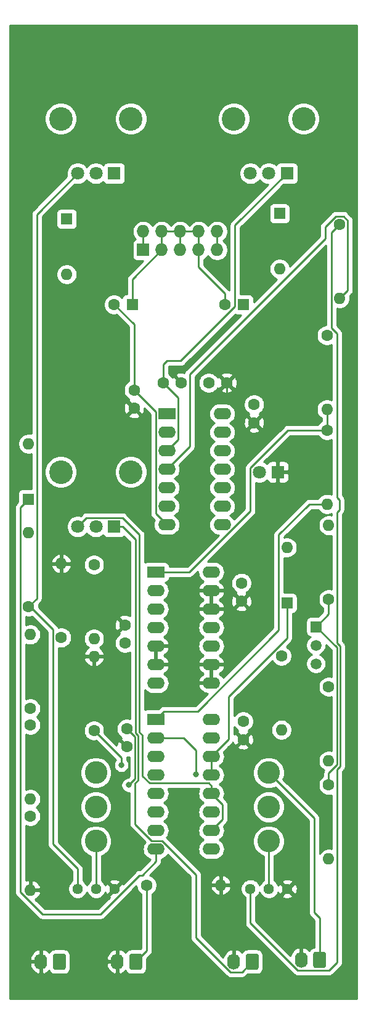
<source format=gbr>
%TF.GenerationSoftware,KiCad,Pcbnew,(5.1.12-1-10_14)*%
%TF.CreationDate,2023-08-06T16:49:54+02:00*%
%TF.ProjectId,xorcist_board,786f7263-6973-4745-9f62-6f6172642e6b,rev?*%
%TF.SameCoordinates,Original*%
%TF.FileFunction,Copper,L1,Top*%
%TF.FilePolarity,Positive*%
%FSLAX46Y46*%
G04 Gerber Fmt 4.6, Leading zero omitted, Abs format (unit mm)*
G04 Created by KiCad (PCBNEW (5.1.12-1-10_14)) date 2023-08-06 16:49:54*
%MOMM*%
%LPD*%
G01*
G04 APERTURE LIST*
%TA.AperFunction,ComponentPad*%
%ADD10R,1.800000X1.800000*%
%TD*%
%TA.AperFunction,ComponentPad*%
%ADD11C,1.800000*%
%TD*%
%TA.AperFunction,ComponentPad*%
%ADD12O,1.740000X2.200000*%
%TD*%
%TA.AperFunction,ComponentPad*%
%ADD13C,1.600000*%
%TD*%
%TA.AperFunction,ComponentPad*%
%ADD14O,1.600000X1.600000*%
%TD*%
%TA.AperFunction,ComponentPad*%
%ADD15O,2.400000X1.600000*%
%TD*%
%TA.AperFunction,ComponentPad*%
%ADD16R,2.400000X1.600000*%
%TD*%
%TA.AperFunction,ComponentPad*%
%ADD17R,1.600000X1.600000*%
%TD*%
%TA.AperFunction,ComponentPad*%
%ADD18C,1.440000*%
%TD*%
%TA.AperFunction,ComponentPad*%
%ADD19C,3.240000*%
%TD*%
%TA.AperFunction,ComponentPad*%
%ADD20R,1.727200X1.727200*%
%TD*%
%TA.AperFunction,ComponentPad*%
%ADD21O,1.727200X1.727200*%
%TD*%
%TA.AperFunction,ComponentPad*%
%ADD22C,1.500000*%
%TD*%
%TA.AperFunction,ComponentPad*%
%ADD23R,1.500000X1.500000*%
%TD*%
%TA.AperFunction,ComponentPad*%
%ADD24C,3.100000*%
%TD*%
%TA.AperFunction,ViaPad*%
%ADD25C,0.800000*%
%TD*%
%TA.AperFunction,Conductor*%
%ADD26C,0.250000*%
%TD*%
%TA.AperFunction,Conductor*%
%ADD27C,0.254000*%
%TD*%
%TA.AperFunction,Conductor*%
%ADD28C,0.100000*%
%TD*%
G04 APERTURE END LIST*
D10*
%TO.P,D3,1*%
%TO.N,GND*%
X327500000Y-87000000D03*
D11*
%TO.P,D3,2*%
%TO.N,Net-(D3-Pad2)*%
X324960000Y-87000000D03*
%TD*%
%TO.P,Output,1*%
%TO.N,Net-(J4-Pad1)*%
%TA.AperFunction,ComponentPad*%
G36*
G01*
X308870000Y-153399999D02*
X308870000Y-155100001D01*
G75*
G02*
X308620001Y-155350000I-249999J0D01*
G01*
X307379999Y-155350000D01*
G75*
G02*
X307130000Y-155100001I0J249999D01*
G01*
X307130000Y-153399999D01*
G75*
G02*
X307379999Y-153150000I249999J0D01*
G01*
X308620001Y-153150000D01*
G75*
G02*
X308870000Y-153399999I0J-249999D01*
G01*
G37*
%TD.AperFunction*%
D12*
%TO.P,Output,2*%
%TO.N,GND*%
X305460000Y-154250000D03*
%TD*%
D13*
%TO.P,R5,1*%
%TO.N,Net-(R3-Pad1)*%
X302250000Y-122500000D03*
D14*
%TO.P,R5,2*%
%TO.N,GND*%
X302250000Y-112340000D03*
%TD*%
D15*
%TO.P,U3,14*%
%TO.N,Net-(C3-Pad1)*%
X318370000Y-100750000D03*
%TO.P,U3,7*%
%TO.N,Net-(C10-Pad2)*%
X310750000Y-115990000D03*
%TO.P,U3,13*%
%TO.N,GND*%
X318370000Y-103290000D03*
%TO.P,U3,6*%
X310750000Y-113450000D03*
%TO.P,U3,12*%
X318370000Y-105830000D03*
%TO.P,U3,5*%
X310750000Y-110910000D03*
%TO.P,U3,11*%
%TO.N,Net-(U3-Pad11)*%
X318370000Y-108370000D03*
%TO.P,U3,4*%
%TO.N,Net-(U3-Pad4)*%
X310750000Y-108370000D03*
%TO.P,U3,10*%
%TO.N,Net-(U3-Pad10)*%
X318370000Y-110910000D03*
%TO.P,U3,3*%
%TO.N,Net-(Q1-Pad2)*%
X310750000Y-105830000D03*
%TO.P,U3,9*%
%TO.N,GND*%
X318370000Y-113450000D03*
%TO.P,U3,2*%
%TO.N,Net-(R12-Pad2)*%
X310750000Y-103290000D03*
%TO.P,U3,8*%
%TO.N,GND*%
X318370000Y-115990000D03*
D16*
%TO.P,U3,1*%
%TO.N,Net-(R10-Pad1)*%
X310750000Y-100750000D03*
%TD*%
D15*
%TO.P,U2,16*%
%TO.N,N/C*%
X318370000Y-121000000D03*
%TO.P,U2,8*%
%TO.N,Net-(D4-Pad1)*%
X310750000Y-138780000D03*
%TO.P,U2,15*%
%TO.N,N/C*%
X318370000Y-123540000D03*
%TO.P,U2,7*%
%TO.N,Net-(R9-Pad2)*%
X310750000Y-136240000D03*
%TO.P,U2,14*%
%TO.N,Net-(D5-Pad1)*%
X318370000Y-126080000D03*
%TO.P,U2,6*%
%TO.N,Net-(R7-Pad2)*%
X310750000Y-133700000D03*
%TO.P,U2,13*%
%TO.N,Net-(D5-Pad1)*%
X318370000Y-128620000D03*
%TO.P,U2,5*%
%TO.N,Net-(R3-Pad1)*%
X310750000Y-131160000D03*
%TO.P,U2,12*%
%TO.N,Net-(RV3-Pad3)*%
X318370000Y-131160000D03*
%TO.P,U2,4*%
%TO.N,Net-(C3-Pad1)*%
X310750000Y-128620000D03*
%TO.P,U2,11*%
%TO.N,Net-(C10-Pad2)*%
X318370000Y-133700000D03*
%TO.P,U2,3*%
%TO.N,Net-(R4-Pad1)*%
X310750000Y-126080000D03*
%TO.P,U2,10*%
%TO.N,Net-(RV3-Pad3)*%
X318370000Y-136240000D03*
%TO.P,U2,2*%
%TO.N,Net-(R7-Pad2)*%
X310750000Y-123540000D03*
%TO.P,U2,9*%
%TO.N,Net-(D4-Pad1)*%
X318370000Y-138780000D03*
D16*
%TO.P,U2,1*%
%TO.N,Net-(R10-Pad2)*%
X310750000Y-121000000D03*
%TD*%
D14*
%TO.P,D5,2*%
%TO.N,Net-(C2-Pad1)*%
X328750000Y-97380000D03*
D17*
%TO.P,D5,1*%
%TO.N,Net-(D5-Pad1)*%
X328750000Y-105000000D03*
%TD*%
D14*
%TO.P,R2,2*%
%TO.N,Net-(R2-Pad2)*%
X336000000Y-63160000D03*
D13*
%TO.P,R2,1*%
%TO.N,Net-(R2-Pad1)*%
X336000000Y-53000000D03*
%TD*%
D18*
%TO.P,RV5,3*%
%TO.N,GND*%
X328830000Y-144250000D03*
%TO.P,RV5,2*%
%TO.N,Net-(RV5-Pad2)*%
X326290000Y-144250000D03*
%TO.P,RV5,1*%
%TO.N,Net-(R2-Pad1)*%
X323750000Y-144250000D03*
%TD*%
%TO.P,RV4,3*%
%TO.N,GND*%
X305080000Y-144250000D03*
%TO.P,RV4,2*%
%TO.N,Net-(RV4-Pad2)*%
X302540000Y-144250000D03*
%TO.P,RV4,1*%
%TO.N,Net-(R1-Pad1)*%
X300000000Y-144250000D03*
%TD*%
D14*
%TO.P,D4,2*%
%TO.N,Net-(C1-Pad1)*%
X293250000Y-83130000D03*
D17*
%TO.P,D4,1*%
%TO.N,Net-(D4-Pad1)*%
X293250000Y-90750000D03*
%TD*%
D19*
%TO.P,RV3,*%
%TO.N,*%
X307300000Y-87000000D03*
X297700000Y-87000000D03*
D11*
%TO.P,RV3,3*%
%TO.N,Net-(RV3-Pad3)*%
X300000000Y-94500000D03*
%TO.P,RV3,2*%
%TO.N,Net-(J5-Pad1)*%
X302500000Y-94500000D03*
D10*
%TO.P,RV3,1*%
X305000000Y-94500000D03*
%TD*%
D12*
%TO.P,PitchInput,2*%
%TO.N,GND*%
X321460000Y-154250000D03*
%TO.P,PitchInput,1*%
%TO.N,Net-(J5-Pad1)*%
%TA.AperFunction,ComponentPad*%
G36*
G01*
X324870000Y-153399999D02*
X324870000Y-155100001D01*
G75*
G02*
X324620001Y-155350000I-249999J0D01*
G01*
X323379999Y-155350000D01*
G75*
G02*
X323130000Y-155100001I0J249999D01*
G01*
X323130000Y-153399999D01*
G75*
G02*
X323379999Y-153150000I249999J0D01*
G01*
X324620001Y-153150000D01*
G75*
G02*
X324870000Y-153399999I0J-249999D01*
G01*
G37*
%TD.AperFunction*%
%TD*%
D17*
%TO.P,D2,1*%
%TO.N,Net-(D2-Pad1)*%
X298500000Y-52250000D03*
D14*
%TO.P,D2,2*%
%TO.N,Net-(C10-Pad2)*%
X298500000Y-59870000D03*
%TD*%
D20*
%TO.P,J1,1*%
%TO.N,Net-(D2-Pad1)*%
X309000000Y-56500000D03*
D21*
%TO.P,J1,2*%
X309000000Y-53960000D03*
%TO.P,J1,3*%
%TO.N,Net-(C3-Pad2)*%
X311540000Y-56500000D03*
%TO.P,J1,4*%
X311540000Y-53960000D03*
%TO.P,J1,5*%
X314080000Y-56500000D03*
%TO.P,J1,6*%
X314080000Y-53960000D03*
%TO.P,J1,7*%
X316620000Y-56500000D03*
%TO.P,J1,8*%
X316620000Y-53960000D03*
%TO.P,J1,9*%
%TO.N,Net-(D1-Pad2)*%
X319160000Y-56500000D03*
%TO.P,J1,10*%
X319160000Y-53960000D03*
%TD*%
%TO.P,Input1,1*%
%TO.N,Net-(J2-Pad1)*%
%TA.AperFunction,ComponentPad*%
G36*
G01*
X298370000Y-153399999D02*
X298370000Y-155100001D01*
G75*
G02*
X298120001Y-155350000I-249999J0D01*
G01*
X296879999Y-155350000D01*
G75*
G02*
X296630000Y-155100001I0J249999D01*
G01*
X296630000Y-153399999D01*
G75*
G02*
X296879999Y-153150000I249999J0D01*
G01*
X298120001Y-153150000D01*
G75*
G02*
X298370000Y-153399999I0J-249999D01*
G01*
G37*
%TD.AperFunction*%
D12*
%TO.P,Input1,2*%
%TO.N,GND*%
X294960000Y-154250000D03*
%TD*%
%TO.P,Input2,2*%
%TO.N,GND*%
X330710000Y-154000000D03*
%TO.P,Input2,1*%
%TO.N,Net-(J3-Pad1)*%
%TA.AperFunction,ComponentPad*%
G36*
G01*
X334120000Y-153149999D02*
X334120000Y-154850001D01*
G75*
G02*
X333870001Y-155100000I-249999J0D01*
G01*
X332629999Y-155100000D01*
G75*
G02*
X332380000Y-154850001I0J249999D01*
G01*
X332380000Y-153149999D01*
G75*
G02*
X332629999Y-152900000I249999J0D01*
G01*
X333870001Y-152900000D01*
G75*
G02*
X334120000Y-153149999I0J-249999D01*
G01*
G37*
%TD.AperFunction*%
%TD*%
D22*
%TO.P,Q1,2*%
%TO.N,Net-(Q1-Pad2)*%
X332750000Y-110790000D03*
%TO.P,Q1,3*%
%TO.N,Net-(C3-Pad1)*%
X332750000Y-113330000D03*
D23*
%TO.P,Q1,1*%
%TO.N,Net-(Q1-Pad1)*%
X332750000Y-108250000D03*
%TD*%
D13*
%TO.P,R1,1*%
%TO.N,Net-(R1-Pad1)*%
X293250000Y-105500000D03*
D14*
%TO.P,R1,2*%
%TO.N,Net-(R1-Pad2)*%
X293250000Y-95340000D03*
%TD*%
%TO.P,R3,2*%
%TO.N,Net-(R3-Pad2)*%
X334500000Y-126660000D03*
D13*
%TO.P,R3,1*%
%TO.N,Net-(R3-Pad1)*%
X334500000Y-116500000D03*
%TD*%
%TO.P,R4,1*%
%TO.N,Net-(R4-Pad1)*%
X293500000Y-121750000D03*
D14*
%TO.P,R4,2*%
%TO.N,Net-(R4-Pad2)*%
X293500000Y-131910000D03*
%TD*%
%TO.P,R6,2*%
%TO.N,GND*%
X293500000Y-144410000D03*
D13*
%TO.P,R6,1*%
%TO.N,Net-(R4-Pad1)*%
X293500000Y-134250000D03*
%TD*%
%TO.P,R7,1*%
%TO.N,Net-(C3-Pad1)*%
X302250000Y-99750000D03*
D14*
%TO.P,R7,2*%
%TO.N,Net-(R7-Pad2)*%
X302250000Y-109910000D03*
%TD*%
D13*
%TO.P,R8,1*%
%TO.N,Net-(R7-Pad2)*%
X297750000Y-109750000D03*
D14*
%TO.P,R8,2*%
%TO.N,GND*%
X297750000Y-99590000D03*
%TD*%
%TO.P,R9,2*%
%TO.N,Net-(R9-Pad2)*%
X328000000Y-122410000D03*
D13*
%TO.P,R9,1*%
%TO.N,Net-(R12-Pad2)*%
X328000000Y-112250000D03*
%TD*%
D14*
%TO.P,R10,2*%
%TO.N,Net-(R10-Pad2)*%
X334250000Y-91410000D03*
D13*
%TO.P,R10,1*%
%TO.N,Net-(R10-Pad1)*%
X334250000Y-81250000D03*
%TD*%
%TO.P,R11,1*%
%TO.N,Net-(C3-Pad1)*%
X334250000Y-68250000D03*
D14*
%TO.P,R11,2*%
%TO.N,Net-(R10-Pad1)*%
X334250000Y-78410000D03*
%TD*%
%TO.P,R12,2*%
%TO.N,Net-(R12-Pad2)*%
X293500000Y-109340000D03*
D13*
%TO.P,R12,1*%
%TO.N,Net-(C3-Pad1)*%
X293500000Y-119500000D03*
%TD*%
D14*
%TO.P,R13,2*%
%TO.N,Net-(D3-Pad2)*%
X334500000Y-94340000D03*
D13*
%TO.P,R13,1*%
%TO.N,Net-(Q1-Pad1)*%
X334500000Y-104500000D03*
%TD*%
%TO.P,R14,1*%
%TO.N,Net-(Q1-Pad1)*%
X334500000Y-130000000D03*
D14*
%TO.P,R14,2*%
%TO.N,Net-(J4-Pad1)*%
X334500000Y-140160000D03*
%TD*%
%TO.P,R15,2*%
%TO.N,GND*%
X319660000Y-143750000D03*
D13*
%TO.P,R15,1*%
%TO.N,Net-(J4-Pad1)*%
X309500000Y-143750000D03*
%TD*%
D10*
%TO.P,RV1,1*%
%TO.N,Net-(C1-Pad1)*%
X305000000Y-46000000D03*
D11*
%TO.P,RV1,2*%
%TO.N,Net-(R1-Pad1)*%
X302500000Y-46000000D03*
%TO.P,RV1,3*%
X300000000Y-46000000D03*
D19*
%TO.P,RV1,*%
%TO.N,*%
X297700000Y-38500000D03*
X307300000Y-38500000D03*
%TD*%
%TO.P,RV2,*%
%TO.N,*%
X331050000Y-38500000D03*
X321450000Y-38500000D03*
D11*
%TO.P,RV2,3*%
%TO.N,Net-(R2-Pad1)*%
X323750000Y-46000000D03*
%TO.P,RV2,2*%
X326250000Y-46000000D03*
D10*
%TO.P,RV2,1*%
%TO.N,Net-(C2-Pad1)*%
X328750000Y-46000000D03*
%TD*%
D24*
%TO.P,SW1,1*%
%TO.N,Net-(RV5-Pad2)*%
X326250000Y-137700000D03*
%TO.P,SW1,3*%
%TO.N,Net-(J3-Pad1)*%
X326250000Y-128300000D03*
%TO.P,SW1,2*%
%TO.N,Net-(R3-Pad2)*%
X326250000Y-133000000D03*
%TD*%
%TO.P,SW2,2*%
%TO.N,Net-(R4-Pad2)*%
X302500000Y-133000000D03*
%TO.P,SW2,3*%
%TO.N,Net-(J2-Pad1)*%
X302500000Y-128300000D03*
%TO.P,SW2,1*%
%TO.N,Net-(RV4-Pad2)*%
X302500000Y-137700000D03*
%TD*%
D16*
%TO.P,U1,1*%
%TO.N,Net-(C1-Pad1)*%
X312250000Y-79000000D03*
D15*
%TO.P,U1,8*%
%TO.N,N/C*%
X319870000Y-94240000D03*
%TO.P,U1,2*%
%TO.N,Net-(R1-Pad2)*%
X312250000Y-81540000D03*
%TO.P,U1,9*%
%TO.N,N/C*%
X319870000Y-91700000D03*
%TO.P,U1,3*%
%TO.N,Net-(C2-Pad1)*%
X312250000Y-84080000D03*
%TO.P,U1,10*%
%TO.N,N/C*%
X319870000Y-89160000D03*
%TO.P,U1,4*%
%TO.N,Net-(R2-Pad2)*%
X312250000Y-86620000D03*
%TO.P,U1,11*%
%TO.N,N/C*%
X319870000Y-86620000D03*
%TO.P,U1,5*%
X312250000Y-89160000D03*
%TO.P,U1,12*%
X319870000Y-84080000D03*
%TO.P,U1,6*%
X312250000Y-91700000D03*
%TO.P,U1,13*%
X319870000Y-81540000D03*
%TO.P,U1,7*%
%TO.N,Net-(C10-Pad2)*%
X312250000Y-94240000D03*
%TO.P,U1,14*%
%TO.N,Net-(C3-Pad1)*%
X319870000Y-79000000D03*
%TD*%
D17*
%TO.P,C3,1*%
%TO.N,Net-(C3-Pad1)*%
X322750000Y-64000000D03*
D13*
%TO.P,C3,2*%
%TO.N,Net-(C3-Pad2)*%
X320250000Y-64000000D03*
%TD*%
%TO.P,C1,2*%
%TO.N,GND*%
X320500000Y-74750000D03*
%TO.P,C1,1*%
%TO.N,Net-(C1-Pad1)*%
X318000000Y-74750000D03*
%TD*%
%TO.P,C2,1*%
%TO.N,Net-(C2-Pad1)*%
X311750000Y-74750000D03*
%TO.P,C2,2*%
%TO.N,GND*%
X314250000Y-74750000D03*
%TD*%
%TO.P,C4,2*%
%TO.N,Net-(C10-Pad2)*%
X305000000Y-64000000D03*
D17*
%TO.P,C4,1*%
%TO.N,Net-(C3-Pad2)*%
X307500000Y-64000000D03*
%TD*%
D13*
%TO.P,C5,2*%
%TO.N,Net-(C10-Pad2)*%
X306750000Y-122250000D03*
%TO.P,C5,1*%
%TO.N,GND*%
X306750000Y-124750000D03*
%TD*%
%TO.P,C6,1*%
%TO.N,GND*%
X322750000Y-123750000D03*
%TO.P,C6,2*%
%TO.N,Net-(C3-Pad1)*%
X322750000Y-121250000D03*
%TD*%
%TO.P,C8,2*%
%TO.N,Net-(C3-Pad1)*%
X324250000Y-77750000D03*
%TO.P,C8,1*%
%TO.N,GND*%
X324250000Y-80250000D03*
%TD*%
%TO.P,C9,1*%
%TO.N,GND*%
X322500000Y-104750000D03*
%TO.P,C9,2*%
%TO.N,Net-(C3-Pad1)*%
X322500000Y-102250000D03*
%TD*%
%TO.P,C7,1*%
%TO.N,GND*%
X307750000Y-78250000D03*
%TO.P,C7,2*%
%TO.N,Net-(C10-Pad2)*%
X307750000Y-75750000D03*
%TD*%
%TO.P,C10,1*%
%TO.N,GND*%
X306500000Y-108000000D03*
%TO.P,C10,2*%
%TO.N,Net-(C10-Pad2)*%
X306500000Y-110500000D03*
%TD*%
D17*
%TO.P,D1,1*%
%TO.N,Net-(C3-Pad1)*%
X327750000Y-51500000D03*
D14*
%TO.P,D1,2*%
%TO.N,Net-(D1-Pad2)*%
X327750000Y-59120000D03*
%TD*%
D25*
%TO.N,Net-(C10-Pad2)*%
X307000000Y-130000000D03*
%TO.N,Net-(R3-Pad1)*%
X306000000Y-127250000D03*
%TO.N,Net-(R7-Pad2)*%
X316250000Y-128500000D03*
%TD*%
D26*
%TO.N,Net-(C3-Pad2)*%
X316620000Y-53960000D02*
X316620000Y-56500000D01*
X314080000Y-53960000D02*
X316620000Y-53960000D01*
X314080000Y-53960000D02*
X314080000Y-56500000D01*
X311540000Y-53960000D02*
X311540000Y-56500000D01*
X307500000Y-60540000D02*
X311540000Y-56500000D01*
X307500000Y-64000000D02*
X307500000Y-60540000D01*
X316620000Y-56500000D02*
X316620000Y-58870000D01*
X320250000Y-62500000D02*
X320250000Y-64000000D01*
X316620000Y-58870000D02*
X320250000Y-62500000D01*
X311540000Y-53960000D02*
X314080000Y-53960000D01*
%TO.N,Net-(C10-Pad2)*%
X310724990Y-78724990D02*
X307750000Y-75750000D01*
X310724990Y-92714990D02*
X310724990Y-78724990D01*
X312250000Y-94240000D02*
X310724990Y-92714990D01*
X307750000Y-66750000D02*
X305000000Y-64000000D01*
X307750000Y-75750000D02*
X307750000Y-66750000D01*
X307875001Y-129124999D02*
X307000000Y-130000000D01*
X306750000Y-122250000D02*
X307875001Y-123375001D01*
X307875001Y-123375001D02*
X307875001Y-129124999D01*
%TO.N,GND*%
X320500000Y-76500000D02*
X324250000Y-80250000D01*
X320500000Y-74750000D02*
X320500000Y-76500000D01*
%TO.N,Net-(D1-Pad2)*%
X319160000Y-53960000D02*
X319160000Y-56500000D01*
%TO.N,Net-(D2-Pad1)*%
X309000000Y-56500000D02*
X309000000Y-53960000D01*
%TO.N,Net-(J3-Pad1)*%
X326250000Y-128300000D02*
X332500000Y-134550000D01*
X332500000Y-134550000D02*
X332500000Y-147500000D01*
X333250000Y-148250000D02*
X333250000Y-154000000D01*
X332500000Y-147500000D02*
X333250000Y-148250000D01*
%TO.N,Net-(J4-Pad1)*%
X309500000Y-152750000D02*
X308000000Y-154250000D01*
X309500000Y-143750000D02*
X309500000Y-152750000D01*
%TO.N,Net-(Q1-Pad1)*%
X334500000Y-106500000D02*
X332750000Y-108250000D01*
X334500000Y-104500000D02*
X334500000Y-106500000D01*
X335625001Y-111125001D02*
X332750000Y-108250000D01*
X335625001Y-127200001D02*
X335625001Y-111125001D01*
X334500000Y-128325002D02*
X335625001Y-127200001D01*
X334500000Y-130000000D02*
X334500000Y-128325002D01*
%TO.N,Net-(R1-Pad1)*%
X300000000Y-144250000D02*
X300000000Y-141500000D01*
X296624999Y-138124999D02*
X296624999Y-108624999D01*
X300000000Y-141500000D02*
X296624999Y-138124999D01*
X293500000Y-105500000D02*
X293250000Y-105500000D01*
X296624999Y-108624999D02*
X293500000Y-105500000D01*
X294375001Y-51624999D02*
X300000000Y-46000000D01*
X294375001Y-104374999D02*
X294375001Y-51624999D01*
X293250000Y-105500000D02*
X294375001Y-104374999D01*
%TO.N,Net-(R2-Pad2)*%
X315375001Y-73560001D02*
X334000000Y-54935002D01*
X315375001Y-83494999D02*
X315375001Y-73560001D01*
X312250000Y-86620000D02*
X315375001Y-83494999D01*
X337125001Y-62034999D02*
X336000000Y-63160000D01*
X337125001Y-52459999D02*
X337125001Y-62034999D01*
X336540001Y-51874999D02*
X337125001Y-52459999D01*
X335459999Y-51874999D02*
X336540001Y-51874999D01*
X334000000Y-53334998D02*
X335459999Y-51874999D01*
X334000000Y-54935002D02*
X334000000Y-53334998D01*
%TO.N,Net-(R2-Pad1)*%
X336075012Y-127386401D02*
X335625001Y-127836411D01*
X335625001Y-127836411D02*
X335625001Y-154374999D01*
X335625001Y-92511409D02*
X335625001Y-110488591D01*
X336000000Y-53000000D02*
X334874999Y-54125001D01*
X334874999Y-67209997D02*
X335625001Y-67959999D01*
X330215011Y-155425010D02*
X323750000Y-148959999D01*
X334874999Y-54125001D02*
X334874999Y-67209997D01*
X335625001Y-67959999D02*
X335625001Y-90483588D01*
X323750000Y-148959999D02*
X323750000Y-144250000D01*
X335625001Y-90483588D02*
X335950009Y-90808596D01*
X336075012Y-110938601D02*
X336075012Y-127386401D01*
X335950009Y-92186401D02*
X335625001Y-92511409D01*
X335950009Y-90808596D02*
X335950009Y-92186401D01*
X334574990Y-155425010D02*
X330215011Y-155425010D01*
X335625001Y-154374999D02*
X334574990Y-155425010D01*
X335625001Y-110488591D02*
X336075012Y-110938601D01*
%TO.N,Net-(R3-Pad1)*%
X306000000Y-126250000D02*
X302250000Y-122500000D01*
X306000000Y-127250000D02*
X306000000Y-126250000D01*
%TO.N,Net-(R7-Pad2)*%
X316250000Y-125250000D02*
X314540000Y-123540000D01*
X314540000Y-123540000D02*
X310750000Y-123540000D01*
X316250000Y-128500000D02*
X316250000Y-125250000D01*
%TO.N,Net-(R10-Pad2)*%
X327624999Y-108726005D02*
X327624999Y-95625001D01*
X316476014Y-119874990D02*
X327624999Y-108726005D01*
X311875010Y-119874990D02*
X316476014Y-119874990D01*
X310750000Y-121000000D02*
X311875010Y-119874990D01*
X331840000Y-91410000D02*
X334250000Y-91410000D01*
X327624999Y-95625001D02*
X331840000Y-91410000D01*
%TO.N,Net-(R10-Pad1)*%
X323734999Y-86411999D02*
X328896998Y-81250000D01*
X323734999Y-92366005D02*
X323734999Y-86411999D01*
X328896998Y-81250000D02*
X334250000Y-81250000D01*
X315351004Y-100750000D02*
X323734999Y-92366005D01*
X310750000Y-100750000D02*
X315351004Y-100750000D01*
X334250000Y-78410000D02*
X334250000Y-81250000D01*
%TO.N,Net-(D4-Pad1)*%
X292124999Y-144700001D02*
X295174998Y-147750000D01*
X292124999Y-91875001D02*
X292124999Y-144700001D01*
X293250000Y-90750000D02*
X292124999Y-91875001D01*
X303126602Y-147750000D02*
X308500000Y-142376602D01*
X295174998Y-147750000D02*
X303126602Y-147750000D01*
X308500000Y-142376602D02*
X308873398Y-142376602D01*
X310750000Y-140500000D02*
X310750000Y-138780000D01*
X308873398Y-142376602D02*
X310750000Y-140500000D01*
%TO.N,Net-(J5-Pad1)*%
X308325012Y-129311399D02*
X307875001Y-129761409D01*
X307875001Y-135356005D02*
X310173986Y-137654990D01*
X307950009Y-96300009D02*
X307950009Y-122813599D01*
X308325012Y-123188601D02*
X308325012Y-129311399D01*
X306150000Y-94500000D02*
X307950009Y-96300009D01*
X320965011Y-155675010D02*
X322574990Y-155675010D01*
X316250000Y-150959999D02*
X320965011Y-155675010D01*
X307950009Y-122813599D02*
X308325012Y-123188601D01*
X307875001Y-129761409D02*
X307875001Y-135356005D01*
X316250000Y-142288996D02*
X316250000Y-150959999D01*
X305000000Y-94500000D02*
X306150000Y-94500000D01*
X322574990Y-155675010D02*
X324000000Y-154250000D01*
X310173986Y-137654990D02*
X311615994Y-137654990D01*
X311615994Y-137654990D02*
X316250000Y-142288996D01*
%TO.N,Net-(RV4-Pad2)*%
X302540000Y-137740000D02*
X302500000Y-137700000D01*
X302540000Y-144250000D02*
X302540000Y-137740000D01*
%TO.N,Net-(RV5-Pad2)*%
X326290000Y-138150010D02*
X326250000Y-138150010D01*
X326250000Y-144210000D02*
X326290000Y-144250000D01*
X326290000Y-137740000D02*
X326250000Y-137700000D01*
X326290000Y-144250000D02*
X326290000Y-137740000D01*
%TO.N,Net-(C2-Pad1)*%
X312250000Y-84080000D02*
X312250000Y-83531004D01*
X321624999Y-64290003D02*
X314165002Y-71750000D01*
X321624999Y-53125001D02*
X321624999Y-64290003D01*
X328750000Y-46000000D02*
X321624999Y-53125001D01*
X314165002Y-71750000D02*
X312250000Y-71750000D01*
X311750000Y-72250000D02*
X311750000Y-74750000D01*
X312250000Y-71750000D02*
X311750000Y-72250000D01*
X313775010Y-76775010D02*
X311750000Y-74750000D01*
X313775010Y-82554990D02*
X313775010Y-76775010D01*
X312250000Y-84080000D02*
X313775010Y-82554990D01*
%TO.N,Net-(D5-Pad1)*%
X328750000Y-109834998D02*
X320750000Y-117834998D01*
X328750000Y-105000000D02*
X328750000Y-109834998D01*
X320750000Y-123700000D02*
X318370000Y-126080000D01*
X320750000Y-117834998D02*
X320750000Y-123700000D01*
X318370000Y-128620000D02*
X318370000Y-126080000D01*
%TO.N,Net-(RV3-Pad3)*%
X319895010Y-132685010D02*
X318370000Y-131160000D01*
X319895010Y-134714990D02*
X319895010Y-132685010D01*
X318370000Y-136240000D02*
X319895010Y-134714990D01*
X308900022Y-123127200D02*
X308500000Y-122727178D01*
X318370000Y-130110000D02*
X318005010Y-129745010D01*
X308900022Y-128761026D02*
X308900022Y-123127200D01*
X301225001Y-93274999D02*
X300000000Y-94500000D01*
X308500000Y-95614998D02*
X306160001Y-93274999D01*
X318005010Y-129745010D02*
X309884006Y-129745010D01*
X308500000Y-122727178D02*
X308500000Y-95614998D01*
X306160001Y-93274999D02*
X301225001Y-93274999D01*
X309884006Y-129745010D02*
X308900022Y-128761026D01*
X318370000Y-131160000D02*
X318370000Y-130110000D01*
%TD*%
D27*
%TO.N,GND*%
X338340001Y-159340000D02*
X290660000Y-159340000D01*
X290660000Y-154614380D01*
X293453134Y-154614380D01*
X293508304Y-154905773D01*
X293619262Y-155180804D01*
X293781744Y-155428903D01*
X293989506Y-155640536D01*
X294234563Y-155807571D01*
X294507498Y-155923588D01*
X294599969Y-155941302D01*
X294833000Y-155820246D01*
X294833000Y-154377000D01*
X293609414Y-154377000D01*
X293453134Y-154614380D01*
X290660000Y-154614380D01*
X290660000Y-153885620D01*
X293453134Y-153885620D01*
X293609414Y-154123000D01*
X294833000Y-154123000D01*
X294833000Y-152679754D01*
X295087000Y-152679754D01*
X295087000Y-154123000D01*
X295107000Y-154123000D01*
X295107000Y-154377000D01*
X295087000Y-154377000D01*
X295087000Y-155820246D01*
X295320031Y-155941302D01*
X295412502Y-155923588D01*
X295685437Y-155807571D01*
X295930494Y-155640536D01*
X296083493Y-155484686D01*
X296141595Y-155593387D01*
X296252038Y-155727962D01*
X296386613Y-155838405D01*
X296540149Y-155920472D01*
X296706745Y-155971008D01*
X296879999Y-155988072D01*
X298120001Y-155988072D01*
X298293255Y-155971008D01*
X298459851Y-155920472D01*
X298613387Y-155838405D01*
X298747962Y-155727962D01*
X298858405Y-155593387D01*
X298940472Y-155439851D01*
X298991008Y-155273255D01*
X299008072Y-155100001D01*
X299008072Y-154614380D01*
X303953134Y-154614380D01*
X304008304Y-154905773D01*
X304119262Y-155180804D01*
X304281744Y-155428903D01*
X304489506Y-155640536D01*
X304734563Y-155807571D01*
X305007498Y-155923588D01*
X305099969Y-155941302D01*
X305333000Y-155820246D01*
X305333000Y-154377000D01*
X304109414Y-154377000D01*
X303953134Y-154614380D01*
X299008072Y-154614380D01*
X299008072Y-153885620D01*
X303953134Y-153885620D01*
X304109414Y-154123000D01*
X305333000Y-154123000D01*
X305333000Y-152679754D01*
X305099969Y-152558698D01*
X305007498Y-152576412D01*
X304734563Y-152692429D01*
X304489506Y-152859464D01*
X304281744Y-153071097D01*
X304119262Y-153319196D01*
X304008304Y-153594227D01*
X303953134Y-153885620D01*
X299008072Y-153885620D01*
X299008072Y-153399999D01*
X298991008Y-153226745D01*
X298940472Y-153060149D01*
X298858405Y-152906613D01*
X298747962Y-152772038D01*
X298613387Y-152661595D01*
X298459851Y-152579528D01*
X298293255Y-152528992D01*
X298120001Y-152511928D01*
X296879999Y-152511928D01*
X296706745Y-152528992D01*
X296540149Y-152579528D01*
X296386613Y-152661595D01*
X296252038Y-152772038D01*
X296141595Y-152906613D01*
X296083493Y-153015314D01*
X295930494Y-152859464D01*
X295685437Y-152692429D01*
X295412502Y-152576412D01*
X295320031Y-152558698D01*
X295087000Y-152679754D01*
X294833000Y-152679754D01*
X294599969Y-152558698D01*
X294507498Y-152576412D01*
X294234563Y-152692429D01*
X293989506Y-152859464D01*
X293781744Y-153071097D01*
X293619262Y-153319196D01*
X293508304Y-153594227D01*
X293453134Y-153885620D01*
X290660000Y-153885620D01*
X290660000Y-91875001D01*
X291361323Y-91875001D01*
X291364999Y-91912323D01*
X291365000Y-144662668D01*
X291361323Y-144700001D01*
X291375997Y-144848986D01*
X291419453Y-144992247D01*
X291490025Y-145124277D01*
X291561200Y-145211003D01*
X291584999Y-145240002D01*
X291613997Y-145263800D01*
X294611199Y-148261003D01*
X294634997Y-148290001D01*
X294663995Y-148313799D01*
X294750721Y-148384974D01*
X294776934Y-148398985D01*
X294882751Y-148455546D01*
X295026012Y-148499003D01*
X295137665Y-148510000D01*
X295137675Y-148510000D01*
X295174998Y-148513676D01*
X295212321Y-148510000D01*
X303089280Y-148510000D01*
X303126602Y-148513676D01*
X303163924Y-148510000D01*
X303163935Y-148510000D01*
X303275588Y-148499003D01*
X303418849Y-148455546D01*
X303550878Y-148384974D01*
X303666603Y-148290001D01*
X303690406Y-148260997D01*
X308065000Y-143886404D01*
X308065000Y-143891335D01*
X308120147Y-144168574D01*
X308228320Y-144429727D01*
X308385363Y-144664759D01*
X308585241Y-144864637D01*
X308740000Y-144968044D01*
X308740001Y-152435197D01*
X308659391Y-152515808D01*
X308620001Y-152511928D01*
X307379999Y-152511928D01*
X307206745Y-152528992D01*
X307040149Y-152579528D01*
X306886613Y-152661595D01*
X306752038Y-152772038D01*
X306641595Y-152906613D01*
X306583493Y-153015314D01*
X306430494Y-152859464D01*
X306185437Y-152692429D01*
X305912502Y-152576412D01*
X305820031Y-152558698D01*
X305587000Y-152679754D01*
X305587000Y-154123000D01*
X305607000Y-154123000D01*
X305607000Y-154377000D01*
X305587000Y-154377000D01*
X305587000Y-155820246D01*
X305820031Y-155941302D01*
X305912502Y-155923588D01*
X306185437Y-155807571D01*
X306430494Y-155640536D01*
X306583493Y-155484686D01*
X306641595Y-155593387D01*
X306752038Y-155727962D01*
X306886613Y-155838405D01*
X307040149Y-155920472D01*
X307206745Y-155971008D01*
X307379999Y-155988072D01*
X308620001Y-155988072D01*
X308793255Y-155971008D01*
X308959851Y-155920472D01*
X309113387Y-155838405D01*
X309247962Y-155727962D01*
X309358405Y-155593387D01*
X309440472Y-155439851D01*
X309491008Y-155273255D01*
X309508072Y-155100001D01*
X309508072Y-153816730D01*
X310011003Y-153313799D01*
X310040001Y-153290001D01*
X310134974Y-153174276D01*
X310205546Y-153042247D01*
X310249003Y-152898986D01*
X310260000Y-152787333D01*
X310260000Y-152787324D01*
X310263676Y-152750001D01*
X310260000Y-152712678D01*
X310260000Y-144968043D01*
X310414759Y-144864637D01*
X310614637Y-144664759D01*
X310771680Y-144429727D01*
X310879853Y-144168574D01*
X310935000Y-143891335D01*
X310935000Y-143608665D01*
X310879853Y-143331426D01*
X310771680Y-143070273D01*
X310614637Y-142835241D01*
X310414759Y-142635363D01*
X310179727Y-142478320D01*
X309944087Y-142380715D01*
X311261004Y-141063798D01*
X311290001Y-141040001D01*
X311355657Y-140959999D01*
X311384974Y-140924277D01*
X311455546Y-140792247D01*
X311472510Y-140736323D01*
X311499003Y-140648986D01*
X311510000Y-140537333D01*
X311510000Y-140537323D01*
X311513676Y-140500000D01*
X311510000Y-140462678D01*
X311510000Y-140170366D01*
X311701808Y-140112182D01*
X311951101Y-139978932D01*
X312169608Y-139799608D01*
X312348932Y-139581101D01*
X312390164Y-139503961D01*
X315490000Y-142603798D01*
X315490001Y-150922667D01*
X315486324Y-150959999D01*
X315500998Y-151108984D01*
X315544454Y-151252245D01*
X315615026Y-151384275D01*
X315686201Y-151471001D01*
X315710000Y-151500000D01*
X315738998Y-151523798D01*
X320401212Y-156186013D01*
X320425010Y-156215011D01*
X320454008Y-156238809D01*
X320540735Y-156309984D01*
X320672764Y-156380556D01*
X320816025Y-156424013D01*
X320965011Y-156438687D01*
X321002344Y-156435010D01*
X322537668Y-156435010D01*
X322574990Y-156438686D01*
X322612312Y-156435010D01*
X322612323Y-156435010D01*
X322723976Y-156424013D01*
X322867237Y-156380556D01*
X322999266Y-156309984D01*
X323114991Y-156215011D01*
X323138793Y-156186008D01*
X323340609Y-155984192D01*
X323379999Y-155988072D01*
X324620001Y-155988072D01*
X324793255Y-155971008D01*
X324959851Y-155920472D01*
X325113387Y-155838405D01*
X325247962Y-155727962D01*
X325358405Y-155593387D01*
X325440472Y-155439851D01*
X325491008Y-155273255D01*
X325508072Y-155100001D01*
X325508072Y-153399999D01*
X325491008Y-153226745D01*
X325440472Y-153060149D01*
X325358405Y-152906613D01*
X325247962Y-152772038D01*
X325113387Y-152661595D01*
X324959851Y-152579528D01*
X324793255Y-152528992D01*
X324620001Y-152511928D01*
X323379999Y-152511928D01*
X323206745Y-152528992D01*
X323040149Y-152579528D01*
X322886613Y-152661595D01*
X322752038Y-152772038D01*
X322641595Y-152906613D01*
X322583493Y-153015314D01*
X322430494Y-152859464D01*
X322185437Y-152692429D01*
X321912502Y-152576412D01*
X321820031Y-152558698D01*
X321587000Y-152679754D01*
X321587000Y-154123000D01*
X321607000Y-154123000D01*
X321607000Y-154377000D01*
X321587000Y-154377000D01*
X321587000Y-154397000D01*
X321333000Y-154397000D01*
X321333000Y-154377000D01*
X321313000Y-154377000D01*
X321313000Y-154123000D01*
X321333000Y-154123000D01*
X321333000Y-152679754D01*
X321099969Y-152558698D01*
X321007498Y-152576412D01*
X320734563Y-152692429D01*
X320489506Y-152859464D01*
X320281744Y-153071097D01*
X320119262Y-153319196D01*
X320008304Y-153594227D01*
X320000460Y-153635657D01*
X317010000Y-150645198D01*
X317010000Y-144099039D01*
X318268096Y-144099039D01*
X318308754Y-144233087D01*
X318428963Y-144487420D01*
X318596481Y-144713414D01*
X318804869Y-144902385D01*
X319046119Y-145047070D01*
X319310960Y-145141909D01*
X319533000Y-145020624D01*
X319533000Y-143877000D01*
X319787000Y-143877000D01*
X319787000Y-145020624D01*
X320009040Y-145141909D01*
X320273881Y-145047070D01*
X320515131Y-144902385D01*
X320723519Y-144713414D01*
X320891037Y-144487420D01*
X321011246Y-144233087D01*
X321051904Y-144099039D01*
X320929915Y-143877000D01*
X319787000Y-143877000D01*
X319533000Y-143877000D01*
X318390085Y-143877000D01*
X318268096Y-144099039D01*
X317010000Y-144099039D01*
X317010000Y-143400961D01*
X318268096Y-143400961D01*
X318390085Y-143623000D01*
X319533000Y-143623000D01*
X319533000Y-142479376D01*
X319787000Y-142479376D01*
X319787000Y-143623000D01*
X320929915Y-143623000D01*
X321051904Y-143400961D01*
X321011246Y-143266913D01*
X320891037Y-143012580D01*
X320723519Y-142786586D01*
X320515131Y-142597615D01*
X320273881Y-142452930D01*
X320009040Y-142358091D01*
X319787000Y-142479376D01*
X319533000Y-142479376D01*
X319310960Y-142358091D01*
X319046119Y-142452930D01*
X318804869Y-142597615D01*
X318596481Y-142786586D01*
X318428963Y-143012580D01*
X318308754Y-143266913D01*
X318268096Y-143400961D01*
X317010000Y-143400961D01*
X317010000Y-142326318D01*
X317013676Y-142288995D01*
X317010000Y-142251672D01*
X317010000Y-142251663D01*
X316999003Y-142140010D01*
X316955546Y-141996749D01*
X316931801Y-141952326D01*
X316884974Y-141864719D01*
X316813799Y-141777993D01*
X316790001Y-141748995D01*
X316761004Y-141725198D01*
X312226315Y-137190510D01*
X312348932Y-137041101D01*
X312482182Y-136791808D01*
X312564236Y-136521309D01*
X312591943Y-136240000D01*
X312564236Y-135958691D01*
X312482182Y-135688192D01*
X312348932Y-135438899D01*
X312169608Y-135220392D01*
X311951101Y-135041068D01*
X311818142Y-134970000D01*
X311951101Y-134898932D01*
X312169608Y-134719608D01*
X312348932Y-134501101D01*
X312482182Y-134251808D01*
X312564236Y-133981309D01*
X312591943Y-133700000D01*
X312564236Y-133418691D01*
X312482182Y-133148192D01*
X312348932Y-132898899D01*
X312169608Y-132680392D01*
X311951101Y-132501068D01*
X311818142Y-132430000D01*
X311951101Y-132358932D01*
X312169608Y-132179608D01*
X312348932Y-131961101D01*
X312482182Y-131711808D01*
X312564236Y-131441309D01*
X312591943Y-131160000D01*
X312564236Y-130878691D01*
X312482182Y-130608192D01*
X312427030Y-130505010D01*
X316692970Y-130505010D01*
X316637818Y-130608192D01*
X316555764Y-130878691D01*
X316528057Y-131160000D01*
X316555764Y-131441309D01*
X316637818Y-131711808D01*
X316771068Y-131961101D01*
X316950392Y-132179608D01*
X317168899Y-132358932D01*
X317301858Y-132430000D01*
X317168899Y-132501068D01*
X316950392Y-132680392D01*
X316771068Y-132898899D01*
X316637818Y-133148192D01*
X316555764Y-133418691D01*
X316528057Y-133700000D01*
X316555764Y-133981309D01*
X316637818Y-134251808D01*
X316771068Y-134501101D01*
X316950392Y-134719608D01*
X317168899Y-134898932D01*
X317301858Y-134970000D01*
X317168899Y-135041068D01*
X316950392Y-135220392D01*
X316771068Y-135438899D01*
X316637818Y-135688192D01*
X316555764Y-135958691D01*
X316528057Y-136240000D01*
X316555764Y-136521309D01*
X316637818Y-136791808D01*
X316771068Y-137041101D01*
X316950392Y-137259608D01*
X317168899Y-137438932D01*
X317301858Y-137510000D01*
X317168899Y-137581068D01*
X316950392Y-137760392D01*
X316771068Y-137978899D01*
X316637818Y-138228192D01*
X316555764Y-138498691D01*
X316528057Y-138780000D01*
X316555764Y-139061309D01*
X316637818Y-139331808D01*
X316771068Y-139581101D01*
X316950392Y-139799608D01*
X317168899Y-139978932D01*
X317418192Y-140112182D01*
X317688691Y-140194236D01*
X317899508Y-140215000D01*
X318840492Y-140215000D01*
X319051309Y-140194236D01*
X319321808Y-140112182D01*
X319571101Y-139978932D01*
X319789608Y-139799608D01*
X319968932Y-139581101D01*
X320102182Y-139331808D01*
X320184236Y-139061309D01*
X320211943Y-138780000D01*
X320184236Y-138498691D01*
X320102182Y-138228192D01*
X319968932Y-137978899D01*
X319789608Y-137760392D01*
X319571101Y-137581068D01*
X319438142Y-137510000D01*
X319571101Y-137438932D01*
X319789608Y-137259608D01*
X319968932Y-137041101D01*
X320102182Y-136791808D01*
X320184236Y-136521309D01*
X320211943Y-136240000D01*
X320184236Y-135958691D01*
X320102182Y-135688192D01*
X320065408Y-135619393D01*
X320406014Y-135278788D01*
X320435011Y-135254991D01*
X320529984Y-135139266D01*
X320600556Y-135007237D01*
X320644013Y-134863976D01*
X320655010Y-134752323D01*
X320655010Y-134752313D01*
X320658686Y-134714990D01*
X320655010Y-134677667D01*
X320655010Y-132784796D01*
X324065000Y-132784796D01*
X324065000Y-133215204D01*
X324148969Y-133637341D01*
X324313678Y-134034985D01*
X324552800Y-134392856D01*
X324857144Y-134697200D01*
X325215015Y-134936322D01*
X325612659Y-135101031D01*
X326034796Y-135185000D01*
X326465204Y-135185000D01*
X326887341Y-135101031D01*
X327284985Y-134936322D01*
X327642856Y-134697200D01*
X327947200Y-134392856D01*
X328186322Y-134034985D01*
X328351031Y-133637341D01*
X328435000Y-133215204D01*
X328435000Y-132784796D01*
X328351031Y-132362659D01*
X328186322Y-131965015D01*
X327947200Y-131607144D01*
X327642856Y-131302800D01*
X327284985Y-131063678D01*
X326887341Y-130898969D01*
X326465204Y-130815000D01*
X326034796Y-130815000D01*
X325612659Y-130898969D01*
X325215015Y-131063678D01*
X324857144Y-131302800D01*
X324552800Y-131607144D01*
X324313678Y-131965015D01*
X324148969Y-132362659D01*
X324065000Y-132784796D01*
X320655010Y-132784796D01*
X320655010Y-132722333D01*
X320658686Y-132685010D01*
X320655010Y-132647687D01*
X320655010Y-132647677D01*
X320644013Y-132536024D01*
X320600556Y-132392763D01*
X320529984Y-132260734D01*
X320435011Y-132145009D01*
X320406013Y-132121211D01*
X320065408Y-131780607D01*
X320102182Y-131711808D01*
X320184236Y-131441309D01*
X320211943Y-131160000D01*
X320184236Y-130878691D01*
X320102182Y-130608192D01*
X319968932Y-130358899D01*
X319789608Y-130140392D01*
X319571101Y-129961068D01*
X319438142Y-129890000D01*
X319571101Y-129818932D01*
X319789608Y-129639608D01*
X319968932Y-129421101D01*
X320102182Y-129171808D01*
X320184236Y-128901309D01*
X320211943Y-128620000D01*
X320184236Y-128338691D01*
X320102182Y-128068192D01*
X319968932Y-127818899D01*
X319789608Y-127600392D01*
X319571101Y-127421068D01*
X319438142Y-127350000D01*
X319571101Y-127278932D01*
X319789608Y-127099608D01*
X319968932Y-126881101D01*
X320102182Y-126631808D01*
X320184236Y-126361309D01*
X320211943Y-126080000D01*
X320184236Y-125798691D01*
X320102182Y-125528192D01*
X320065408Y-125459393D01*
X320782099Y-124742702D01*
X321936903Y-124742702D01*
X322008486Y-124986671D01*
X322263996Y-125107571D01*
X322538184Y-125176300D01*
X322820512Y-125190217D01*
X323100130Y-125148787D01*
X323366292Y-125053603D01*
X323491514Y-124986671D01*
X323563097Y-124742702D01*
X322750000Y-123929605D01*
X321936903Y-124742702D01*
X320782099Y-124742702D01*
X321261003Y-124263799D01*
X321290001Y-124240001D01*
X321367474Y-124145600D01*
X321446397Y-124366292D01*
X321513329Y-124491514D01*
X321757298Y-124563097D01*
X322570395Y-123750000D01*
X322929605Y-123750000D01*
X323742702Y-124563097D01*
X323986671Y-124491514D01*
X324107571Y-124236004D01*
X324176300Y-123961816D01*
X324190217Y-123679488D01*
X324148787Y-123399870D01*
X324053603Y-123133708D01*
X323986671Y-123008486D01*
X323742702Y-122936903D01*
X322929605Y-123750000D01*
X322570395Y-123750000D01*
X321757298Y-122936903D01*
X321513329Y-123008486D01*
X321510000Y-123015522D01*
X321510000Y-121977140D01*
X321635363Y-122164759D01*
X321835241Y-122364637D01*
X322035869Y-122498692D01*
X322008486Y-122513329D01*
X321936903Y-122757298D01*
X322750000Y-123570395D01*
X323563097Y-122757298D01*
X323491514Y-122513329D01*
X323462659Y-122499676D01*
X323664759Y-122364637D01*
X323760731Y-122268665D01*
X326565000Y-122268665D01*
X326565000Y-122551335D01*
X326620147Y-122828574D01*
X326728320Y-123089727D01*
X326885363Y-123324759D01*
X327085241Y-123524637D01*
X327320273Y-123681680D01*
X327581426Y-123789853D01*
X327858665Y-123845000D01*
X328141335Y-123845000D01*
X328418574Y-123789853D01*
X328679727Y-123681680D01*
X328914759Y-123524637D01*
X329114637Y-123324759D01*
X329271680Y-123089727D01*
X329379853Y-122828574D01*
X329435000Y-122551335D01*
X329435000Y-122268665D01*
X329379853Y-121991426D01*
X329271680Y-121730273D01*
X329114637Y-121495241D01*
X328914759Y-121295363D01*
X328679727Y-121138320D01*
X328418574Y-121030147D01*
X328141335Y-120975000D01*
X327858665Y-120975000D01*
X327581426Y-121030147D01*
X327320273Y-121138320D01*
X327085241Y-121295363D01*
X326885363Y-121495241D01*
X326728320Y-121730273D01*
X326620147Y-121991426D01*
X326565000Y-122268665D01*
X323760731Y-122268665D01*
X323864637Y-122164759D01*
X324021680Y-121929727D01*
X324129853Y-121668574D01*
X324185000Y-121391335D01*
X324185000Y-121108665D01*
X324129853Y-120831426D01*
X324021680Y-120570273D01*
X323864637Y-120335241D01*
X323664759Y-120135363D01*
X323429727Y-119978320D01*
X323168574Y-119870147D01*
X322891335Y-119815000D01*
X322608665Y-119815000D01*
X322331426Y-119870147D01*
X322070273Y-119978320D01*
X321835241Y-120135363D01*
X321635363Y-120335241D01*
X321510000Y-120522860D01*
X321510000Y-118149799D01*
X326729022Y-112930778D01*
X326885363Y-113164759D01*
X327085241Y-113364637D01*
X327320273Y-113521680D01*
X327581426Y-113629853D01*
X327858665Y-113685000D01*
X328141335Y-113685000D01*
X328418574Y-113629853D01*
X328679727Y-113521680D01*
X328914759Y-113364637D01*
X329114637Y-113164759D01*
X329271680Y-112929727D01*
X329379853Y-112668574D01*
X329435000Y-112391335D01*
X329435000Y-112108665D01*
X329379853Y-111831426D01*
X329271680Y-111570273D01*
X329114637Y-111335241D01*
X328914759Y-111135363D01*
X328680778Y-110979022D01*
X329261008Y-110398793D01*
X329290001Y-110374999D01*
X329313795Y-110346006D01*
X329313799Y-110346002D01*
X329384973Y-110259275D01*
X329387387Y-110254759D01*
X329455546Y-110127245D01*
X329499003Y-109983984D01*
X329510000Y-109872331D01*
X329510000Y-109872322D01*
X329513676Y-109834999D01*
X329510000Y-109797676D01*
X329510000Y-106438072D01*
X329550000Y-106438072D01*
X329674482Y-106425812D01*
X329794180Y-106389502D01*
X329904494Y-106330537D01*
X330001185Y-106251185D01*
X330080537Y-106154494D01*
X330139502Y-106044180D01*
X330175812Y-105924482D01*
X330188072Y-105800000D01*
X330188072Y-104200000D01*
X330175812Y-104075518D01*
X330139502Y-103955820D01*
X330080537Y-103845506D01*
X330001185Y-103748815D01*
X329904494Y-103669463D01*
X329794180Y-103610498D01*
X329674482Y-103574188D01*
X329550000Y-103561928D01*
X328384999Y-103561928D01*
X328384999Y-98770509D01*
X328608665Y-98815000D01*
X328891335Y-98815000D01*
X329168574Y-98759853D01*
X329429727Y-98651680D01*
X329664759Y-98494637D01*
X329864637Y-98294759D01*
X330021680Y-98059727D01*
X330129853Y-97798574D01*
X330185000Y-97521335D01*
X330185000Y-97238665D01*
X330129853Y-96961426D01*
X330021680Y-96700273D01*
X329864637Y-96465241D01*
X329664759Y-96265363D01*
X329429727Y-96108320D01*
X329168574Y-96000147D01*
X328891335Y-95945000D01*
X328608665Y-95945000D01*
X328384999Y-95989491D01*
X328384999Y-95939802D01*
X332154802Y-92170000D01*
X333031957Y-92170000D01*
X333135363Y-92324759D01*
X333335241Y-92524637D01*
X333570273Y-92681680D01*
X333831426Y-92789853D01*
X334108665Y-92845000D01*
X334391335Y-92845000D01*
X334668574Y-92789853D01*
X334865001Y-92708490D01*
X334865001Y-92949491D01*
X334641335Y-92905000D01*
X334358665Y-92905000D01*
X334081426Y-92960147D01*
X333820273Y-93068320D01*
X333585241Y-93225363D01*
X333385363Y-93425241D01*
X333228320Y-93660273D01*
X333120147Y-93921426D01*
X333065000Y-94198665D01*
X333065000Y-94481335D01*
X333120147Y-94758574D01*
X333228320Y-95019727D01*
X333385363Y-95254759D01*
X333585241Y-95454637D01*
X333820273Y-95611680D01*
X334081426Y-95719853D01*
X334358665Y-95775000D01*
X334641335Y-95775000D01*
X334865001Y-95730509D01*
X334865002Y-103109491D01*
X334641335Y-103065000D01*
X334358665Y-103065000D01*
X334081426Y-103120147D01*
X333820273Y-103228320D01*
X333585241Y-103385363D01*
X333385363Y-103585241D01*
X333228320Y-103820273D01*
X333120147Y-104081426D01*
X333065000Y-104358665D01*
X333065000Y-104641335D01*
X333120147Y-104918574D01*
X333228320Y-105179727D01*
X333385363Y-105414759D01*
X333585241Y-105614637D01*
X333740001Y-105718044D01*
X333740001Y-106185197D01*
X333063271Y-106861928D01*
X332000000Y-106861928D01*
X331875518Y-106874188D01*
X331755820Y-106910498D01*
X331645506Y-106969463D01*
X331548815Y-107048815D01*
X331469463Y-107145506D01*
X331410498Y-107255820D01*
X331374188Y-107375518D01*
X331361928Y-107500000D01*
X331361928Y-109000000D01*
X331374188Y-109124482D01*
X331410498Y-109244180D01*
X331469463Y-109354494D01*
X331548815Y-109451185D01*
X331645506Y-109530537D01*
X331755820Y-109589502D01*
X331875518Y-109625812D01*
X331983483Y-109636445D01*
X331867114Y-109714201D01*
X331674201Y-109907114D01*
X331522629Y-110133957D01*
X331418225Y-110386011D01*
X331365000Y-110653589D01*
X331365000Y-110926411D01*
X331418225Y-111193989D01*
X331522629Y-111446043D01*
X331674201Y-111672886D01*
X331867114Y-111865799D01*
X332093957Y-112017371D01*
X332196873Y-112060000D01*
X332093957Y-112102629D01*
X331867114Y-112254201D01*
X331674201Y-112447114D01*
X331522629Y-112673957D01*
X331418225Y-112926011D01*
X331365000Y-113193589D01*
X331365000Y-113466411D01*
X331418225Y-113733989D01*
X331522629Y-113986043D01*
X331674201Y-114212886D01*
X331867114Y-114405799D01*
X332093957Y-114557371D01*
X332346011Y-114661775D01*
X332613589Y-114715000D01*
X332886411Y-114715000D01*
X333153989Y-114661775D01*
X333406043Y-114557371D01*
X333632886Y-114405799D01*
X333825799Y-114212886D01*
X333977371Y-113986043D01*
X334081775Y-113733989D01*
X334135000Y-113466411D01*
X334135000Y-113193589D01*
X334081775Y-112926011D01*
X333977371Y-112673957D01*
X333825799Y-112447114D01*
X333632886Y-112254201D01*
X333406043Y-112102629D01*
X333303127Y-112060000D01*
X333406043Y-112017371D01*
X333632886Y-111865799D01*
X333825799Y-111672886D01*
X333977371Y-111446043D01*
X334081775Y-111193989D01*
X334135000Y-110926411D01*
X334135000Y-110709802D01*
X334865002Y-111439805D01*
X334865002Y-115109491D01*
X334641335Y-115065000D01*
X334358665Y-115065000D01*
X334081426Y-115120147D01*
X333820273Y-115228320D01*
X333585241Y-115385363D01*
X333385363Y-115585241D01*
X333228320Y-115820273D01*
X333120147Y-116081426D01*
X333065000Y-116358665D01*
X333065000Y-116641335D01*
X333120147Y-116918574D01*
X333228320Y-117179727D01*
X333385363Y-117414759D01*
X333585241Y-117614637D01*
X333820273Y-117771680D01*
X334081426Y-117879853D01*
X334358665Y-117935000D01*
X334641335Y-117935000D01*
X334865002Y-117890509D01*
X334865001Y-125269491D01*
X334641335Y-125225000D01*
X334358665Y-125225000D01*
X334081426Y-125280147D01*
X333820273Y-125388320D01*
X333585241Y-125545363D01*
X333385363Y-125745241D01*
X333228320Y-125980273D01*
X333120147Y-126241426D01*
X333065000Y-126518665D01*
X333065000Y-126801335D01*
X333120147Y-127078574D01*
X333228320Y-127339727D01*
X333385363Y-127574759D01*
X333585241Y-127774637D01*
X333820273Y-127931680D01*
X333843367Y-127941246D01*
X333794454Y-128032756D01*
X333750998Y-128176017D01*
X333736324Y-128325002D01*
X333740001Y-128362334D01*
X333740001Y-128781956D01*
X333585241Y-128885363D01*
X333385363Y-129085241D01*
X333228320Y-129320273D01*
X333120147Y-129581426D01*
X333065000Y-129858665D01*
X333065000Y-130141335D01*
X333120147Y-130418574D01*
X333228320Y-130679727D01*
X333385363Y-130914759D01*
X333585241Y-131114637D01*
X333820273Y-131271680D01*
X334081426Y-131379853D01*
X334358665Y-131435000D01*
X334641335Y-131435000D01*
X334865001Y-131390509D01*
X334865001Y-138769491D01*
X334641335Y-138725000D01*
X334358665Y-138725000D01*
X334081426Y-138780147D01*
X333820273Y-138888320D01*
X333585241Y-139045363D01*
X333385363Y-139245241D01*
X333260000Y-139432860D01*
X333260000Y-134587325D01*
X333263676Y-134550000D01*
X333260000Y-134512675D01*
X333260000Y-134512667D01*
X333249003Y-134401014D01*
X333205546Y-134257753D01*
X333134974Y-134125724D01*
X333040001Y-134009999D01*
X333011004Y-133986202D01*
X328237128Y-129212327D01*
X328351031Y-128937341D01*
X328435000Y-128515204D01*
X328435000Y-128084796D01*
X328351031Y-127662659D01*
X328186322Y-127265015D01*
X327947200Y-126907144D01*
X327642856Y-126602800D01*
X327284985Y-126363678D01*
X326887341Y-126198969D01*
X326465204Y-126115000D01*
X326034796Y-126115000D01*
X325612659Y-126198969D01*
X325215015Y-126363678D01*
X324857144Y-126602800D01*
X324552800Y-126907144D01*
X324313678Y-127265015D01*
X324148969Y-127662659D01*
X324065000Y-128084796D01*
X324065000Y-128515204D01*
X324148969Y-128937341D01*
X324313678Y-129334985D01*
X324552800Y-129692856D01*
X324857144Y-129997200D01*
X325215015Y-130236322D01*
X325612659Y-130401031D01*
X326034796Y-130485000D01*
X326465204Y-130485000D01*
X326887341Y-130401031D01*
X327162327Y-130287128D01*
X331740000Y-134864802D01*
X331740001Y-147462668D01*
X331736324Y-147500000D01*
X331750998Y-147648985D01*
X331794454Y-147792246D01*
X331865026Y-147924276D01*
X331936201Y-148011002D01*
X331960000Y-148040001D01*
X331988998Y-148063799D01*
X332490000Y-148564802D01*
X332490001Y-152275717D01*
X332456745Y-152278992D01*
X332290149Y-152329528D01*
X332136613Y-152411595D01*
X332002038Y-152522038D01*
X331891595Y-152656613D01*
X331833493Y-152765314D01*
X331680494Y-152609464D01*
X331435437Y-152442429D01*
X331162502Y-152326412D01*
X331070031Y-152308698D01*
X330837000Y-152429754D01*
X330837000Y-153873000D01*
X330857000Y-153873000D01*
X330857000Y-154127000D01*
X330837000Y-154127000D01*
X330837000Y-154147000D01*
X330583000Y-154147000D01*
X330583000Y-154127000D01*
X330563000Y-154127000D01*
X330563000Y-153873000D01*
X330583000Y-153873000D01*
X330583000Y-152429754D01*
X330349969Y-152308698D01*
X330257498Y-152326412D01*
X329984563Y-152442429D01*
X329739506Y-152609464D01*
X329531744Y-152821097D01*
X329369262Y-153069196D01*
X329258304Y-153344227D01*
X329250460Y-153385657D01*
X324510000Y-148645198D01*
X324510000Y-145371828D01*
X324613762Y-145302497D01*
X324802497Y-145113762D01*
X324950785Y-144891833D01*
X325020000Y-144724734D01*
X325089215Y-144891833D01*
X325237503Y-145113762D01*
X325426238Y-145302497D01*
X325648167Y-145450785D01*
X325894761Y-145552928D01*
X326156544Y-145605000D01*
X326423456Y-145605000D01*
X326685239Y-145552928D01*
X326931833Y-145450785D01*
X327153762Y-145302497D01*
X327270699Y-145185560D01*
X328074045Y-145185560D01*
X328135932Y-145421368D01*
X328377790Y-145534266D01*
X328637027Y-145597811D01*
X328903680Y-145609561D01*
X329167501Y-145569063D01*
X329418353Y-145477875D01*
X329524068Y-145421368D01*
X329585955Y-145185560D01*
X328830000Y-144429605D01*
X328074045Y-145185560D01*
X327270699Y-145185560D01*
X327342497Y-145113762D01*
X327490785Y-144891833D01*
X327560438Y-144723676D01*
X327602125Y-144838353D01*
X327658632Y-144944068D01*
X327894440Y-145005955D01*
X328650395Y-144250000D01*
X329009605Y-144250000D01*
X329765560Y-145005955D01*
X330001368Y-144944068D01*
X330114266Y-144702210D01*
X330177811Y-144442973D01*
X330189561Y-144176320D01*
X330149063Y-143912499D01*
X330057875Y-143661647D01*
X330001368Y-143555932D01*
X329765560Y-143494045D01*
X329009605Y-144250000D01*
X328650395Y-144250000D01*
X327894440Y-143494045D01*
X327658632Y-143555932D01*
X327558236Y-143771007D01*
X327490785Y-143608167D01*
X327342497Y-143386238D01*
X327270699Y-143314440D01*
X328074045Y-143314440D01*
X328830000Y-144070395D01*
X329585955Y-143314440D01*
X329524068Y-143078632D01*
X329282210Y-142965734D01*
X329022973Y-142902189D01*
X328756320Y-142890439D01*
X328492499Y-142930937D01*
X328241647Y-143022125D01*
X328135932Y-143078632D01*
X328074045Y-143314440D01*
X327270699Y-143314440D01*
X327153762Y-143197503D01*
X327050000Y-143128172D01*
X327050000Y-139733656D01*
X327284985Y-139636322D01*
X327642856Y-139397200D01*
X327947200Y-139092856D01*
X328186322Y-138734985D01*
X328351031Y-138337341D01*
X328435000Y-137915204D01*
X328435000Y-137484796D01*
X328351031Y-137062659D01*
X328186322Y-136665015D01*
X327947200Y-136307144D01*
X327642856Y-136002800D01*
X327284985Y-135763678D01*
X326887341Y-135598969D01*
X326465204Y-135515000D01*
X326034796Y-135515000D01*
X325612659Y-135598969D01*
X325215015Y-135763678D01*
X324857144Y-136002800D01*
X324552800Y-136307144D01*
X324313678Y-136665015D01*
X324148969Y-137062659D01*
X324065000Y-137484796D01*
X324065000Y-137915204D01*
X324148969Y-138337341D01*
X324313678Y-138734985D01*
X324552800Y-139092856D01*
X324857144Y-139397200D01*
X325215015Y-139636322D01*
X325530001Y-139766793D01*
X325530000Y-143128171D01*
X325426238Y-143197503D01*
X325237503Y-143386238D01*
X325089215Y-143608167D01*
X325020000Y-143775266D01*
X324950785Y-143608167D01*
X324802497Y-143386238D01*
X324613762Y-143197503D01*
X324391833Y-143049215D01*
X324145239Y-142947072D01*
X323883456Y-142895000D01*
X323616544Y-142895000D01*
X323354761Y-142947072D01*
X323108167Y-143049215D01*
X322886238Y-143197503D01*
X322697503Y-143386238D01*
X322549215Y-143608167D01*
X322447072Y-143854761D01*
X322395000Y-144116544D01*
X322395000Y-144383456D01*
X322447072Y-144645239D01*
X322549215Y-144891833D01*
X322697503Y-145113762D01*
X322886238Y-145302497D01*
X322990001Y-145371829D01*
X322990000Y-148922676D01*
X322986324Y-148959999D01*
X322990000Y-148997321D01*
X322990000Y-148997331D01*
X323000997Y-149108984D01*
X323044454Y-149252245D01*
X323115026Y-149384275D01*
X323154871Y-149432825D01*
X323209999Y-149500000D01*
X323239003Y-149523803D01*
X329651212Y-155936013D01*
X329675010Y-155965011D01*
X329790735Y-156059984D01*
X329922764Y-156130556D01*
X330066025Y-156174013D01*
X330177678Y-156185010D01*
X330177687Y-156185010D01*
X330215010Y-156188686D01*
X330252333Y-156185010D01*
X334537668Y-156185010D01*
X334574990Y-156188686D01*
X334612312Y-156185010D01*
X334612323Y-156185010D01*
X334723976Y-156174013D01*
X334867237Y-156130556D01*
X334999266Y-156059984D01*
X335114991Y-155965011D01*
X335138794Y-155936008D01*
X336136004Y-154938798D01*
X336165002Y-154915000D01*
X336259975Y-154799275D01*
X336330547Y-154667246D01*
X336374004Y-154523985D01*
X336385001Y-154412332D01*
X336385001Y-154412324D01*
X336388677Y-154374999D01*
X336385001Y-154337674D01*
X336385001Y-128151213D01*
X336586014Y-127950201D01*
X336615013Y-127926402D01*
X336709986Y-127810677D01*
X336780558Y-127678648D01*
X336824015Y-127535387D01*
X336835012Y-127423734D01*
X336835012Y-127423725D01*
X336838688Y-127386402D01*
X336835012Y-127349077D01*
X336835012Y-110975925D01*
X336838688Y-110938600D01*
X336835012Y-110901277D01*
X336835012Y-110901268D01*
X336824015Y-110789615D01*
X336780558Y-110646354D01*
X336709986Y-110514325D01*
X336615013Y-110398600D01*
X336586015Y-110374802D01*
X336385001Y-110173789D01*
X336385001Y-92826210D01*
X336461006Y-92750205D01*
X336490010Y-92726402D01*
X336584983Y-92610677D01*
X336655555Y-92478648D01*
X336699012Y-92335387D01*
X336710009Y-92223734D01*
X336710009Y-92223726D01*
X336713685Y-92186401D01*
X336710009Y-92149076D01*
X336710009Y-90845921D01*
X336713685Y-90808596D01*
X336710009Y-90771271D01*
X336710009Y-90771263D01*
X336699012Y-90659610D01*
X336655555Y-90516349D01*
X336584983Y-90384320D01*
X336490010Y-90268595D01*
X336461007Y-90244793D01*
X336385001Y-90168787D01*
X336385001Y-67997321D01*
X336388677Y-67959998D01*
X336385001Y-67922676D01*
X336385001Y-67922666D01*
X336374004Y-67811013D01*
X336330547Y-67667752D01*
X336259976Y-67535724D01*
X336259975Y-67535722D01*
X336188800Y-67448996D01*
X336165002Y-67419998D01*
X336136005Y-67396201D01*
X335634999Y-66895196D01*
X335634999Y-64550509D01*
X335858665Y-64595000D01*
X336141335Y-64595000D01*
X336418574Y-64539853D01*
X336679727Y-64431680D01*
X336914759Y-64274637D01*
X337114637Y-64074759D01*
X337271680Y-63839727D01*
X337379853Y-63578574D01*
X337435000Y-63301335D01*
X337435000Y-63018665D01*
X337398688Y-62836114D01*
X337636004Y-62598798D01*
X337665002Y-62575000D01*
X337759975Y-62459275D01*
X337830547Y-62327246D01*
X337874004Y-62183985D01*
X337885001Y-62072332D01*
X337885001Y-62072324D01*
X337888677Y-62034999D01*
X337885001Y-61997674D01*
X337885001Y-52497322D01*
X337888677Y-52459999D01*
X337885001Y-52422676D01*
X337885001Y-52422666D01*
X337874004Y-52311013D01*
X337830547Y-52167752D01*
X337829076Y-52165000D01*
X337759975Y-52035722D01*
X337688800Y-51948996D01*
X337665002Y-51919998D01*
X337636005Y-51896201D01*
X337103804Y-51364001D01*
X337080002Y-51334998D01*
X336964277Y-51240025D01*
X336832248Y-51169453D01*
X336688987Y-51125996D01*
X336577334Y-51114999D01*
X336577323Y-51114999D01*
X336540001Y-51111323D01*
X336502679Y-51114999D01*
X335497321Y-51114999D01*
X335459998Y-51111323D01*
X335422675Y-51114999D01*
X335422666Y-51114999D01*
X335311013Y-51125996D01*
X335167752Y-51169453D01*
X335035723Y-51240025D01*
X335035721Y-51240026D01*
X335035722Y-51240026D01*
X334948995Y-51311200D01*
X334948991Y-51311204D01*
X334919998Y-51334998D01*
X334896204Y-51363991D01*
X333488998Y-52771199D01*
X333460000Y-52794997D01*
X333436202Y-52823995D01*
X333436201Y-52823996D01*
X333365026Y-52910722D01*
X333294454Y-53042752D01*
X333278614Y-53094973D01*
X333250998Y-53186012D01*
X333244681Y-53250147D01*
X333236324Y-53334998D01*
X333240001Y-53372330D01*
X333240000Y-54620200D01*
X329134651Y-58725549D01*
X329129853Y-58701426D01*
X329021680Y-58440273D01*
X328864637Y-58205241D01*
X328664759Y-58005363D01*
X328429727Y-57848320D01*
X328168574Y-57740147D01*
X327891335Y-57685000D01*
X327608665Y-57685000D01*
X327331426Y-57740147D01*
X327070273Y-57848320D01*
X326835241Y-58005363D01*
X326635363Y-58205241D01*
X326478320Y-58440273D01*
X326370147Y-58701426D01*
X326315000Y-58978665D01*
X326315000Y-59261335D01*
X326370147Y-59538574D01*
X326478320Y-59799727D01*
X326635363Y-60034759D01*
X326835241Y-60234637D01*
X327070273Y-60391680D01*
X327331426Y-60499853D01*
X327355549Y-60504651D01*
X324188072Y-63672128D01*
X324188072Y-63200000D01*
X324175812Y-63075518D01*
X324139502Y-62955820D01*
X324080537Y-62845506D01*
X324001185Y-62748815D01*
X323904494Y-62669463D01*
X323794180Y-62610498D01*
X323674482Y-62574188D01*
X323550000Y-62561928D01*
X322384999Y-62561928D01*
X322384999Y-53439802D01*
X325124801Y-50700000D01*
X326311928Y-50700000D01*
X326311928Y-52300000D01*
X326324188Y-52424482D01*
X326360498Y-52544180D01*
X326419463Y-52654494D01*
X326498815Y-52751185D01*
X326595506Y-52830537D01*
X326705820Y-52889502D01*
X326825518Y-52925812D01*
X326950000Y-52938072D01*
X328550000Y-52938072D01*
X328674482Y-52925812D01*
X328794180Y-52889502D01*
X328904494Y-52830537D01*
X329001185Y-52751185D01*
X329080537Y-52654494D01*
X329139502Y-52544180D01*
X329175812Y-52424482D01*
X329188072Y-52300000D01*
X329188072Y-50700000D01*
X329175812Y-50575518D01*
X329139502Y-50455820D01*
X329080537Y-50345506D01*
X329001185Y-50248815D01*
X328904494Y-50169463D01*
X328794180Y-50110498D01*
X328674482Y-50074188D01*
X328550000Y-50061928D01*
X326950000Y-50061928D01*
X326825518Y-50074188D01*
X326705820Y-50110498D01*
X326595506Y-50169463D01*
X326498815Y-50248815D01*
X326419463Y-50345506D01*
X326360498Y-50455820D01*
X326324188Y-50575518D01*
X326311928Y-50700000D01*
X325124801Y-50700000D01*
X328286730Y-47538072D01*
X329650000Y-47538072D01*
X329774482Y-47525812D01*
X329894180Y-47489502D01*
X330004494Y-47430537D01*
X330101185Y-47351185D01*
X330180537Y-47254494D01*
X330239502Y-47144180D01*
X330275812Y-47024482D01*
X330288072Y-46900000D01*
X330288072Y-45100000D01*
X330275812Y-44975518D01*
X330239502Y-44855820D01*
X330180537Y-44745506D01*
X330101185Y-44648815D01*
X330004494Y-44569463D01*
X329894180Y-44510498D01*
X329774482Y-44474188D01*
X329650000Y-44461928D01*
X327850000Y-44461928D01*
X327725518Y-44474188D01*
X327605820Y-44510498D01*
X327495506Y-44569463D01*
X327398815Y-44648815D01*
X327319463Y-44745506D01*
X327266120Y-44845303D01*
X327228505Y-44807688D01*
X326977095Y-44639701D01*
X326697743Y-44523989D01*
X326401184Y-44465000D01*
X326098816Y-44465000D01*
X325802257Y-44523989D01*
X325522905Y-44639701D01*
X325271495Y-44807688D01*
X325057688Y-45021495D01*
X325000000Y-45107831D01*
X324942312Y-45021495D01*
X324728505Y-44807688D01*
X324477095Y-44639701D01*
X324197743Y-44523989D01*
X323901184Y-44465000D01*
X323598816Y-44465000D01*
X323302257Y-44523989D01*
X323022905Y-44639701D01*
X322771495Y-44807688D01*
X322557688Y-45021495D01*
X322389701Y-45272905D01*
X322273989Y-45552257D01*
X322215000Y-45848816D01*
X322215000Y-46151184D01*
X322273989Y-46447743D01*
X322389701Y-46727095D01*
X322557688Y-46978505D01*
X322771495Y-47192312D01*
X323022905Y-47360299D01*
X323302257Y-47476011D01*
X323598816Y-47535000D01*
X323901184Y-47535000D01*
X324197743Y-47476011D01*
X324477095Y-47360299D01*
X324728505Y-47192312D01*
X324942312Y-46978505D01*
X325000000Y-46892169D01*
X325057688Y-46978505D01*
X325271495Y-47192312D01*
X325522905Y-47360299D01*
X325802257Y-47476011D01*
X326098816Y-47535000D01*
X326140198Y-47535000D01*
X321114002Y-52561197D01*
X321084998Y-52585000D01*
X321029870Y-52652175D01*
X320990025Y-52700725D01*
X320962487Y-52752245D01*
X320919453Y-52832755D01*
X320875996Y-52976016D01*
X320864999Y-53087669D01*
X320864999Y-53087679D01*
X320861323Y-53125001D01*
X320864999Y-53162323D01*
X320865000Y-62051385D01*
X320790001Y-61959999D01*
X320761004Y-61936202D01*
X317380000Y-58555199D01*
X317380000Y-57794535D01*
X317575302Y-57664039D01*
X317784039Y-57455302D01*
X317890000Y-57296719D01*
X317995961Y-57455302D01*
X318204698Y-57664039D01*
X318450147Y-57828042D01*
X318722875Y-57941010D01*
X319012401Y-57998600D01*
X319307599Y-57998600D01*
X319597125Y-57941010D01*
X319869853Y-57828042D01*
X320115302Y-57664039D01*
X320324039Y-57455302D01*
X320488042Y-57209853D01*
X320601010Y-56937125D01*
X320658600Y-56647599D01*
X320658600Y-56352401D01*
X320601010Y-56062875D01*
X320488042Y-55790147D01*
X320324039Y-55544698D01*
X320115302Y-55335961D01*
X319956719Y-55230000D01*
X320115302Y-55124039D01*
X320324039Y-54915302D01*
X320488042Y-54669853D01*
X320601010Y-54397125D01*
X320658600Y-54107599D01*
X320658600Y-53812401D01*
X320601010Y-53522875D01*
X320488042Y-53250147D01*
X320324039Y-53004698D01*
X320115302Y-52795961D01*
X319869853Y-52631958D01*
X319597125Y-52518990D01*
X319307599Y-52461400D01*
X319012401Y-52461400D01*
X318722875Y-52518990D01*
X318450147Y-52631958D01*
X318204698Y-52795961D01*
X317995961Y-53004698D01*
X317890000Y-53163281D01*
X317784039Y-53004698D01*
X317575302Y-52795961D01*
X317329853Y-52631958D01*
X317057125Y-52518990D01*
X316767599Y-52461400D01*
X316472401Y-52461400D01*
X316182875Y-52518990D01*
X315910147Y-52631958D01*
X315664698Y-52795961D01*
X315455961Y-53004698D01*
X315350000Y-53163281D01*
X315244039Y-53004698D01*
X315035302Y-52795961D01*
X314789853Y-52631958D01*
X314517125Y-52518990D01*
X314227599Y-52461400D01*
X313932401Y-52461400D01*
X313642875Y-52518990D01*
X313370147Y-52631958D01*
X313124698Y-52795961D01*
X312915961Y-53004698D01*
X312810000Y-53163281D01*
X312704039Y-53004698D01*
X312495302Y-52795961D01*
X312249853Y-52631958D01*
X311977125Y-52518990D01*
X311687599Y-52461400D01*
X311392401Y-52461400D01*
X311102875Y-52518990D01*
X310830147Y-52631958D01*
X310584698Y-52795961D01*
X310375961Y-53004698D01*
X310270000Y-53163281D01*
X310164039Y-53004698D01*
X309955302Y-52795961D01*
X309709853Y-52631958D01*
X309437125Y-52518990D01*
X309147599Y-52461400D01*
X308852401Y-52461400D01*
X308562875Y-52518990D01*
X308290147Y-52631958D01*
X308044698Y-52795961D01*
X307835961Y-53004698D01*
X307671958Y-53250147D01*
X307558990Y-53522875D01*
X307501400Y-53812401D01*
X307501400Y-54107599D01*
X307558990Y-54397125D01*
X307671958Y-54669853D01*
X307835961Y-54915302D01*
X307950023Y-55029364D01*
X307892220Y-55046898D01*
X307781906Y-55105863D01*
X307685215Y-55185215D01*
X307605863Y-55281906D01*
X307546898Y-55392220D01*
X307510588Y-55511918D01*
X307498328Y-55636400D01*
X307498328Y-57363600D01*
X307510588Y-57488082D01*
X307546898Y-57607780D01*
X307605863Y-57718094D01*
X307685215Y-57814785D01*
X307781906Y-57894137D01*
X307892220Y-57953102D01*
X308011918Y-57989412D01*
X308136400Y-58001672D01*
X308963527Y-58001672D01*
X306988998Y-59976201D01*
X306960000Y-59999999D01*
X306936202Y-60028997D01*
X306936201Y-60028998D01*
X306865026Y-60115724D01*
X306794454Y-60247754D01*
X306782072Y-60288574D01*
X306750998Y-60391014D01*
X306740278Y-60499853D01*
X306736324Y-60540000D01*
X306740001Y-60577332D01*
X306740000Y-62561928D01*
X306700000Y-62561928D01*
X306575518Y-62574188D01*
X306455820Y-62610498D01*
X306345506Y-62669463D01*
X306248815Y-62748815D01*
X306169463Y-62845506D01*
X306110498Y-62955820D01*
X306081339Y-63051943D01*
X305914759Y-62885363D01*
X305679727Y-62728320D01*
X305418574Y-62620147D01*
X305141335Y-62565000D01*
X304858665Y-62565000D01*
X304581426Y-62620147D01*
X304320273Y-62728320D01*
X304085241Y-62885363D01*
X303885363Y-63085241D01*
X303728320Y-63320273D01*
X303620147Y-63581426D01*
X303565000Y-63858665D01*
X303565000Y-64141335D01*
X303620147Y-64418574D01*
X303728320Y-64679727D01*
X303885363Y-64914759D01*
X304085241Y-65114637D01*
X304320273Y-65271680D01*
X304581426Y-65379853D01*
X304858665Y-65435000D01*
X305141335Y-65435000D01*
X305323886Y-65398688D01*
X306990001Y-67064803D01*
X306990000Y-74531956D01*
X306835241Y-74635363D01*
X306635363Y-74835241D01*
X306478320Y-75070273D01*
X306370147Y-75331426D01*
X306315000Y-75608665D01*
X306315000Y-75891335D01*
X306370147Y-76168574D01*
X306478320Y-76429727D01*
X306635363Y-76664759D01*
X306835241Y-76864637D01*
X307035869Y-76998692D01*
X307008486Y-77013329D01*
X306936903Y-77257298D01*
X307750000Y-78070395D01*
X307764143Y-78056253D01*
X307943748Y-78235858D01*
X307929605Y-78250000D01*
X308742702Y-79063097D01*
X308986671Y-78991514D01*
X309107571Y-78736004D01*
X309176300Y-78461816D01*
X309186199Y-78261001D01*
X309964991Y-79039793D01*
X309964990Y-92677668D01*
X309961314Y-92714990D01*
X309964990Y-92752312D01*
X309964990Y-92752322D01*
X309975987Y-92863975D01*
X310006632Y-92965000D01*
X310019444Y-93007236D01*
X310090016Y-93139266D01*
X310097853Y-93148815D01*
X310184989Y-93254991D01*
X310213993Y-93278794D01*
X310554592Y-93619393D01*
X310517818Y-93688192D01*
X310435764Y-93958691D01*
X310408057Y-94240000D01*
X310435764Y-94521309D01*
X310517818Y-94791808D01*
X310651068Y-95041101D01*
X310830392Y-95259608D01*
X311048899Y-95438932D01*
X311298192Y-95572182D01*
X311568691Y-95654236D01*
X311779508Y-95675000D01*
X312720492Y-95675000D01*
X312931309Y-95654236D01*
X313201808Y-95572182D01*
X313451101Y-95438932D01*
X313669608Y-95259608D01*
X313848932Y-95041101D01*
X313982182Y-94791808D01*
X314064236Y-94521309D01*
X314091943Y-94240000D01*
X314064236Y-93958691D01*
X313982182Y-93688192D01*
X313848932Y-93438899D01*
X313669608Y-93220392D01*
X313451101Y-93041068D01*
X313318142Y-92970000D01*
X313451101Y-92898932D01*
X313669608Y-92719608D01*
X313848932Y-92501101D01*
X313982182Y-92251808D01*
X314064236Y-91981309D01*
X314091943Y-91700000D01*
X314064236Y-91418691D01*
X313982182Y-91148192D01*
X313848932Y-90898899D01*
X313669608Y-90680392D01*
X313451101Y-90501068D01*
X313318142Y-90430000D01*
X313451101Y-90358932D01*
X313669608Y-90179608D01*
X313848932Y-89961101D01*
X313982182Y-89711808D01*
X314064236Y-89441309D01*
X314091943Y-89160000D01*
X314064236Y-88878691D01*
X313982182Y-88608192D01*
X313848932Y-88358899D01*
X313669608Y-88140392D01*
X313451101Y-87961068D01*
X313318142Y-87890000D01*
X313451101Y-87818932D01*
X313669608Y-87639608D01*
X313848932Y-87421101D01*
X313982182Y-87171808D01*
X314064236Y-86901309D01*
X314091943Y-86620000D01*
X314064236Y-86338691D01*
X313982182Y-86068192D01*
X313945408Y-85999393D01*
X315886005Y-84058797D01*
X315915002Y-84035000D01*
X316009975Y-83919275D01*
X316080547Y-83787246D01*
X316124004Y-83643985D01*
X316135001Y-83532332D01*
X316135001Y-83532324D01*
X316138677Y-83494999D01*
X316135001Y-83457674D01*
X316135001Y-74608665D01*
X316565000Y-74608665D01*
X316565000Y-74891335D01*
X316620147Y-75168574D01*
X316728320Y-75429727D01*
X316885363Y-75664759D01*
X317085241Y-75864637D01*
X317320273Y-76021680D01*
X317581426Y-76129853D01*
X317858665Y-76185000D01*
X318141335Y-76185000D01*
X318418574Y-76129853D01*
X318679727Y-76021680D01*
X318914759Y-75864637D01*
X319036694Y-75742702D01*
X319686903Y-75742702D01*
X319758486Y-75986671D01*
X320013996Y-76107571D01*
X320288184Y-76176300D01*
X320570512Y-76190217D01*
X320850130Y-76148787D01*
X321116292Y-76053603D01*
X321241514Y-75986671D01*
X321313097Y-75742702D01*
X320500000Y-74929605D01*
X319686903Y-75742702D01*
X319036694Y-75742702D01*
X319114637Y-75664759D01*
X319248692Y-75464131D01*
X319263329Y-75491514D01*
X319507298Y-75563097D01*
X320320395Y-74750000D01*
X320679605Y-74750000D01*
X321492702Y-75563097D01*
X321736671Y-75491514D01*
X321857571Y-75236004D01*
X321926300Y-74961816D01*
X321940217Y-74679488D01*
X321898787Y-74399870D01*
X321803603Y-74133708D01*
X321736671Y-74008486D01*
X321492702Y-73936903D01*
X320679605Y-74750000D01*
X320320395Y-74750000D01*
X319507298Y-73936903D01*
X319263329Y-74008486D01*
X319249676Y-74037341D01*
X319114637Y-73835241D01*
X319036694Y-73757298D01*
X319686903Y-73757298D01*
X320500000Y-74570395D01*
X321313097Y-73757298D01*
X321241514Y-73513329D01*
X320986004Y-73392429D01*
X320711816Y-73323700D01*
X320429488Y-73309783D01*
X320149870Y-73351213D01*
X319883708Y-73446397D01*
X319758486Y-73513329D01*
X319686903Y-73757298D01*
X319036694Y-73757298D01*
X318914759Y-73635363D01*
X318679727Y-73478320D01*
X318418574Y-73370147D01*
X318141335Y-73315000D01*
X317858665Y-73315000D01*
X317581426Y-73370147D01*
X317320273Y-73478320D01*
X317085241Y-73635363D01*
X316885363Y-73835241D01*
X316728320Y-74070273D01*
X316620147Y-74331426D01*
X316565000Y-74608665D01*
X316135001Y-74608665D01*
X316135001Y-73874802D01*
X334114999Y-55894805D01*
X334115000Y-66815000D01*
X334108665Y-66815000D01*
X333831426Y-66870147D01*
X333570273Y-66978320D01*
X333335241Y-67135363D01*
X333135363Y-67335241D01*
X332978320Y-67570273D01*
X332870147Y-67831426D01*
X332815000Y-68108665D01*
X332815000Y-68391335D01*
X332870147Y-68668574D01*
X332978320Y-68929727D01*
X333135363Y-69164759D01*
X333335241Y-69364637D01*
X333570273Y-69521680D01*
X333831426Y-69629853D01*
X334108665Y-69685000D01*
X334391335Y-69685000D01*
X334668574Y-69629853D01*
X334865001Y-69548490D01*
X334865001Y-77111510D01*
X334668574Y-77030147D01*
X334391335Y-76975000D01*
X334108665Y-76975000D01*
X333831426Y-77030147D01*
X333570273Y-77138320D01*
X333335241Y-77295363D01*
X333135363Y-77495241D01*
X332978320Y-77730273D01*
X332870147Y-77991426D01*
X332815000Y-78268665D01*
X332815000Y-78551335D01*
X332870147Y-78828574D01*
X332978320Y-79089727D01*
X333135363Y-79324759D01*
X333335241Y-79524637D01*
X333490000Y-79628044D01*
X333490001Y-80031956D01*
X333335241Y-80135363D01*
X333135363Y-80335241D01*
X333031957Y-80490000D01*
X328934320Y-80490000D01*
X328896998Y-80486324D01*
X328859675Y-80490000D01*
X328859665Y-80490000D01*
X328748012Y-80500997D01*
X328604751Y-80544454D01*
X328472721Y-80615026D01*
X328389081Y-80683668D01*
X328356997Y-80709999D01*
X328333199Y-80738997D01*
X323223997Y-85848200D01*
X323194999Y-85871998D01*
X323171201Y-85900996D01*
X323171200Y-85900997D01*
X323100025Y-85987723D01*
X323029453Y-86119753D01*
X322999179Y-86219557D01*
X322985997Y-86263013D01*
X322978543Y-86338691D01*
X322971323Y-86411999D01*
X322975000Y-86449331D01*
X322974999Y-92051202D01*
X321510164Y-93516038D01*
X321468932Y-93438899D01*
X321289608Y-93220392D01*
X321071101Y-93041068D01*
X320938142Y-92970000D01*
X321071101Y-92898932D01*
X321289608Y-92719608D01*
X321468932Y-92501101D01*
X321602182Y-92251808D01*
X321684236Y-91981309D01*
X321711943Y-91700000D01*
X321684236Y-91418691D01*
X321602182Y-91148192D01*
X321468932Y-90898899D01*
X321289608Y-90680392D01*
X321071101Y-90501068D01*
X320938142Y-90430000D01*
X321071101Y-90358932D01*
X321289608Y-90179608D01*
X321468932Y-89961101D01*
X321602182Y-89711808D01*
X321684236Y-89441309D01*
X321711943Y-89160000D01*
X321684236Y-88878691D01*
X321602182Y-88608192D01*
X321468932Y-88358899D01*
X321289608Y-88140392D01*
X321071101Y-87961068D01*
X320938142Y-87890000D01*
X321071101Y-87818932D01*
X321289608Y-87639608D01*
X321468932Y-87421101D01*
X321602182Y-87171808D01*
X321684236Y-86901309D01*
X321711943Y-86620000D01*
X321684236Y-86338691D01*
X321602182Y-86068192D01*
X321468932Y-85818899D01*
X321289608Y-85600392D01*
X321071101Y-85421068D01*
X320938142Y-85350000D01*
X321071101Y-85278932D01*
X321289608Y-85099608D01*
X321468932Y-84881101D01*
X321602182Y-84631808D01*
X321684236Y-84361309D01*
X321711943Y-84080000D01*
X321684236Y-83798691D01*
X321602182Y-83528192D01*
X321468932Y-83278899D01*
X321289608Y-83060392D01*
X321071101Y-82881068D01*
X320938142Y-82810000D01*
X321071101Y-82738932D01*
X321289608Y-82559608D01*
X321468932Y-82341101D01*
X321602182Y-82091808D01*
X321684236Y-81821309D01*
X321711943Y-81540000D01*
X321684236Y-81258691D01*
X321679386Y-81242702D01*
X323436903Y-81242702D01*
X323508486Y-81486671D01*
X323763996Y-81607571D01*
X324038184Y-81676300D01*
X324320512Y-81690217D01*
X324600130Y-81648787D01*
X324866292Y-81553603D01*
X324991514Y-81486671D01*
X325063097Y-81242702D01*
X324250000Y-80429605D01*
X323436903Y-81242702D01*
X321679386Y-81242702D01*
X321602182Y-80988192D01*
X321468932Y-80738899D01*
X321289608Y-80520392D01*
X321071101Y-80341068D01*
X321032644Y-80320512D01*
X322809783Y-80320512D01*
X322851213Y-80600130D01*
X322946397Y-80866292D01*
X323013329Y-80991514D01*
X323257298Y-81063097D01*
X324070395Y-80250000D01*
X324429605Y-80250000D01*
X325242702Y-81063097D01*
X325486671Y-80991514D01*
X325607571Y-80736004D01*
X325676300Y-80461816D01*
X325690217Y-80179488D01*
X325648787Y-79899870D01*
X325553603Y-79633708D01*
X325486671Y-79508486D01*
X325242702Y-79436903D01*
X324429605Y-80250000D01*
X324070395Y-80250000D01*
X323257298Y-79436903D01*
X323013329Y-79508486D01*
X322892429Y-79763996D01*
X322823700Y-80038184D01*
X322809783Y-80320512D01*
X321032644Y-80320512D01*
X320938142Y-80270000D01*
X321071101Y-80198932D01*
X321289608Y-80019608D01*
X321468932Y-79801101D01*
X321602182Y-79551808D01*
X321684236Y-79281309D01*
X321711943Y-79000000D01*
X321684236Y-78718691D01*
X321602182Y-78448192D01*
X321468932Y-78198899D01*
X321289608Y-77980392D01*
X321071101Y-77801068D01*
X320821808Y-77667818D01*
X320626805Y-77608665D01*
X322815000Y-77608665D01*
X322815000Y-77891335D01*
X322870147Y-78168574D01*
X322978320Y-78429727D01*
X323135363Y-78664759D01*
X323335241Y-78864637D01*
X323535869Y-78998692D01*
X323508486Y-79013329D01*
X323436903Y-79257298D01*
X324250000Y-80070395D01*
X325063097Y-79257298D01*
X324991514Y-79013329D01*
X324962659Y-78999676D01*
X325164759Y-78864637D01*
X325364637Y-78664759D01*
X325521680Y-78429727D01*
X325629853Y-78168574D01*
X325685000Y-77891335D01*
X325685000Y-77608665D01*
X325629853Y-77331426D01*
X325521680Y-77070273D01*
X325364637Y-76835241D01*
X325164759Y-76635363D01*
X324929727Y-76478320D01*
X324668574Y-76370147D01*
X324391335Y-76315000D01*
X324108665Y-76315000D01*
X323831426Y-76370147D01*
X323570273Y-76478320D01*
X323335241Y-76635363D01*
X323135363Y-76835241D01*
X322978320Y-77070273D01*
X322870147Y-77331426D01*
X322815000Y-77608665D01*
X320626805Y-77608665D01*
X320551309Y-77585764D01*
X320340492Y-77565000D01*
X319399508Y-77565000D01*
X319188691Y-77585764D01*
X318918192Y-77667818D01*
X318668899Y-77801068D01*
X318450392Y-77980392D01*
X318271068Y-78198899D01*
X318137818Y-78448192D01*
X318055764Y-78718691D01*
X318028057Y-79000000D01*
X318055764Y-79281309D01*
X318137818Y-79551808D01*
X318271068Y-79801101D01*
X318450392Y-80019608D01*
X318668899Y-80198932D01*
X318801858Y-80270000D01*
X318668899Y-80341068D01*
X318450392Y-80520392D01*
X318271068Y-80738899D01*
X318137818Y-80988192D01*
X318055764Y-81258691D01*
X318028057Y-81540000D01*
X318055764Y-81821309D01*
X318137818Y-82091808D01*
X318271068Y-82341101D01*
X318450392Y-82559608D01*
X318668899Y-82738932D01*
X318801858Y-82810000D01*
X318668899Y-82881068D01*
X318450392Y-83060392D01*
X318271068Y-83278899D01*
X318137818Y-83528192D01*
X318055764Y-83798691D01*
X318028057Y-84080000D01*
X318055764Y-84361309D01*
X318137818Y-84631808D01*
X318271068Y-84881101D01*
X318450392Y-85099608D01*
X318668899Y-85278932D01*
X318801858Y-85350000D01*
X318668899Y-85421068D01*
X318450392Y-85600392D01*
X318271068Y-85818899D01*
X318137818Y-86068192D01*
X318055764Y-86338691D01*
X318028057Y-86620000D01*
X318055764Y-86901309D01*
X318137818Y-87171808D01*
X318271068Y-87421101D01*
X318450392Y-87639608D01*
X318668899Y-87818932D01*
X318801858Y-87890000D01*
X318668899Y-87961068D01*
X318450392Y-88140392D01*
X318271068Y-88358899D01*
X318137818Y-88608192D01*
X318055764Y-88878691D01*
X318028057Y-89160000D01*
X318055764Y-89441309D01*
X318137818Y-89711808D01*
X318271068Y-89961101D01*
X318450392Y-90179608D01*
X318668899Y-90358932D01*
X318801858Y-90430000D01*
X318668899Y-90501068D01*
X318450392Y-90680392D01*
X318271068Y-90898899D01*
X318137818Y-91148192D01*
X318055764Y-91418691D01*
X318028057Y-91700000D01*
X318055764Y-91981309D01*
X318137818Y-92251808D01*
X318271068Y-92501101D01*
X318450392Y-92719608D01*
X318668899Y-92898932D01*
X318801858Y-92970000D01*
X318668899Y-93041068D01*
X318450392Y-93220392D01*
X318271068Y-93438899D01*
X318137818Y-93688192D01*
X318055764Y-93958691D01*
X318028057Y-94240000D01*
X318055764Y-94521309D01*
X318137818Y-94791808D01*
X318271068Y-95041101D01*
X318450392Y-95259608D01*
X318668899Y-95438932D01*
X318918192Y-95572182D01*
X319188691Y-95654236D01*
X319355533Y-95670669D01*
X315036203Y-99990000D01*
X312588072Y-99990000D01*
X312588072Y-99950000D01*
X312575812Y-99825518D01*
X312539502Y-99705820D01*
X312480537Y-99595506D01*
X312401185Y-99498815D01*
X312304494Y-99419463D01*
X312194180Y-99360498D01*
X312074482Y-99324188D01*
X311950000Y-99311928D01*
X309550000Y-99311928D01*
X309425518Y-99324188D01*
X309305820Y-99360498D01*
X309260000Y-99384990D01*
X309260000Y-95652320D01*
X309263676Y-95614997D01*
X309260000Y-95577674D01*
X309260000Y-95577665D01*
X309249003Y-95466012D01*
X309205546Y-95322751D01*
X309134974Y-95190722D01*
X309040001Y-95074997D01*
X309011003Y-95051199D01*
X306723805Y-92764002D01*
X306700002Y-92734998D01*
X306584277Y-92640025D01*
X306452248Y-92569453D01*
X306308987Y-92525996D01*
X306197334Y-92514999D01*
X306197323Y-92514999D01*
X306160001Y-92511323D01*
X306122679Y-92514999D01*
X301262323Y-92514999D01*
X301225000Y-92511323D01*
X301187677Y-92514999D01*
X301187668Y-92514999D01*
X301076015Y-92525996D01*
X300944121Y-92566005D01*
X300932754Y-92569453D01*
X300800724Y-92640025D01*
X300778515Y-92658252D01*
X300685000Y-92734998D01*
X300661202Y-92763996D01*
X300408930Y-93016269D01*
X300151184Y-92965000D01*
X299848816Y-92965000D01*
X299552257Y-93023989D01*
X299272905Y-93139701D01*
X299021495Y-93307688D01*
X298807688Y-93521495D01*
X298639701Y-93772905D01*
X298523989Y-94052257D01*
X298465000Y-94348816D01*
X298465000Y-94651184D01*
X298523989Y-94947743D01*
X298639701Y-95227095D01*
X298807688Y-95478505D01*
X299021495Y-95692312D01*
X299272905Y-95860299D01*
X299552257Y-95976011D01*
X299848816Y-96035000D01*
X300151184Y-96035000D01*
X300447743Y-95976011D01*
X300727095Y-95860299D01*
X300978505Y-95692312D01*
X301192312Y-95478505D01*
X301250000Y-95392169D01*
X301307688Y-95478505D01*
X301521495Y-95692312D01*
X301772905Y-95860299D01*
X302052257Y-95976011D01*
X302348816Y-96035000D01*
X302651184Y-96035000D01*
X302947743Y-95976011D01*
X303227095Y-95860299D01*
X303478505Y-95692312D01*
X303516120Y-95654697D01*
X303569463Y-95754494D01*
X303648815Y-95851185D01*
X303745506Y-95930537D01*
X303855820Y-95989502D01*
X303975518Y-96025812D01*
X304100000Y-96038072D01*
X305900000Y-96038072D01*
X306024482Y-96025812D01*
X306144180Y-95989502D01*
X306254494Y-95930537D01*
X306351185Y-95851185D01*
X306385081Y-95809882D01*
X307190009Y-96614811D01*
X307190009Y-106738958D01*
X306986004Y-106642429D01*
X306711816Y-106573700D01*
X306429488Y-106559783D01*
X306149870Y-106601213D01*
X305883708Y-106696397D01*
X305758486Y-106763329D01*
X305686903Y-107007298D01*
X306500000Y-107820395D01*
X306514143Y-107806253D01*
X306693748Y-107985858D01*
X306679605Y-108000000D01*
X306693748Y-108014143D01*
X306514143Y-108193748D01*
X306500000Y-108179605D01*
X305686903Y-108992702D01*
X305758486Y-109236671D01*
X305787341Y-109250324D01*
X305585241Y-109385363D01*
X305385363Y-109585241D01*
X305228320Y-109820273D01*
X305120147Y-110081426D01*
X305065000Y-110358665D01*
X305065000Y-110641335D01*
X305120147Y-110918574D01*
X305228320Y-111179727D01*
X305385363Y-111414759D01*
X305585241Y-111614637D01*
X305820273Y-111771680D01*
X306081426Y-111879853D01*
X306358665Y-111935000D01*
X306641335Y-111935000D01*
X306918574Y-111879853D01*
X307179727Y-111771680D01*
X307190010Y-111764809D01*
X307190010Y-120879026D01*
X307168574Y-120870147D01*
X306891335Y-120815000D01*
X306608665Y-120815000D01*
X306331426Y-120870147D01*
X306070273Y-120978320D01*
X305835241Y-121135363D01*
X305635363Y-121335241D01*
X305478320Y-121570273D01*
X305370147Y-121831426D01*
X305315000Y-122108665D01*
X305315000Y-122391335D01*
X305370147Y-122668574D01*
X305478320Y-122929727D01*
X305635363Y-123164759D01*
X305835241Y-123364637D01*
X306035869Y-123498692D01*
X306008486Y-123513329D01*
X305936903Y-123757298D01*
X306750000Y-124570395D01*
X306764143Y-124556253D01*
X306943748Y-124735858D01*
X306929605Y-124750000D01*
X306943748Y-124764143D01*
X306764143Y-124943748D01*
X306750000Y-124929605D01*
X306735858Y-124943748D01*
X306556253Y-124764143D01*
X306570395Y-124750000D01*
X305757298Y-123936903D01*
X305513329Y-124008486D01*
X305392429Y-124263996D01*
X305331574Y-124506772D01*
X303648688Y-122823887D01*
X303685000Y-122641335D01*
X303685000Y-122358665D01*
X303629853Y-122081426D01*
X303521680Y-121820273D01*
X303364637Y-121585241D01*
X303164759Y-121385363D01*
X302929727Y-121228320D01*
X302668574Y-121120147D01*
X302391335Y-121065000D01*
X302108665Y-121065000D01*
X301831426Y-121120147D01*
X301570273Y-121228320D01*
X301335241Y-121385363D01*
X301135363Y-121585241D01*
X300978320Y-121820273D01*
X300870147Y-122081426D01*
X300815000Y-122358665D01*
X300815000Y-122641335D01*
X300870147Y-122918574D01*
X300978320Y-123179727D01*
X301135363Y-123414759D01*
X301335241Y-123614637D01*
X301570273Y-123771680D01*
X301831426Y-123879853D01*
X302108665Y-123935000D01*
X302391335Y-123935000D01*
X302573887Y-123898688D01*
X305230744Y-126555545D01*
X305196063Y-126590226D01*
X305082795Y-126759744D01*
X305004774Y-126948102D01*
X304965000Y-127148061D01*
X304965000Y-127351939D01*
X305004774Y-127551898D01*
X305082795Y-127740256D01*
X305196063Y-127909774D01*
X305340226Y-128053937D01*
X305509744Y-128167205D01*
X305698102Y-128245226D01*
X305898061Y-128285000D01*
X306101939Y-128285000D01*
X306301898Y-128245226D01*
X306490256Y-128167205D01*
X306659774Y-128053937D01*
X306803937Y-127909774D01*
X306917205Y-127740256D01*
X306995226Y-127551898D01*
X307035000Y-127351939D01*
X307035000Y-127148061D01*
X306995226Y-126948102D01*
X306917205Y-126759744D01*
X306803937Y-126590226D01*
X306760000Y-126546289D01*
X306760000Y-126287323D01*
X306763676Y-126250000D01*
X306760000Y-126212677D01*
X306760000Y-126212667D01*
X306757483Y-126187110D01*
X306820512Y-126190217D01*
X307100130Y-126148787D01*
X307115001Y-126143469D01*
X307115002Y-128810196D01*
X306960198Y-128965000D01*
X306898061Y-128965000D01*
X306698102Y-129004774D01*
X306509744Y-129082795D01*
X306340226Y-129196063D01*
X306196063Y-129340226D01*
X306082795Y-129509744D01*
X306004774Y-129698102D01*
X305965000Y-129898061D01*
X305965000Y-130101939D01*
X306004774Y-130301898D01*
X306082795Y-130490256D01*
X306196063Y-130659774D01*
X306340226Y-130803937D01*
X306509744Y-130917205D01*
X306698102Y-130995226D01*
X306898061Y-131035000D01*
X307101939Y-131035000D01*
X307115001Y-131032402D01*
X307115002Y-135318673D01*
X307111325Y-135356005D01*
X307115002Y-135393338D01*
X307125999Y-135504991D01*
X307139181Y-135548447D01*
X307169455Y-135648251D01*
X307240027Y-135780281D01*
X307269115Y-135815724D01*
X307335001Y-135896006D01*
X307363999Y-135919804D01*
X309273684Y-137829490D01*
X309151068Y-137978899D01*
X309017818Y-138228192D01*
X308935764Y-138498691D01*
X308908057Y-138780000D01*
X308935764Y-139061309D01*
X309017818Y-139331808D01*
X309151068Y-139581101D01*
X309330392Y-139799608D01*
X309548899Y-139978932D01*
X309798192Y-140112182D01*
X309990000Y-140170366D01*
X309990000Y-140185198D01*
X308558597Y-141616602D01*
X308537322Y-141616602D01*
X308499999Y-141612926D01*
X308462676Y-141616602D01*
X308462667Y-141616602D01*
X308351014Y-141627599D01*
X308207753Y-141671056D01*
X308075724Y-141741628D01*
X307959999Y-141836601D01*
X307936201Y-141865599D01*
X306247012Y-143554789D01*
X306015560Y-143494045D01*
X305259605Y-144250000D01*
X305273748Y-144264143D01*
X305094143Y-144443748D01*
X305080000Y-144429605D01*
X304324045Y-145185560D01*
X304384789Y-145417012D01*
X302811801Y-146990000D01*
X295489800Y-146990000D01*
X294171835Y-145672035D01*
X294237420Y-145641037D01*
X294463414Y-145473519D01*
X294652385Y-145265131D01*
X294797070Y-145023881D01*
X294891909Y-144759040D01*
X294770624Y-144537000D01*
X293627000Y-144537000D01*
X293627000Y-144557000D01*
X293373000Y-144557000D01*
X293373000Y-144537000D01*
X293353000Y-144537000D01*
X293353000Y-144283000D01*
X293373000Y-144283000D01*
X293373000Y-143140085D01*
X293627000Y-143140085D01*
X293627000Y-144283000D01*
X294770624Y-144283000D01*
X294891909Y-144060960D01*
X294797070Y-143796119D01*
X294652385Y-143554869D01*
X294463414Y-143346481D01*
X294237420Y-143178963D01*
X293983087Y-143058754D01*
X293849039Y-143018096D01*
X293627000Y-143140085D01*
X293373000Y-143140085D01*
X293150961Y-143018096D01*
X293016913Y-143058754D01*
X292884999Y-143121102D01*
X292884999Y-135548490D01*
X293081426Y-135629853D01*
X293358665Y-135685000D01*
X293641335Y-135685000D01*
X293918574Y-135629853D01*
X294179727Y-135521680D01*
X294414759Y-135364637D01*
X294614637Y-135164759D01*
X294771680Y-134929727D01*
X294879853Y-134668574D01*
X294935000Y-134391335D01*
X294935000Y-134108665D01*
X294879853Y-133831426D01*
X294771680Y-133570273D01*
X294614637Y-133335241D01*
X294414759Y-133135363D01*
X294331902Y-133080000D01*
X294414759Y-133024637D01*
X294614637Y-132824759D01*
X294771680Y-132589727D01*
X294879853Y-132328574D01*
X294935000Y-132051335D01*
X294935000Y-131768665D01*
X294879853Y-131491426D01*
X294771680Y-131230273D01*
X294614637Y-130995241D01*
X294414759Y-130795363D01*
X294179727Y-130638320D01*
X293918574Y-130530147D01*
X293641335Y-130475000D01*
X293358665Y-130475000D01*
X293081426Y-130530147D01*
X292884999Y-130611510D01*
X292884999Y-123048490D01*
X293081426Y-123129853D01*
X293358665Y-123185000D01*
X293641335Y-123185000D01*
X293918574Y-123129853D01*
X294179727Y-123021680D01*
X294414759Y-122864637D01*
X294614637Y-122664759D01*
X294771680Y-122429727D01*
X294879853Y-122168574D01*
X294935000Y-121891335D01*
X294935000Y-121608665D01*
X294879853Y-121331426D01*
X294771680Y-121070273D01*
X294614637Y-120835241D01*
X294414759Y-120635363D01*
X294399250Y-120625000D01*
X294414759Y-120614637D01*
X294614637Y-120414759D01*
X294771680Y-120179727D01*
X294879853Y-119918574D01*
X294935000Y-119641335D01*
X294935000Y-119358665D01*
X294879853Y-119081426D01*
X294771680Y-118820273D01*
X294614637Y-118585241D01*
X294414759Y-118385363D01*
X294179727Y-118228320D01*
X293918574Y-118120147D01*
X293641335Y-118065000D01*
X293358665Y-118065000D01*
X293081426Y-118120147D01*
X292884999Y-118201510D01*
X292884999Y-110638490D01*
X293081426Y-110719853D01*
X293358665Y-110775000D01*
X293641335Y-110775000D01*
X293918574Y-110719853D01*
X294179727Y-110611680D01*
X294414759Y-110454637D01*
X294614637Y-110254759D01*
X294771680Y-110019727D01*
X294879853Y-109758574D01*
X294935000Y-109481335D01*
X294935000Y-109198665D01*
X294879853Y-108921426D01*
X294771680Y-108660273D01*
X294614637Y-108425241D01*
X294414759Y-108225363D01*
X294179727Y-108068320D01*
X293918574Y-107960147D01*
X293641335Y-107905000D01*
X293358665Y-107905000D01*
X293081426Y-107960147D01*
X292884999Y-108041510D01*
X292884999Y-106890509D01*
X293108665Y-106935000D01*
X293391335Y-106935000D01*
X293668574Y-106879853D01*
X293765078Y-106839880D01*
X295865000Y-108939802D01*
X295864999Y-138087677D01*
X295861323Y-138124999D01*
X295864999Y-138162321D01*
X295864999Y-138162331D01*
X295875996Y-138273984D01*
X295915433Y-138403993D01*
X295919453Y-138417245D01*
X295990025Y-138549275D01*
X296029870Y-138597825D01*
X296084998Y-138665000D01*
X296114002Y-138688803D01*
X299240001Y-141814803D01*
X299240000Y-143128171D01*
X299136238Y-143197503D01*
X298947503Y-143386238D01*
X298799215Y-143608167D01*
X298697072Y-143854761D01*
X298645000Y-144116544D01*
X298645000Y-144383456D01*
X298697072Y-144645239D01*
X298799215Y-144891833D01*
X298947503Y-145113762D01*
X299136238Y-145302497D01*
X299358167Y-145450785D01*
X299604761Y-145552928D01*
X299866544Y-145605000D01*
X300133456Y-145605000D01*
X300395239Y-145552928D01*
X300641833Y-145450785D01*
X300863762Y-145302497D01*
X301052497Y-145113762D01*
X301200785Y-144891833D01*
X301270000Y-144724734D01*
X301339215Y-144891833D01*
X301487503Y-145113762D01*
X301676238Y-145302497D01*
X301898167Y-145450785D01*
X302144761Y-145552928D01*
X302406544Y-145605000D01*
X302673456Y-145605000D01*
X302935239Y-145552928D01*
X303181833Y-145450785D01*
X303403762Y-145302497D01*
X303592497Y-145113762D01*
X303740785Y-144891833D01*
X303810438Y-144723676D01*
X303852125Y-144838353D01*
X303908632Y-144944068D01*
X304144440Y-145005955D01*
X304900395Y-144250000D01*
X304144440Y-143494045D01*
X303908632Y-143555932D01*
X303808236Y-143771007D01*
X303740785Y-143608167D01*
X303592497Y-143386238D01*
X303520699Y-143314440D01*
X304324045Y-143314440D01*
X305080000Y-144070395D01*
X305835955Y-143314440D01*
X305774068Y-143078632D01*
X305532210Y-142965734D01*
X305272973Y-142902189D01*
X305006320Y-142890439D01*
X304742499Y-142930937D01*
X304491647Y-143022125D01*
X304385932Y-143078632D01*
X304324045Y-143314440D01*
X303520699Y-143314440D01*
X303403762Y-143197503D01*
X303300000Y-143128172D01*
X303300000Y-139733656D01*
X303534985Y-139636322D01*
X303892856Y-139397200D01*
X304197200Y-139092856D01*
X304436322Y-138734985D01*
X304601031Y-138337341D01*
X304685000Y-137915204D01*
X304685000Y-137484796D01*
X304601031Y-137062659D01*
X304436322Y-136665015D01*
X304197200Y-136307144D01*
X303892856Y-136002800D01*
X303534985Y-135763678D01*
X303137341Y-135598969D01*
X302715204Y-135515000D01*
X302284796Y-135515000D01*
X301862659Y-135598969D01*
X301465015Y-135763678D01*
X301107144Y-136002800D01*
X300802800Y-136307144D01*
X300563678Y-136665015D01*
X300398969Y-137062659D01*
X300315000Y-137484796D01*
X300315000Y-137915204D01*
X300398969Y-138337341D01*
X300563678Y-138734985D01*
X300802800Y-139092856D01*
X301107144Y-139397200D01*
X301465015Y-139636322D01*
X301780001Y-139766793D01*
X301780000Y-143128171D01*
X301676238Y-143197503D01*
X301487503Y-143386238D01*
X301339215Y-143608167D01*
X301270000Y-143775266D01*
X301200785Y-143608167D01*
X301052497Y-143386238D01*
X300863762Y-143197503D01*
X300760000Y-143128172D01*
X300760000Y-141537322D01*
X300763676Y-141499999D01*
X300760000Y-141462676D01*
X300760000Y-141462667D01*
X300749003Y-141351014D01*
X300705546Y-141207753D01*
X300634974Y-141075724D01*
X300540001Y-140959999D01*
X300511003Y-140936201D01*
X297384999Y-137810198D01*
X297384999Y-132784796D01*
X300315000Y-132784796D01*
X300315000Y-133215204D01*
X300398969Y-133637341D01*
X300563678Y-134034985D01*
X300802800Y-134392856D01*
X301107144Y-134697200D01*
X301465015Y-134936322D01*
X301862659Y-135101031D01*
X302284796Y-135185000D01*
X302715204Y-135185000D01*
X303137341Y-135101031D01*
X303534985Y-134936322D01*
X303892856Y-134697200D01*
X304197200Y-134392856D01*
X304436322Y-134034985D01*
X304601031Y-133637341D01*
X304685000Y-133215204D01*
X304685000Y-132784796D01*
X304601031Y-132362659D01*
X304436322Y-131965015D01*
X304197200Y-131607144D01*
X303892856Y-131302800D01*
X303534985Y-131063678D01*
X303137341Y-130898969D01*
X302715204Y-130815000D01*
X302284796Y-130815000D01*
X301862659Y-130898969D01*
X301465015Y-131063678D01*
X301107144Y-131302800D01*
X300802800Y-131607144D01*
X300563678Y-131965015D01*
X300398969Y-132362659D01*
X300315000Y-132784796D01*
X297384999Y-132784796D01*
X297384999Y-128084796D01*
X300315000Y-128084796D01*
X300315000Y-128515204D01*
X300398969Y-128937341D01*
X300563678Y-129334985D01*
X300802800Y-129692856D01*
X301107144Y-129997200D01*
X301465015Y-130236322D01*
X301862659Y-130401031D01*
X302284796Y-130485000D01*
X302715204Y-130485000D01*
X303137341Y-130401031D01*
X303534985Y-130236322D01*
X303892856Y-129997200D01*
X304197200Y-129692856D01*
X304436322Y-129334985D01*
X304601031Y-128937341D01*
X304685000Y-128515204D01*
X304685000Y-128084796D01*
X304601031Y-127662659D01*
X304436322Y-127265015D01*
X304197200Y-126907144D01*
X303892856Y-126602800D01*
X303534985Y-126363678D01*
X303137341Y-126198969D01*
X302715204Y-126115000D01*
X302284796Y-126115000D01*
X301862659Y-126198969D01*
X301465015Y-126363678D01*
X301107144Y-126602800D01*
X300802800Y-126907144D01*
X300563678Y-127265015D01*
X300398969Y-127662659D01*
X300315000Y-128084796D01*
X297384999Y-128084796D01*
X297384999Y-112689040D01*
X300858091Y-112689040D01*
X300952930Y-112953881D01*
X301097615Y-113195131D01*
X301286586Y-113403519D01*
X301512580Y-113571037D01*
X301766913Y-113691246D01*
X301900961Y-113731904D01*
X302123000Y-113609915D01*
X302123000Y-112467000D01*
X302377000Y-112467000D01*
X302377000Y-113609915D01*
X302599039Y-113731904D01*
X302733087Y-113691246D01*
X302987420Y-113571037D01*
X303213414Y-113403519D01*
X303402385Y-113195131D01*
X303547070Y-112953881D01*
X303641909Y-112689040D01*
X303520624Y-112467000D01*
X302377000Y-112467000D01*
X302123000Y-112467000D01*
X300979376Y-112467000D01*
X300858091Y-112689040D01*
X297384999Y-112689040D01*
X297384999Y-111140509D01*
X297608665Y-111185000D01*
X297891335Y-111185000D01*
X298168574Y-111129853D01*
X298429727Y-111021680D01*
X298664759Y-110864637D01*
X298864637Y-110664759D01*
X299021680Y-110429727D01*
X299129853Y-110168574D01*
X299185000Y-109891335D01*
X299185000Y-109768665D01*
X300815000Y-109768665D01*
X300815000Y-110051335D01*
X300870147Y-110328574D01*
X300978320Y-110589727D01*
X301135363Y-110824759D01*
X301335241Y-111024637D01*
X301488338Y-111126933D01*
X301286586Y-111276481D01*
X301097615Y-111484869D01*
X300952930Y-111726119D01*
X300858091Y-111990960D01*
X300979376Y-112213000D01*
X302123000Y-112213000D01*
X302123000Y-112193000D01*
X302377000Y-112193000D01*
X302377000Y-112213000D01*
X303520624Y-112213000D01*
X303641909Y-111990960D01*
X303547070Y-111726119D01*
X303402385Y-111484869D01*
X303213414Y-111276481D01*
X303011662Y-111126933D01*
X303164759Y-111024637D01*
X303364637Y-110824759D01*
X303521680Y-110589727D01*
X303629853Y-110328574D01*
X303685000Y-110051335D01*
X303685000Y-109768665D01*
X303629853Y-109491426D01*
X303521680Y-109230273D01*
X303364637Y-108995241D01*
X303164759Y-108795363D01*
X302929727Y-108638320D01*
X302668574Y-108530147D01*
X302391335Y-108475000D01*
X302108665Y-108475000D01*
X301831426Y-108530147D01*
X301570273Y-108638320D01*
X301335241Y-108795363D01*
X301135363Y-108995241D01*
X300978320Y-109230273D01*
X300870147Y-109491426D01*
X300815000Y-109768665D01*
X299185000Y-109768665D01*
X299185000Y-109608665D01*
X299129853Y-109331426D01*
X299021680Y-109070273D01*
X298864637Y-108835241D01*
X298664759Y-108635363D01*
X298429727Y-108478320D01*
X298168574Y-108370147D01*
X297891335Y-108315000D01*
X297608665Y-108315000D01*
X297341293Y-108368184D01*
X297330545Y-108332752D01*
X297313963Y-108301729D01*
X297259973Y-108200722D01*
X297188798Y-108113996D01*
X297165000Y-108084998D01*
X297147349Y-108070512D01*
X305059783Y-108070512D01*
X305101213Y-108350130D01*
X305196397Y-108616292D01*
X305263329Y-108741514D01*
X305507298Y-108813097D01*
X306320395Y-108000000D01*
X305507298Y-107186903D01*
X305263329Y-107258486D01*
X305142429Y-107513996D01*
X305073700Y-107788184D01*
X305059783Y-108070512D01*
X297147349Y-108070512D01*
X297136002Y-108061200D01*
X294685000Y-105610199D01*
X294685000Y-105358665D01*
X294648688Y-105176114D01*
X294886005Y-104938797D01*
X294915002Y-104915000D01*
X295009975Y-104799275D01*
X295080547Y-104667246D01*
X295124004Y-104523985D01*
X295135001Y-104412332D01*
X295135001Y-104412324D01*
X295138677Y-104374999D01*
X295135001Y-104337674D01*
X295135001Y-99939040D01*
X296358091Y-99939040D01*
X296452930Y-100203881D01*
X296597615Y-100445131D01*
X296786586Y-100653519D01*
X297012580Y-100821037D01*
X297266913Y-100941246D01*
X297400961Y-100981904D01*
X297623000Y-100859915D01*
X297623000Y-99717000D01*
X297877000Y-99717000D01*
X297877000Y-100859915D01*
X298099039Y-100981904D01*
X298233087Y-100941246D01*
X298487420Y-100821037D01*
X298713414Y-100653519D01*
X298902385Y-100445131D01*
X299047070Y-100203881D01*
X299141909Y-99939040D01*
X299020624Y-99717000D01*
X297877000Y-99717000D01*
X297623000Y-99717000D01*
X296479376Y-99717000D01*
X296358091Y-99939040D01*
X295135001Y-99939040D01*
X295135001Y-99608665D01*
X300815000Y-99608665D01*
X300815000Y-99891335D01*
X300870147Y-100168574D01*
X300978320Y-100429727D01*
X301135363Y-100664759D01*
X301335241Y-100864637D01*
X301570273Y-101021680D01*
X301831426Y-101129853D01*
X302108665Y-101185000D01*
X302391335Y-101185000D01*
X302668574Y-101129853D01*
X302929727Y-101021680D01*
X303164759Y-100864637D01*
X303364637Y-100664759D01*
X303521680Y-100429727D01*
X303629853Y-100168574D01*
X303685000Y-99891335D01*
X303685000Y-99608665D01*
X303629853Y-99331426D01*
X303521680Y-99070273D01*
X303364637Y-98835241D01*
X303164759Y-98635363D01*
X302929727Y-98478320D01*
X302668574Y-98370147D01*
X302391335Y-98315000D01*
X302108665Y-98315000D01*
X301831426Y-98370147D01*
X301570273Y-98478320D01*
X301335241Y-98635363D01*
X301135363Y-98835241D01*
X300978320Y-99070273D01*
X300870147Y-99331426D01*
X300815000Y-99608665D01*
X295135001Y-99608665D01*
X295135001Y-99240960D01*
X296358091Y-99240960D01*
X296479376Y-99463000D01*
X297623000Y-99463000D01*
X297623000Y-98320085D01*
X297877000Y-98320085D01*
X297877000Y-99463000D01*
X299020624Y-99463000D01*
X299141909Y-99240960D01*
X299047070Y-98976119D01*
X298902385Y-98734869D01*
X298713414Y-98526481D01*
X298487420Y-98358963D01*
X298233087Y-98238754D01*
X298099039Y-98198096D01*
X297877000Y-98320085D01*
X297623000Y-98320085D01*
X297400961Y-98198096D01*
X297266913Y-98238754D01*
X297012580Y-98358963D01*
X296786586Y-98526481D01*
X296597615Y-98734869D01*
X296452930Y-98976119D01*
X296358091Y-99240960D01*
X295135001Y-99240960D01*
X295135001Y-86777902D01*
X295445000Y-86777902D01*
X295445000Y-87222098D01*
X295531658Y-87657759D01*
X295701645Y-88068143D01*
X295948427Y-88437479D01*
X296262521Y-88751573D01*
X296631857Y-88998355D01*
X297042241Y-89168342D01*
X297477902Y-89255000D01*
X297922098Y-89255000D01*
X298357759Y-89168342D01*
X298768143Y-88998355D01*
X299137479Y-88751573D01*
X299451573Y-88437479D01*
X299698355Y-88068143D01*
X299868342Y-87657759D01*
X299955000Y-87222098D01*
X299955000Y-86777902D01*
X305045000Y-86777902D01*
X305045000Y-87222098D01*
X305131658Y-87657759D01*
X305301645Y-88068143D01*
X305548427Y-88437479D01*
X305862521Y-88751573D01*
X306231857Y-88998355D01*
X306642241Y-89168342D01*
X307077902Y-89255000D01*
X307522098Y-89255000D01*
X307957759Y-89168342D01*
X308368143Y-88998355D01*
X308737479Y-88751573D01*
X309051573Y-88437479D01*
X309298355Y-88068143D01*
X309468342Y-87657759D01*
X309555000Y-87222098D01*
X309555000Y-86777902D01*
X309468342Y-86342241D01*
X309298355Y-85931857D01*
X309051573Y-85562521D01*
X308737479Y-85248427D01*
X308368143Y-85001645D01*
X307957759Y-84831658D01*
X307522098Y-84745000D01*
X307077902Y-84745000D01*
X306642241Y-84831658D01*
X306231857Y-85001645D01*
X305862521Y-85248427D01*
X305548427Y-85562521D01*
X305301645Y-85931857D01*
X305131658Y-86342241D01*
X305045000Y-86777902D01*
X299955000Y-86777902D01*
X299868342Y-86342241D01*
X299698355Y-85931857D01*
X299451573Y-85562521D01*
X299137479Y-85248427D01*
X298768143Y-85001645D01*
X298357759Y-84831658D01*
X297922098Y-84745000D01*
X297477902Y-84745000D01*
X297042241Y-84831658D01*
X296631857Y-85001645D01*
X296262521Y-85248427D01*
X295948427Y-85562521D01*
X295701645Y-85931857D01*
X295531658Y-86342241D01*
X295445000Y-86777902D01*
X295135001Y-86777902D01*
X295135001Y-79242702D01*
X306936903Y-79242702D01*
X307008486Y-79486671D01*
X307263996Y-79607571D01*
X307538184Y-79676300D01*
X307820512Y-79690217D01*
X308100130Y-79648787D01*
X308366292Y-79553603D01*
X308491514Y-79486671D01*
X308563097Y-79242702D01*
X307750000Y-78429605D01*
X306936903Y-79242702D01*
X295135001Y-79242702D01*
X295135001Y-78320512D01*
X306309783Y-78320512D01*
X306351213Y-78600130D01*
X306446397Y-78866292D01*
X306513329Y-78991514D01*
X306757298Y-79063097D01*
X307570395Y-78250000D01*
X306757298Y-77436903D01*
X306513329Y-77508486D01*
X306392429Y-77763996D01*
X306323700Y-78038184D01*
X306309783Y-78320512D01*
X295135001Y-78320512D01*
X295135001Y-59728665D01*
X297065000Y-59728665D01*
X297065000Y-60011335D01*
X297120147Y-60288574D01*
X297228320Y-60549727D01*
X297385363Y-60784759D01*
X297585241Y-60984637D01*
X297820273Y-61141680D01*
X298081426Y-61249853D01*
X298358665Y-61305000D01*
X298641335Y-61305000D01*
X298918574Y-61249853D01*
X299179727Y-61141680D01*
X299414759Y-60984637D01*
X299614637Y-60784759D01*
X299771680Y-60549727D01*
X299879853Y-60288574D01*
X299935000Y-60011335D01*
X299935000Y-59728665D01*
X299879853Y-59451426D01*
X299771680Y-59190273D01*
X299614637Y-58955241D01*
X299414759Y-58755363D01*
X299179727Y-58598320D01*
X298918574Y-58490147D01*
X298641335Y-58435000D01*
X298358665Y-58435000D01*
X298081426Y-58490147D01*
X297820273Y-58598320D01*
X297585241Y-58755363D01*
X297385363Y-58955241D01*
X297228320Y-59190273D01*
X297120147Y-59451426D01*
X297065000Y-59728665D01*
X295135001Y-59728665D01*
X295135001Y-51939800D01*
X295624801Y-51450000D01*
X297061928Y-51450000D01*
X297061928Y-53050000D01*
X297074188Y-53174482D01*
X297110498Y-53294180D01*
X297169463Y-53404494D01*
X297248815Y-53501185D01*
X297345506Y-53580537D01*
X297455820Y-53639502D01*
X297575518Y-53675812D01*
X297700000Y-53688072D01*
X299300000Y-53688072D01*
X299424482Y-53675812D01*
X299544180Y-53639502D01*
X299654494Y-53580537D01*
X299751185Y-53501185D01*
X299830537Y-53404494D01*
X299889502Y-53294180D01*
X299925812Y-53174482D01*
X299938072Y-53050000D01*
X299938072Y-51450000D01*
X299925812Y-51325518D01*
X299889502Y-51205820D01*
X299830537Y-51095506D01*
X299751185Y-50998815D01*
X299654494Y-50919463D01*
X299544180Y-50860498D01*
X299424482Y-50824188D01*
X299300000Y-50811928D01*
X297700000Y-50811928D01*
X297575518Y-50824188D01*
X297455820Y-50860498D01*
X297345506Y-50919463D01*
X297248815Y-50998815D01*
X297169463Y-51095506D01*
X297110498Y-51205820D01*
X297074188Y-51325518D01*
X297061928Y-51450000D01*
X295624801Y-51450000D01*
X299591070Y-47483731D01*
X299848816Y-47535000D01*
X300151184Y-47535000D01*
X300447743Y-47476011D01*
X300727095Y-47360299D01*
X300978505Y-47192312D01*
X301192312Y-46978505D01*
X301250000Y-46892169D01*
X301307688Y-46978505D01*
X301521495Y-47192312D01*
X301772905Y-47360299D01*
X302052257Y-47476011D01*
X302348816Y-47535000D01*
X302651184Y-47535000D01*
X302947743Y-47476011D01*
X303227095Y-47360299D01*
X303478505Y-47192312D01*
X303516120Y-47154697D01*
X303569463Y-47254494D01*
X303648815Y-47351185D01*
X303745506Y-47430537D01*
X303855820Y-47489502D01*
X303975518Y-47525812D01*
X304100000Y-47538072D01*
X305900000Y-47538072D01*
X306024482Y-47525812D01*
X306144180Y-47489502D01*
X306254494Y-47430537D01*
X306351185Y-47351185D01*
X306430537Y-47254494D01*
X306489502Y-47144180D01*
X306525812Y-47024482D01*
X306538072Y-46900000D01*
X306538072Y-45100000D01*
X306525812Y-44975518D01*
X306489502Y-44855820D01*
X306430537Y-44745506D01*
X306351185Y-44648815D01*
X306254494Y-44569463D01*
X306144180Y-44510498D01*
X306024482Y-44474188D01*
X305900000Y-44461928D01*
X304100000Y-44461928D01*
X303975518Y-44474188D01*
X303855820Y-44510498D01*
X303745506Y-44569463D01*
X303648815Y-44648815D01*
X303569463Y-44745506D01*
X303516120Y-44845303D01*
X303478505Y-44807688D01*
X303227095Y-44639701D01*
X302947743Y-44523989D01*
X302651184Y-44465000D01*
X302348816Y-44465000D01*
X302052257Y-44523989D01*
X301772905Y-44639701D01*
X301521495Y-44807688D01*
X301307688Y-45021495D01*
X301250000Y-45107831D01*
X301192312Y-45021495D01*
X300978505Y-44807688D01*
X300727095Y-44639701D01*
X300447743Y-44523989D01*
X300151184Y-44465000D01*
X299848816Y-44465000D01*
X299552257Y-44523989D01*
X299272905Y-44639701D01*
X299021495Y-44807688D01*
X298807688Y-45021495D01*
X298639701Y-45272905D01*
X298523989Y-45552257D01*
X298465000Y-45848816D01*
X298465000Y-46151184D01*
X298516269Y-46408930D01*
X293863999Y-51061200D01*
X293835001Y-51084998D01*
X293811203Y-51113996D01*
X293811202Y-51113997D01*
X293740027Y-51200723D01*
X293669455Y-51332753D01*
X293625999Y-51476014D01*
X293611325Y-51624999D01*
X293615002Y-51662332D01*
X293615001Y-81739491D01*
X293391335Y-81695000D01*
X293108665Y-81695000D01*
X292831426Y-81750147D01*
X292570273Y-81858320D01*
X292335241Y-82015363D01*
X292135363Y-82215241D01*
X291978320Y-82450273D01*
X291870147Y-82711426D01*
X291815000Y-82988665D01*
X291815000Y-83271335D01*
X291870147Y-83548574D01*
X291978320Y-83809727D01*
X292135363Y-84044759D01*
X292335241Y-84244637D01*
X292570273Y-84401680D01*
X292831426Y-84509853D01*
X293108665Y-84565000D01*
X293391335Y-84565000D01*
X293615001Y-84520509D01*
X293615001Y-89311928D01*
X292450000Y-89311928D01*
X292325518Y-89324188D01*
X292205820Y-89360498D01*
X292095506Y-89419463D01*
X291998815Y-89498815D01*
X291919463Y-89595506D01*
X291860498Y-89705820D01*
X291824188Y-89825518D01*
X291811928Y-89950000D01*
X291811928Y-91113271D01*
X291614001Y-91311197D01*
X291584998Y-91335000D01*
X291529870Y-91402175D01*
X291490025Y-91450725D01*
X291436198Y-91551427D01*
X291419453Y-91582755D01*
X291375996Y-91726016D01*
X291364999Y-91837669D01*
X291364999Y-91837679D01*
X291361323Y-91875001D01*
X290660000Y-91875001D01*
X290660000Y-38277902D01*
X295445000Y-38277902D01*
X295445000Y-38722098D01*
X295531658Y-39157759D01*
X295701645Y-39568143D01*
X295948427Y-39937479D01*
X296262521Y-40251573D01*
X296631857Y-40498355D01*
X297042241Y-40668342D01*
X297477902Y-40755000D01*
X297922098Y-40755000D01*
X298357759Y-40668342D01*
X298768143Y-40498355D01*
X299137479Y-40251573D01*
X299451573Y-39937479D01*
X299698355Y-39568143D01*
X299868342Y-39157759D01*
X299955000Y-38722098D01*
X299955000Y-38277902D01*
X305045000Y-38277902D01*
X305045000Y-38722098D01*
X305131658Y-39157759D01*
X305301645Y-39568143D01*
X305548427Y-39937479D01*
X305862521Y-40251573D01*
X306231857Y-40498355D01*
X306642241Y-40668342D01*
X307077902Y-40755000D01*
X307522098Y-40755000D01*
X307957759Y-40668342D01*
X308368143Y-40498355D01*
X308737479Y-40251573D01*
X309051573Y-39937479D01*
X309298355Y-39568143D01*
X309468342Y-39157759D01*
X309555000Y-38722098D01*
X309555000Y-38277902D01*
X319195000Y-38277902D01*
X319195000Y-38722098D01*
X319281658Y-39157759D01*
X319451645Y-39568143D01*
X319698427Y-39937479D01*
X320012521Y-40251573D01*
X320381857Y-40498355D01*
X320792241Y-40668342D01*
X321227902Y-40755000D01*
X321672098Y-40755000D01*
X322107759Y-40668342D01*
X322518143Y-40498355D01*
X322887479Y-40251573D01*
X323201573Y-39937479D01*
X323448355Y-39568143D01*
X323618342Y-39157759D01*
X323705000Y-38722098D01*
X323705000Y-38277902D01*
X328795000Y-38277902D01*
X328795000Y-38722098D01*
X328881658Y-39157759D01*
X329051645Y-39568143D01*
X329298427Y-39937479D01*
X329612521Y-40251573D01*
X329981857Y-40498355D01*
X330392241Y-40668342D01*
X330827902Y-40755000D01*
X331272098Y-40755000D01*
X331707759Y-40668342D01*
X332118143Y-40498355D01*
X332487479Y-40251573D01*
X332801573Y-39937479D01*
X333048355Y-39568143D01*
X333218342Y-39157759D01*
X333305000Y-38722098D01*
X333305000Y-38277902D01*
X333218342Y-37842241D01*
X333048355Y-37431857D01*
X332801573Y-37062521D01*
X332487479Y-36748427D01*
X332118143Y-36501645D01*
X331707759Y-36331658D01*
X331272098Y-36245000D01*
X330827902Y-36245000D01*
X330392241Y-36331658D01*
X329981857Y-36501645D01*
X329612521Y-36748427D01*
X329298427Y-37062521D01*
X329051645Y-37431857D01*
X328881658Y-37842241D01*
X328795000Y-38277902D01*
X323705000Y-38277902D01*
X323618342Y-37842241D01*
X323448355Y-37431857D01*
X323201573Y-37062521D01*
X322887479Y-36748427D01*
X322518143Y-36501645D01*
X322107759Y-36331658D01*
X321672098Y-36245000D01*
X321227902Y-36245000D01*
X320792241Y-36331658D01*
X320381857Y-36501645D01*
X320012521Y-36748427D01*
X319698427Y-37062521D01*
X319451645Y-37431857D01*
X319281658Y-37842241D01*
X319195000Y-38277902D01*
X309555000Y-38277902D01*
X309468342Y-37842241D01*
X309298355Y-37431857D01*
X309051573Y-37062521D01*
X308737479Y-36748427D01*
X308368143Y-36501645D01*
X307957759Y-36331658D01*
X307522098Y-36245000D01*
X307077902Y-36245000D01*
X306642241Y-36331658D01*
X306231857Y-36501645D01*
X305862521Y-36748427D01*
X305548427Y-37062521D01*
X305301645Y-37431857D01*
X305131658Y-37842241D01*
X305045000Y-38277902D01*
X299955000Y-38277902D01*
X299868342Y-37842241D01*
X299698355Y-37431857D01*
X299451573Y-37062521D01*
X299137479Y-36748427D01*
X298768143Y-36501645D01*
X298357759Y-36331658D01*
X297922098Y-36245000D01*
X297477902Y-36245000D01*
X297042241Y-36331658D01*
X296631857Y-36501645D01*
X296262521Y-36748427D01*
X295948427Y-37062521D01*
X295701645Y-37431857D01*
X295531658Y-37842241D01*
X295445000Y-38277902D01*
X290660000Y-38277902D01*
X290660000Y-25660000D01*
X338340000Y-25660000D01*
X338340001Y-159340000D01*
%TA.AperFunction,Conductor*%
D28*
G36*
X338340001Y-159340000D02*
G01*
X290660000Y-159340000D01*
X290660000Y-154614380D01*
X293453134Y-154614380D01*
X293508304Y-154905773D01*
X293619262Y-155180804D01*
X293781744Y-155428903D01*
X293989506Y-155640536D01*
X294234563Y-155807571D01*
X294507498Y-155923588D01*
X294599969Y-155941302D01*
X294833000Y-155820246D01*
X294833000Y-154377000D01*
X293609414Y-154377000D01*
X293453134Y-154614380D01*
X290660000Y-154614380D01*
X290660000Y-153885620D01*
X293453134Y-153885620D01*
X293609414Y-154123000D01*
X294833000Y-154123000D01*
X294833000Y-152679754D01*
X295087000Y-152679754D01*
X295087000Y-154123000D01*
X295107000Y-154123000D01*
X295107000Y-154377000D01*
X295087000Y-154377000D01*
X295087000Y-155820246D01*
X295320031Y-155941302D01*
X295412502Y-155923588D01*
X295685437Y-155807571D01*
X295930494Y-155640536D01*
X296083493Y-155484686D01*
X296141595Y-155593387D01*
X296252038Y-155727962D01*
X296386613Y-155838405D01*
X296540149Y-155920472D01*
X296706745Y-155971008D01*
X296879999Y-155988072D01*
X298120001Y-155988072D01*
X298293255Y-155971008D01*
X298459851Y-155920472D01*
X298613387Y-155838405D01*
X298747962Y-155727962D01*
X298858405Y-155593387D01*
X298940472Y-155439851D01*
X298991008Y-155273255D01*
X299008072Y-155100001D01*
X299008072Y-154614380D01*
X303953134Y-154614380D01*
X304008304Y-154905773D01*
X304119262Y-155180804D01*
X304281744Y-155428903D01*
X304489506Y-155640536D01*
X304734563Y-155807571D01*
X305007498Y-155923588D01*
X305099969Y-155941302D01*
X305333000Y-155820246D01*
X305333000Y-154377000D01*
X304109414Y-154377000D01*
X303953134Y-154614380D01*
X299008072Y-154614380D01*
X299008072Y-153885620D01*
X303953134Y-153885620D01*
X304109414Y-154123000D01*
X305333000Y-154123000D01*
X305333000Y-152679754D01*
X305099969Y-152558698D01*
X305007498Y-152576412D01*
X304734563Y-152692429D01*
X304489506Y-152859464D01*
X304281744Y-153071097D01*
X304119262Y-153319196D01*
X304008304Y-153594227D01*
X303953134Y-153885620D01*
X299008072Y-153885620D01*
X299008072Y-153399999D01*
X298991008Y-153226745D01*
X298940472Y-153060149D01*
X298858405Y-152906613D01*
X298747962Y-152772038D01*
X298613387Y-152661595D01*
X298459851Y-152579528D01*
X298293255Y-152528992D01*
X298120001Y-152511928D01*
X296879999Y-152511928D01*
X296706745Y-152528992D01*
X296540149Y-152579528D01*
X296386613Y-152661595D01*
X296252038Y-152772038D01*
X296141595Y-152906613D01*
X296083493Y-153015314D01*
X295930494Y-152859464D01*
X295685437Y-152692429D01*
X295412502Y-152576412D01*
X295320031Y-152558698D01*
X295087000Y-152679754D01*
X294833000Y-152679754D01*
X294599969Y-152558698D01*
X294507498Y-152576412D01*
X294234563Y-152692429D01*
X293989506Y-152859464D01*
X293781744Y-153071097D01*
X293619262Y-153319196D01*
X293508304Y-153594227D01*
X293453134Y-153885620D01*
X290660000Y-153885620D01*
X290660000Y-91875001D01*
X291361323Y-91875001D01*
X291364999Y-91912323D01*
X291365000Y-144662668D01*
X291361323Y-144700001D01*
X291375997Y-144848986D01*
X291419453Y-144992247D01*
X291490025Y-145124277D01*
X291561200Y-145211003D01*
X291584999Y-145240002D01*
X291613997Y-145263800D01*
X294611199Y-148261003D01*
X294634997Y-148290001D01*
X294663995Y-148313799D01*
X294750721Y-148384974D01*
X294776934Y-148398985D01*
X294882751Y-148455546D01*
X295026012Y-148499003D01*
X295137665Y-148510000D01*
X295137675Y-148510000D01*
X295174998Y-148513676D01*
X295212321Y-148510000D01*
X303089280Y-148510000D01*
X303126602Y-148513676D01*
X303163924Y-148510000D01*
X303163935Y-148510000D01*
X303275588Y-148499003D01*
X303418849Y-148455546D01*
X303550878Y-148384974D01*
X303666603Y-148290001D01*
X303690406Y-148260997D01*
X308065000Y-143886404D01*
X308065000Y-143891335D01*
X308120147Y-144168574D01*
X308228320Y-144429727D01*
X308385363Y-144664759D01*
X308585241Y-144864637D01*
X308740000Y-144968044D01*
X308740001Y-152435197D01*
X308659391Y-152515808D01*
X308620001Y-152511928D01*
X307379999Y-152511928D01*
X307206745Y-152528992D01*
X307040149Y-152579528D01*
X306886613Y-152661595D01*
X306752038Y-152772038D01*
X306641595Y-152906613D01*
X306583493Y-153015314D01*
X306430494Y-152859464D01*
X306185437Y-152692429D01*
X305912502Y-152576412D01*
X305820031Y-152558698D01*
X305587000Y-152679754D01*
X305587000Y-154123000D01*
X305607000Y-154123000D01*
X305607000Y-154377000D01*
X305587000Y-154377000D01*
X305587000Y-155820246D01*
X305820031Y-155941302D01*
X305912502Y-155923588D01*
X306185437Y-155807571D01*
X306430494Y-155640536D01*
X306583493Y-155484686D01*
X306641595Y-155593387D01*
X306752038Y-155727962D01*
X306886613Y-155838405D01*
X307040149Y-155920472D01*
X307206745Y-155971008D01*
X307379999Y-155988072D01*
X308620001Y-155988072D01*
X308793255Y-155971008D01*
X308959851Y-155920472D01*
X309113387Y-155838405D01*
X309247962Y-155727962D01*
X309358405Y-155593387D01*
X309440472Y-155439851D01*
X309491008Y-155273255D01*
X309508072Y-155100001D01*
X309508072Y-153816730D01*
X310011003Y-153313799D01*
X310040001Y-153290001D01*
X310134974Y-153174276D01*
X310205546Y-153042247D01*
X310249003Y-152898986D01*
X310260000Y-152787333D01*
X310260000Y-152787324D01*
X310263676Y-152750001D01*
X310260000Y-152712678D01*
X310260000Y-144968043D01*
X310414759Y-144864637D01*
X310614637Y-144664759D01*
X310771680Y-144429727D01*
X310879853Y-144168574D01*
X310935000Y-143891335D01*
X310935000Y-143608665D01*
X310879853Y-143331426D01*
X310771680Y-143070273D01*
X310614637Y-142835241D01*
X310414759Y-142635363D01*
X310179727Y-142478320D01*
X309944087Y-142380715D01*
X311261004Y-141063798D01*
X311290001Y-141040001D01*
X311355657Y-140959999D01*
X311384974Y-140924277D01*
X311455546Y-140792247D01*
X311472510Y-140736323D01*
X311499003Y-140648986D01*
X311510000Y-140537333D01*
X311510000Y-140537323D01*
X311513676Y-140500000D01*
X311510000Y-140462678D01*
X311510000Y-140170366D01*
X311701808Y-140112182D01*
X311951101Y-139978932D01*
X312169608Y-139799608D01*
X312348932Y-139581101D01*
X312390164Y-139503961D01*
X315490000Y-142603798D01*
X315490001Y-150922667D01*
X315486324Y-150959999D01*
X315500998Y-151108984D01*
X315544454Y-151252245D01*
X315615026Y-151384275D01*
X315686201Y-151471001D01*
X315710000Y-151500000D01*
X315738998Y-151523798D01*
X320401212Y-156186013D01*
X320425010Y-156215011D01*
X320454008Y-156238809D01*
X320540735Y-156309984D01*
X320672764Y-156380556D01*
X320816025Y-156424013D01*
X320965011Y-156438687D01*
X321002344Y-156435010D01*
X322537668Y-156435010D01*
X322574990Y-156438686D01*
X322612312Y-156435010D01*
X322612323Y-156435010D01*
X322723976Y-156424013D01*
X322867237Y-156380556D01*
X322999266Y-156309984D01*
X323114991Y-156215011D01*
X323138793Y-156186008D01*
X323340609Y-155984192D01*
X323379999Y-155988072D01*
X324620001Y-155988072D01*
X324793255Y-155971008D01*
X324959851Y-155920472D01*
X325113387Y-155838405D01*
X325247962Y-155727962D01*
X325358405Y-155593387D01*
X325440472Y-155439851D01*
X325491008Y-155273255D01*
X325508072Y-155100001D01*
X325508072Y-153399999D01*
X325491008Y-153226745D01*
X325440472Y-153060149D01*
X325358405Y-152906613D01*
X325247962Y-152772038D01*
X325113387Y-152661595D01*
X324959851Y-152579528D01*
X324793255Y-152528992D01*
X324620001Y-152511928D01*
X323379999Y-152511928D01*
X323206745Y-152528992D01*
X323040149Y-152579528D01*
X322886613Y-152661595D01*
X322752038Y-152772038D01*
X322641595Y-152906613D01*
X322583493Y-153015314D01*
X322430494Y-152859464D01*
X322185437Y-152692429D01*
X321912502Y-152576412D01*
X321820031Y-152558698D01*
X321587000Y-152679754D01*
X321587000Y-154123000D01*
X321607000Y-154123000D01*
X321607000Y-154377000D01*
X321587000Y-154377000D01*
X321587000Y-154397000D01*
X321333000Y-154397000D01*
X321333000Y-154377000D01*
X321313000Y-154377000D01*
X321313000Y-154123000D01*
X321333000Y-154123000D01*
X321333000Y-152679754D01*
X321099969Y-152558698D01*
X321007498Y-152576412D01*
X320734563Y-152692429D01*
X320489506Y-152859464D01*
X320281744Y-153071097D01*
X320119262Y-153319196D01*
X320008304Y-153594227D01*
X320000460Y-153635657D01*
X317010000Y-150645198D01*
X317010000Y-144099039D01*
X318268096Y-144099039D01*
X318308754Y-144233087D01*
X318428963Y-144487420D01*
X318596481Y-144713414D01*
X318804869Y-144902385D01*
X319046119Y-145047070D01*
X319310960Y-145141909D01*
X319533000Y-145020624D01*
X319533000Y-143877000D01*
X319787000Y-143877000D01*
X319787000Y-145020624D01*
X320009040Y-145141909D01*
X320273881Y-145047070D01*
X320515131Y-144902385D01*
X320723519Y-144713414D01*
X320891037Y-144487420D01*
X321011246Y-144233087D01*
X321051904Y-144099039D01*
X320929915Y-143877000D01*
X319787000Y-143877000D01*
X319533000Y-143877000D01*
X318390085Y-143877000D01*
X318268096Y-144099039D01*
X317010000Y-144099039D01*
X317010000Y-143400961D01*
X318268096Y-143400961D01*
X318390085Y-143623000D01*
X319533000Y-143623000D01*
X319533000Y-142479376D01*
X319787000Y-142479376D01*
X319787000Y-143623000D01*
X320929915Y-143623000D01*
X321051904Y-143400961D01*
X321011246Y-143266913D01*
X320891037Y-143012580D01*
X320723519Y-142786586D01*
X320515131Y-142597615D01*
X320273881Y-142452930D01*
X320009040Y-142358091D01*
X319787000Y-142479376D01*
X319533000Y-142479376D01*
X319310960Y-142358091D01*
X319046119Y-142452930D01*
X318804869Y-142597615D01*
X318596481Y-142786586D01*
X318428963Y-143012580D01*
X318308754Y-143266913D01*
X318268096Y-143400961D01*
X317010000Y-143400961D01*
X317010000Y-142326318D01*
X317013676Y-142288995D01*
X317010000Y-142251672D01*
X317010000Y-142251663D01*
X316999003Y-142140010D01*
X316955546Y-141996749D01*
X316931801Y-141952326D01*
X316884974Y-141864719D01*
X316813799Y-141777993D01*
X316790001Y-141748995D01*
X316761004Y-141725198D01*
X312226315Y-137190510D01*
X312348932Y-137041101D01*
X312482182Y-136791808D01*
X312564236Y-136521309D01*
X312591943Y-136240000D01*
X312564236Y-135958691D01*
X312482182Y-135688192D01*
X312348932Y-135438899D01*
X312169608Y-135220392D01*
X311951101Y-135041068D01*
X311818142Y-134970000D01*
X311951101Y-134898932D01*
X312169608Y-134719608D01*
X312348932Y-134501101D01*
X312482182Y-134251808D01*
X312564236Y-133981309D01*
X312591943Y-133700000D01*
X312564236Y-133418691D01*
X312482182Y-133148192D01*
X312348932Y-132898899D01*
X312169608Y-132680392D01*
X311951101Y-132501068D01*
X311818142Y-132430000D01*
X311951101Y-132358932D01*
X312169608Y-132179608D01*
X312348932Y-131961101D01*
X312482182Y-131711808D01*
X312564236Y-131441309D01*
X312591943Y-131160000D01*
X312564236Y-130878691D01*
X312482182Y-130608192D01*
X312427030Y-130505010D01*
X316692970Y-130505010D01*
X316637818Y-130608192D01*
X316555764Y-130878691D01*
X316528057Y-131160000D01*
X316555764Y-131441309D01*
X316637818Y-131711808D01*
X316771068Y-131961101D01*
X316950392Y-132179608D01*
X317168899Y-132358932D01*
X317301858Y-132430000D01*
X317168899Y-132501068D01*
X316950392Y-132680392D01*
X316771068Y-132898899D01*
X316637818Y-133148192D01*
X316555764Y-133418691D01*
X316528057Y-133700000D01*
X316555764Y-133981309D01*
X316637818Y-134251808D01*
X316771068Y-134501101D01*
X316950392Y-134719608D01*
X317168899Y-134898932D01*
X317301858Y-134970000D01*
X317168899Y-135041068D01*
X316950392Y-135220392D01*
X316771068Y-135438899D01*
X316637818Y-135688192D01*
X316555764Y-135958691D01*
X316528057Y-136240000D01*
X316555764Y-136521309D01*
X316637818Y-136791808D01*
X316771068Y-137041101D01*
X316950392Y-137259608D01*
X317168899Y-137438932D01*
X317301858Y-137510000D01*
X317168899Y-137581068D01*
X316950392Y-137760392D01*
X316771068Y-137978899D01*
X316637818Y-138228192D01*
X316555764Y-138498691D01*
X316528057Y-138780000D01*
X316555764Y-139061309D01*
X316637818Y-139331808D01*
X316771068Y-139581101D01*
X316950392Y-139799608D01*
X317168899Y-139978932D01*
X317418192Y-140112182D01*
X317688691Y-140194236D01*
X317899508Y-140215000D01*
X318840492Y-140215000D01*
X319051309Y-140194236D01*
X319321808Y-140112182D01*
X319571101Y-139978932D01*
X319789608Y-139799608D01*
X319968932Y-139581101D01*
X320102182Y-139331808D01*
X320184236Y-139061309D01*
X320211943Y-138780000D01*
X320184236Y-138498691D01*
X320102182Y-138228192D01*
X319968932Y-137978899D01*
X319789608Y-137760392D01*
X319571101Y-137581068D01*
X319438142Y-137510000D01*
X319571101Y-137438932D01*
X319789608Y-137259608D01*
X319968932Y-137041101D01*
X320102182Y-136791808D01*
X320184236Y-136521309D01*
X320211943Y-136240000D01*
X320184236Y-135958691D01*
X320102182Y-135688192D01*
X320065408Y-135619393D01*
X320406014Y-135278788D01*
X320435011Y-135254991D01*
X320529984Y-135139266D01*
X320600556Y-135007237D01*
X320644013Y-134863976D01*
X320655010Y-134752323D01*
X320655010Y-134752313D01*
X320658686Y-134714990D01*
X320655010Y-134677667D01*
X320655010Y-132784796D01*
X324065000Y-132784796D01*
X324065000Y-133215204D01*
X324148969Y-133637341D01*
X324313678Y-134034985D01*
X324552800Y-134392856D01*
X324857144Y-134697200D01*
X325215015Y-134936322D01*
X325612659Y-135101031D01*
X326034796Y-135185000D01*
X326465204Y-135185000D01*
X326887341Y-135101031D01*
X327284985Y-134936322D01*
X327642856Y-134697200D01*
X327947200Y-134392856D01*
X328186322Y-134034985D01*
X328351031Y-133637341D01*
X328435000Y-133215204D01*
X328435000Y-132784796D01*
X328351031Y-132362659D01*
X328186322Y-131965015D01*
X327947200Y-131607144D01*
X327642856Y-131302800D01*
X327284985Y-131063678D01*
X326887341Y-130898969D01*
X326465204Y-130815000D01*
X326034796Y-130815000D01*
X325612659Y-130898969D01*
X325215015Y-131063678D01*
X324857144Y-131302800D01*
X324552800Y-131607144D01*
X324313678Y-131965015D01*
X324148969Y-132362659D01*
X324065000Y-132784796D01*
X320655010Y-132784796D01*
X320655010Y-132722333D01*
X320658686Y-132685010D01*
X320655010Y-132647687D01*
X320655010Y-132647677D01*
X320644013Y-132536024D01*
X320600556Y-132392763D01*
X320529984Y-132260734D01*
X320435011Y-132145009D01*
X320406013Y-132121211D01*
X320065408Y-131780607D01*
X320102182Y-131711808D01*
X320184236Y-131441309D01*
X320211943Y-131160000D01*
X320184236Y-130878691D01*
X320102182Y-130608192D01*
X319968932Y-130358899D01*
X319789608Y-130140392D01*
X319571101Y-129961068D01*
X319438142Y-129890000D01*
X319571101Y-129818932D01*
X319789608Y-129639608D01*
X319968932Y-129421101D01*
X320102182Y-129171808D01*
X320184236Y-128901309D01*
X320211943Y-128620000D01*
X320184236Y-128338691D01*
X320102182Y-128068192D01*
X319968932Y-127818899D01*
X319789608Y-127600392D01*
X319571101Y-127421068D01*
X319438142Y-127350000D01*
X319571101Y-127278932D01*
X319789608Y-127099608D01*
X319968932Y-126881101D01*
X320102182Y-126631808D01*
X320184236Y-126361309D01*
X320211943Y-126080000D01*
X320184236Y-125798691D01*
X320102182Y-125528192D01*
X320065408Y-125459393D01*
X320782099Y-124742702D01*
X321936903Y-124742702D01*
X322008486Y-124986671D01*
X322263996Y-125107571D01*
X322538184Y-125176300D01*
X322820512Y-125190217D01*
X323100130Y-125148787D01*
X323366292Y-125053603D01*
X323491514Y-124986671D01*
X323563097Y-124742702D01*
X322750000Y-123929605D01*
X321936903Y-124742702D01*
X320782099Y-124742702D01*
X321261003Y-124263799D01*
X321290001Y-124240001D01*
X321367474Y-124145600D01*
X321446397Y-124366292D01*
X321513329Y-124491514D01*
X321757298Y-124563097D01*
X322570395Y-123750000D01*
X322929605Y-123750000D01*
X323742702Y-124563097D01*
X323986671Y-124491514D01*
X324107571Y-124236004D01*
X324176300Y-123961816D01*
X324190217Y-123679488D01*
X324148787Y-123399870D01*
X324053603Y-123133708D01*
X323986671Y-123008486D01*
X323742702Y-122936903D01*
X322929605Y-123750000D01*
X322570395Y-123750000D01*
X321757298Y-122936903D01*
X321513329Y-123008486D01*
X321510000Y-123015522D01*
X321510000Y-121977140D01*
X321635363Y-122164759D01*
X321835241Y-122364637D01*
X322035869Y-122498692D01*
X322008486Y-122513329D01*
X321936903Y-122757298D01*
X322750000Y-123570395D01*
X323563097Y-122757298D01*
X323491514Y-122513329D01*
X323462659Y-122499676D01*
X323664759Y-122364637D01*
X323760731Y-122268665D01*
X326565000Y-122268665D01*
X326565000Y-122551335D01*
X326620147Y-122828574D01*
X326728320Y-123089727D01*
X326885363Y-123324759D01*
X327085241Y-123524637D01*
X327320273Y-123681680D01*
X327581426Y-123789853D01*
X327858665Y-123845000D01*
X328141335Y-123845000D01*
X328418574Y-123789853D01*
X328679727Y-123681680D01*
X328914759Y-123524637D01*
X329114637Y-123324759D01*
X329271680Y-123089727D01*
X329379853Y-122828574D01*
X329435000Y-122551335D01*
X329435000Y-122268665D01*
X329379853Y-121991426D01*
X329271680Y-121730273D01*
X329114637Y-121495241D01*
X328914759Y-121295363D01*
X328679727Y-121138320D01*
X328418574Y-121030147D01*
X328141335Y-120975000D01*
X327858665Y-120975000D01*
X327581426Y-121030147D01*
X327320273Y-121138320D01*
X327085241Y-121295363D01*
X326885363Y-121495241D01*
X326728320Y-121730273D01*
X326620147Y-121991426D01*
X326565000Y-122268665D01*
X323760731Y-122268665D01*
X323864637Y-122164759D01*
X324021680Y-121929727D01*
X324129853Y-121668574D01*
X324185000Y-121391335D01*
X324185000Y-121108665D01*
X324129853Y-120831426D01*
X324021680Y-120570273D01*
X323864637Y-120335241D01*
X323664759Y-120135363D01*
X323429727Y-119978320D01*
X323168574Y-119870147D01*
X322891335Y-119815000D01*
X322608665Y-119815000D01*
X322331426Y-119870147D01*
X322070273Y-119978320D01*
X321835241Y-120135363D01*
X321635363Y-120335241D01*
X321510000Y-120522860D01*
X321510000Y-118149799D01*
X326729022Y-112930778D01*
X326885363Y-113164759D01*
X327085241Y-113364637D01*
X327320273Y-113521680D01*
X327581426Y-113629853D01*
X327858665Y-113685000D01*
X328141335Y-113685000D01*
X328418574Y-113629853D01*
X328679727Y-113521680D01*
X328914759Y-113364637D01*
X329114637Y-113164759D01*
X329271680Y-112929727D01*
X329379853Y-112668574D01*
X329435000Y-112391335D01*
X329435000Y-112108665D01*
X329379853Y-111831426D01*
X329271680Y-111570273D01*
X329114637Y-111335241D01*
X328914759Y-111135363D01*
X328680778Y-110979022D01*
X329261008Y-110398793D01*
X329290001Y-110374999D01*
X329313795Y-110346006D01*
X329313799Y-110346002D01*
X329384973Y-110259275D01*
X329387387Y-110254759D01*
X329455546Y-110127245D01*
X329499003Y-109983984D01*
X329510000Y-109872331D01*
X329510000Y-109872322D01*
X329513676Y-109834999D01*
X329510000Y-109797676D01*
X329510000Y-106438072D01*
X329550000Y-106438072D01*
X329674482Y-106425812D01*
X329794180Y-106389502D01*
X329904494Y-106330537D01*
X330001185Y-106251185D01*
X330080537Y-106154494D01*
X330139502Y-106044180D01*
X330175812Y-105924482D01*
X330188072Y-105800000D01*
X330188072Y-104200000D01*
X330175812Y-104075518D01*
X330139502Y-103955820D01*
X330080537Y-103845506D01*
X330001185Y-103748815D01*
X329904494Y-103669463D01*
X329794180Y-103610498D01*
X329674482Y-103574188D01*
X329550000Y-103561928D01*
X328384999Y-103561928D01*
X328384999Y-98770509D01*
X328608665Y-98815000D01*
X328891335Y-98815000D01*
X329168574Y-98759853D01*
X329429727Y-98651680D01*
X329664759Y-98494637D01*
X329864637Y-98294759D01*
X330021680Y-98059727D01*
X330129853Y-97798574D01*
X330185000Y-97521335D01*
X330185000Y-97238665D01*
X330129853Y-96961426D01*
X330021680Y-96700273D01*
X329864637Y-96465241D01*
X329664759Y-96265363D01*
X329429727Y-96108320D01*
X329168574Y-96000147D01*
X328891335Y-95945000D01*
X328608665Y-95945000D01*
X328384999Y-95989491D01*
X328384999Y-95939802D01*
X332154802Y-92170000D01*
X333031957Y-92170000D01*
X333135363Y-92324759D01*
X333335241Y-92524637D01*
X333570273Y-92681680D01*
X333831426Y-92789853D01*
X334108665Y-92845000D01*
X334391335Y-92845000D01*
X334668574Y-92789853D01*
X334865001Y-92708490D01*
X334865001Y-92949491D01*
X334641335Y-92905000D01*
X334358665Y-92905000D01*
X334081426Y-92960147D01*
X333820273Y-93068320D01*
X333585241Y-93225363D01*
X333385363Y-93425241D01*
X333228320Y-93660273D01*
X333120147Y-93921426D01*
X333065000Y-94198665D01*
X333065000Y-94481335D01*
X333120147Y-94758574D01*
X333228320Y-95019727D01*
X333385363Y-95254759D01*
X333585241Y-95454637D01*
X333820273Y-95611680D01*
X334081426Y-95719853D01*
X334358665Y-95775000D01*
X334641335Y-95775000D01*
X334865001Y-95730509D01*
X334865002Y-103109491D01*
X334641335Y-103065000D01*
X334358665Y-103065000D01*
X334081426Y-103120147D01*
X333820273Y-103228320D01*
X333585241Y-103385363D01*
X333385363Y-103585241D01*
X333228320Y-103820273D01*
X333120147Y-104081426D01*
X333065000Y-104358665D01*
X333065000Y-104641335D01*
X333120147Y-104918574D01*
X333228320Y-105179727D01*
X333385363Y-105414759D01*
X333585241Y-105614637D01*
X333740001Y-105718044D01*
X333740001Y-106185197D01*
X333063271Y-106861928D01*
X332000000Y-106861928D01*
X331875518Y-106874188D01*
X331755820Y-106910498D01*
X331645506Y-106969463D01*
X331548815Y-107048815D01*
X331469463Y-107145506D01*
X331410498Y-107255820D01*
X331374188Y-107375518D01*
X331361928Y-107500000D01*
X331361928Y-109000000D01*
X331374188Y-109124482D01*
X331410498Y-109244180D01*
X331469463Y-109354494D01*
X331548815Y-109451185D01*
X331645506Y-109530537D01*
X331755820Y-109589502D01*
X331875518Y-109625812D01*
X331983483Y-109636445D01*
X331867114Y-109714201D01*
X331674201Y-109907114D01*
X331522629Y-110133957D01*
X331418225Y-110386011D01*
X331365000Y-110653589D01*
X331365000Y-110926411D01*
X331418225Y-111193989D01*
X331522629Y-111446043D01*
X331674201Y-111672886D01*
X331867114Y-111865799D01*
X332093957Y-112017371D01*
X332196873Y-112060000D01*
X332093957Y-112102629D01*
X331867114Y-112254201D01*
X331674201Y-112447114D01*
X331522629Y-112673957D01*
X331418225Y-112926011D01*
X331365000Y-113193589D01*
X331365000Y-113466411D01*
X331418225Y-113733989D01*
X331522629Y-113986043D01*
X331674201Y-114212886D01*
X331867114Y-114405799D01*
X332093957Y-114557371D01*
X332346011Y-114661775D01*
X332613589Y-114715000D01*
X332886411Y-114715000D01*
X333153989Y-114661775D01*
X333406043Y-114557371D01*
X333632886Y-114405799D01*
X333825799Y-114212886D01*
X333977371Y-113986043D01*
X334081775Y-113733989D01*
X334135000Y-113466411D01*
X334135000Y-113193589D01*
X334081775Y-112926011D01*
X333977371Y-112673957D01*
X333825799Y-112447114D01*
X333632886Y-112254201D01*
X333406043Y-112102629D01*
X333303127Y-112060000D01*
X333406043Y-112017371D01*
X333632886Y-111865799D01*
X333825799Y-111672886D01*
X333977371Y-111446043D01*
X334081775Y-111193989D01*
X334135000Y-110926411D01*
X334135000Y-110709802D01*
X334865002Y-111439805D01*
X334865002Y-115109491D01*
X334641335Y-115065000D01*
X334358665Y-115065000D01*
X334081426Y-115120147D01*
X333820273Y-115228320D01*
X333585241Y-115385363D01*
X333385363Y-115585241D01*
X333228320Y-115820273D01*
X333120147Y-116081426D01*
X333065000Y-116358665D01*
X333065000Y-116641335D01*
X333120147Y-116918574D01*
X333228320Y-117179727D01*
X333385363Y-117414759D01*
X333585241Y-117614637D01*
X333820273Y-117771680D01*
X334081426Y-117879853D01*
X334358665Y-117935000D01*
X334641335Y-117935000D01*
X334865002Y-117890509D01*
X334865001Y-125269491D01*
X334641335Y-125225000D01*
X334358665Y-125225000D01*
X334081426Y-125280147D01*
X333820273Y-125388320D01*
X333585241Y-125545363D01*
X333385363Y-125745241D01*
X333228320Y-125980273D01*
X333120147Y-126241426D01*
X333065000Y-126518665D01*
X333065000Y-126801335D01*
X333120147Y-127078574D01*
X333228320Y-127339727D01*
X333385363Y-127574759D01*
X333585241Y-127774637D01*
X333820273Y-127931680D01*
X333843367Y-127941246D01*
X333794454Y-128032756D01*
X333750998Y-128176017D01*
X333736324Y-128325002D01*
X333740001Y-128362334D01*
X333740001Y-128781956D01*
X333585241Y-128885363D01*
X333385363Y-129085241D01*
X333228320Y-129320273D01*
X333120147Y-129581426D01*
X333065000Y-129858665D01*
X333065000Y-130141335D01*
X333120147Y-130418574D01*
X333228320Y-130679727D01*
X333385363Y-130914759D01*
X333585241Y-131114637D01*
X333820273Y-131271680D01*
X334081426Y-131379853D01*
X334358665Y-131435000D01*
X334641335Y-131435000D01*
X334865001Y-131390509D01*
X334865001Y-138769491D01*
X334641335Y-138725000D01*
X334358665Y-138725000D01*
X334081426Y-138780147D01*
X333820273Y-138888320D01*
X333585241Y-139045363D01*
X333385363Y-139245241D01*
X333260000Y-139432860D01*
X333260000Y-134587325D01*
X333263676Y-134550000D01*
X333260000Y-134512675D01*
X333260000Y-134512667D01*
X333249003Y-134401014D01*
X333205546Y-134257753D01*
X333134974Y-134125724D01*
X333040001Y-134009999D01*
X333011004Y-133986202D01*
X328237128Y-129212327D01*
X328351031Y-128937341D01*
X328435000Y-128515204D01*
X328435000Y-128084796D01*
X328351031Y-127662659D01*
X328186322Y-127265015D01*
X327947200Y-126907144D01*
X327642856Y-126602800D01*
X327284985Y-126363678D01*
X326887341Y-126198969D01*
X326465204Y-126115000D01*
X326034796Y-126115000D01*
X325612659Y-126198969D01*
X325215015Y-126363678D01*
X324857144Y-126602800D01*
X324552800Y-126907144D01*
X324313678Y-127265015D01*
X324148969Y-127662659D01*
X324065000Y-128084796D01*
X324065000Y-128515204D01*
X324148969Y-128937341D01*
X324313678Y-129334985D01*
X324552800Y-129692856D01*
X324857144Y-129997200D01*
X325215015Y-130236322D01*
X325612659Y-130401031D01*
X326034796Y-130485000D01*
X326465204Y-130485000D01*
X326887341Y-130401031D01*
X327162327Y-130287128D01*
X331740000Y-134864802D01*
X331740001Y-147462668D01*
X331736324Y-147500000D01*
X331750998Y-147648985D01*
X331794454Y-147792246D01*
X331865026Y-147924276D01*
X331936201Y-148011002D01*
X331960000Y-148040001D01*
X331988998Y-148063799D01*
X332490000Y-148564802D01*
X332490001Y-152275717D01*
X332456745Y-152278992D01*
X332290149Y-152329528D01*
X332136613Y-152411595D01*
X332002038Y-152522038D01*
X331891595Y-152656613D01*
X331833493Y-152765314D01*
X331680494Y-152609464D01*
X331435437Y-152442429D01*
X331162502Y-152326412D01*
X331070031Y-152308698D01*
X330837000Y-152429754D01*
X330837000Y-153873000D01*
X330857000Y-153873000D01*
X330857000Y-154127000D01*
X330837000Y-154127000D01*
X330837000Y-154147000D01*
X330583000Y-154147000D01*
X330583000Y-154127000D01*
X330563000Y-154127000D01*
X330563000Y-153873000D01*
X330583000Y-153873000D01*
X330583000Y-152429754D01*
X330349969Y-152308698D01*
X330257498Y-152326412D01*
X329984563Y-152442429D01*
X329739506Y-152609464D01*
X329531744Y-152821097D01*
X329369262Y-153069196D01*
X329258304Y-153344227D01*
X329250460Y-153385657D01*
X324510000Y-148645198D01*
X324510000Y-145371828D01*
X324613762Y-145302497D01*
X324802497Y-145113762D01*
X324950785Y-144891833D01*
X325020000Y-144724734D01*
X325089215Y-144891833D01*
X325237503Y-145113762D01*
X325426238Y-145302497D01*
X325648167Y-145450785D01*
X325894761Y-145552928D01*
X326156544Y-145605000D01*
X326423456Y-145605000D01*
X326685239Y-145552928D01*
X326931833Y-145450785D01*
X327153762Y-145302497D01*
X327270699Y-145185560D01*
X328074045Y-145185560D01*
X328135932Y-145421368D01*
X328377790Y-145534266D01*
X328637027Y-145597811D01*
X328903680Y-145609561D01*
X329167501Y-145569063D01*
X329418353Y-145477875D01*
X329524068Y-145421368D01*
X329585955Y-145185560D01*
X328830000Y-144429605D01*
X328074045Y-145185560D01*
X327270699Y-145185560D01*
X327342497Y-145113762D01*
X327490785Y-144891833D01*
X327560438Y-144723676D01*
X327602125Y-144838353D01*
X327658632Y-144944068D01*
X327894440Y-145005955D01*
X328650395Y-144250000D01*
X329009605Y-144250000D01*
X329765560Y-145005955D01*
X330001368Y-144944068D01*
X330114266Y-144702210D01*
X330177811Y-144442973D01*
X330189561Y-144176320D01*
X330149063Y-143912499D01*
X330057875Y-143661647D01*
X330001368Y-143555932D01*
X329765560Y-143494045D01*
X329009605Y-144250000D01*
X328650395Y-144250000D01*
X327894440Y-143494045D01*
X327658632Y-143555932D01*
X327558236Y-143771007D01*
X327490785Y-143608167D01*
X327342497Y-143386238D01*
X327270699Y-143314440D01*
X328074045Y-143314440D01*
X328830000Y-144070395D01*
X329585955Y-143314440D01*
X329524068Y-143078632D01*
X329282210Y-142965734D01*
X329022973Y-142902189D01*
X328756320Y-142890439D01*
X328492499Y-142930937D01*
X328241647Y-143022125D01*
X328135932Y-143078632D01*
X328074045Y-143314440D01*
X327270699Y-143314440D01*
X327153762Y-143197503D01*
X327050000Y-143128172D01*
X327050000Y-139733656D01*
X327284985Y-139636322D01*
X327642856Y-139397200D01*
X327947200Y-139092856D01*
X328186322Y-138734985D01*
X328351031Y-138337341D01*
X328435000Y-137915204D01*
X328435000Y-137484796D01*
X328351031Y-137062659D01*
X328186322Y-136665015D01*
X327947200Y-136307144D01*
X327642856Y-136002800D01*
X327284985Y-135763678D01*
X326887341Y-135598969D01*
X326465204Y-135515000D01*
X326034796Y-135515000D01*
X325612659Y-135598969D01*
X325215015Y-135763678D01*
X324857144Y-136002800D01*
X324552800Y-136307144D01*
X324313678Y-136665015D01*
X324148969Y-137062659D01*
X324065000Y-137484796D01*
X324065000Y-137915204D01*
X324148969Y-138337341D01*
X324313678Y-138734985D01*
X324552800Y-139092856D01*
X324857144Y-139397200D01*
X325215015Y-139636322D01*
X325530001Y-139766793D01*
X325530000Y-143128171D01*
X325426238Y-143197503D01*
X325237503Y-143386238D01*
X325089215Y-143608167D01*
X325020000Y-143775266D01*
X324950785Y-143608167D01*
X324802497Y-143386238D01*
X324613762Y-143197503D01*
X324391833Y-143049215D01*
X324145239Y-142947072D01*
X323883456Y-142895000D01*
X323616544Y-142895000D01*
X323354761Y-142947072D01*
X323108167Y-143049215D01*
X322886238Y-143197503D01*
X322697503Y-143386238D01*
X322549215Y-143608167D01*
X322447072Y-143854761D01*
X322395000Y-144116544D01*
X322395000Y-144383456D01*
X322447072Y-144645239D01*
X322549215Y-144891833D01*
X322697503Y-145113762D01*
X322886238Y-145302497D01*
X322990001Y-145371829D01*
X322990000Y-148922676D01*
X322986324Y-148959999D01*
X322990000Y-148997321D01*
X322990000Y-148997331D01*
X323000997Y-149108984D01*
X323044454Y-149252245D01*
X323115026Y-149384275D01*
X323154871Y-149432825D01*
X323209999Y-149500000D01*
X323239003Y-149523803D01*
X329651212Y-155936013D01*
X329675010Y-155965011D01*
X329790735Y-156059984D01*
X329922764Y-156130556D01*
X330066025Y-156174013D01*
X330177678Y-156185010D01*
X330177687Y-156185010D01*
X330215010Y-156188686D01*
X330252333Y-156185010D01*
X334537668Y-156185010D01*
X334574990Y-156188686D01*
X334612312Y-156185010D01*
X334612323Y-156185010D01*
X334723976Y-156174013D01*
X334867237Y-156130556D01*
X334999266Y-156059984D01*
X335114991Y-155965011D01*
X335138794Y-155936008D01*
X336136004Y-154938798D01*
X336165002Y-154915000D01*
X336259975Y-154799275D01*
X336330547Y-154667246D01*
X336374004Y-154523985D01*
X336385001Y-154412332D01*
X336385001Y-154412324D01*
X336388677Y-154374999D01*
X336385001Y-154337674D01*
X336385001Y-128151213D01*
X336586014Y-127950201D01*
X336615013Y-127926402D01*
X336709986Y-127810677D01*
X336780558Y-127678648D01*
X336824015Y-127535387D01*
X336835012Y-127423734D01*
X336835012Y-127423725D01*
X336838688Y-127386402D01*
X336835012Y-127349077D01*
X336835012Y-110975925D01*
X336838688Y-110938600D01*
X336835012Y-110901277D01*
X336835012Y-110901268D01*
X336824015Y-110789615D01*
X336780558Y-110646354D01*
X336709986Y-110514325D01*
X336615013Y-110398600D01*
X336586015Y-110374802D01*
X336385001Y-110173789D01*
X336385001Y-92826210D01*
X336461006Y-92750205D01*
X336490010Y-92726402D01*
X336584983Y-92610677D01*
X336655555Y-92478648D01*
X336699012Y-92335387D01*
X336710009Y-92223734D01*
X336710009Y-92223726D01*
X336713685Y-92186401D01*
X336710009Y-92149076D01*
X336710009Y-90845921D01*
X336713685Y-90808596D01*
X336710009Y-90771271D01*
X336710009Y-90771263D01*
X336699012Y-90659610D01*
X336655555Y-90516349D01*
X336584983Y-90384320D01*
X336490010Y-90268595D01*
X336461007Y-90244793D01*
X336385001Y-90168787D01*
X336385001Y-67997321D01*
X336388677Y-67959998D01*
X336385001Y-67922676D01*
X336385001Y-67922666D01*
X336374004Y-67811013D01*
X336330547Y-67667752D01*
X336259976Y-67535724D01*
X336259975Y-67535722D01*
X336188800Y-67448996D01*
X336165002Y-67419998D01*
X336136005Y-67396201D01*
X335634999Y-66895196D01*
X335634999Y-64550509D01*
X335858665Y-64595000D01*
X336141335Y-64595000D01*
X336418574Y-64539853D01*
X336679727Y-64431680D01*
X336914759Y-64274637D01*
X337114637Y-64074759D01*
X337271680Y-63839727D01*
X337379853Y-63578574D01*
X337435000Y-63301335D01*
X337435000Y-63018665D01*
X337398688Y-62836114D01*
X337636004Y-62598798D01*
X337665002Y-62575000D01*
X337759975Y-62459275D01*
X337830547Y-62327246D01*
X337874004Y-62183985D01*
X337885001Y-62072332D01*
X337885001Y-62072324D01*
X337888677Y-62034999D01*
X337885001Y-61997674D01*
X337885001Y-52497322D01*
X337888677Y-52459999D01*
X337885001Y-52422676D01*
X337885001Y-52422666D01*
X337874004Y-52311013D01*
X337830547Y-52167752D01*
X337829076Y-52165000D01*
X337759975Y-52035722D01*
X337688800Y-51948996D01*
X337665002Y-51919998D01*
X337636005Y-51896201D01*
X337103804Y-51364001D01*
X337080002Y-51334998D01*
X336964277Y-51240025D01*
X336832248Y-51169453D01*
X336688987Y-51125996D01*
X336577334Y-51114999D01*
X336577323Y-51114999D01*
X336540001Y-51111323D01*
X336502679Y-51114999D01*
X335497321Y-51114999D01*
X335459998Y-51111323D01*
X335422675Y-51114999D01*
X335422666Y-51114999D01*
X335311013Y-51125996D01*
X335167752Y-51169453D01*
X335035723Y-51240025D01*
X335035721Y-51240026D01*
X335035722Y-51240026D01*
X334948995Y-51311200D01*
X334948991Y-51311204D01*
X334919998Y-51334998D01*
X334896204Y-51363991D01*
X333488998Y-52771199D01*
X333460000Y-52794997D01*
X333436202Y-52823995D01*
X333436201Y-52823996D01*
X333365026Y-52910722D01*
X333294454Y-53042752D01*
X333278614Y-53094973D01*
X333250998Y-53186012D01*
X333244681Y-53250147D01*
X333236324Y-53334998D01*
X333240001Y-53372330D01*
X333240000Y-54620200D01*
X329134651Y-58725549D01*
X329129853Y-58701426D01*
X329021680Y-58440273D01*
X328864637Y-58205241D01*
X328664759Y-58005363D01*
X328429727Y-57848320D01*
X328168574Y-57740147D01*
X327891335Y-57685000D01*
X327608665Y-57685000D01*
X327331426Y-57740147D01*
X327070273Y-57848320D01*
X326835241Y-58005363D01*
X326635363Y-58205241D01*
X326478320Y-58440273D01*
X326370147Y-58701426D01*
X326315000Y-58978665D01*
X326315000Y-59261335D01*
X326370147Y-59538574D01*
X326478320Y-59799727D01*
X326635363Y-60034759D01*
X326835241Y-60234637D01*
X327070273Y-60391680D01*
X327331426Y-60499853D01*
X327355549Y-60504651D01*
X324188072Y-63672128D01*
X324188072Y-63200000D01*
X324175812Y-63075518D01*
X324139502Y-62955820D01*
X324080537Y-62845506D01*
X324001185Y-62748815D01*
X323904494Y-62669463D01*
X323794180Y-62610498D01*
X323674482Y-62574188D01*
X323550000Y-62561928D01*
X322384999Y-62561928D01*
X322384999Y-53439802D01*
X325124801Y-50700000D01*
X326311928Y-50700000D01*
X326311928Y-52300000D01*
X326324188Y-52424482D01*
X326360498Y-52544180D01*
X326419463Y-52654494D01*
X326498815Y-52751185D01*
X326595506Y-52830537D01*
X326705820Y-52889502D01*
X326825518Y-52925812D01*
X326950000Y-52938072D01*
X328550000Y-52938072D01*
X328674482Y-52925812D01*
X328794180Y-52889502D01*
X328904494Y-52830537D01*
X329001185Y-52751185D01*
X329080537Y-52654494D01*
X329139502Y-52544180D01*
X329175812Y-52424482D01*
X329188072Y-52300000D01*
X329188072Y-50700000D01*
X329175812Y-50575518D01*
X329139502Y-50455820D01*
X329080537Y-50345506D01*
X329001185Y-50248815D01*
X328904494Y-50169463D01*
X328794180Y-50110498D01*
X328674482Y-50074188D01*
X328550000Y-50061928D01*
X326950000Y-50061928D01*
X326825518Y-50074188D01*
X326705820Y-50110498D01*
X326595506Y-50169463D01*
X326498815Y-50248815D01*
X326419463Y-50345506D01*
X326360498Y-50455820D01*
X326324188Y-50575518D01*
X326311928Y-50700000D01*
X325124801Y-50700000D01*
X328286730Y-47538072D01*
X329650000Y-47538072D01*
X329774482Y-47525812D01*
X329894180Y-47489502D01*
X330004494Y-47430537D01*
X330101185Y-47351185D01*
X330180537Y-47254494D01*
X330239502Y-47144180D01*
X330275812Y-47024482D01*
X330288072Y-46900000D01*
X330288072Y-45100000D01*
X330275812Y-44975518D01*
X330239502Y-44855820D01*
X330180537Y-44745506D01*
X330101185Y-44648815D01*
X330004494Y-44569463D01*
X329894180Y-44510498D01*
X329774482Y-44474188D01*
X329650000Y-44461928D01*
X327850000Y-44461928D01*
X327725518Y-44474188D01*
X327605820Y-44510498D01*
X327495506Y-44569463D01*
X327398815Y-44648815D01*
X327319463Y-44745506D01*
X327266120Y-44845303D01*
X327228505Y-44807688D01*
X326977095Y-44639701D01*
X326697743Y-44523989D01*
X326401184Y-44465000D01*
X326098816Y-44465000D01*
X325802257Y-44523989D01*
X325522905Y-44639701D01*
X325271495Y-44807688D01*
X325057688Y-45021495D01*
X325000000Y-45107831D01*
X324942312Y-45021495D01*
X324728505Y-44807688D01*
X324477095Y-44639701D01*
X324197743Y-44523989D01*
X323901184Y-44465000D01*
X323598816Y-44465000D01*
X323302257Y-44523989D01*
X323022905Y-44639701D01*
X322771495Y-44807688D01*
X322557688Y-45021495D01*
X322389701Y-45272905D01*
X322273989Y-45552257D01*
X322215000Y-45848816D01*
X322215000Y-46151184D01*
X322273989Y-46447743D01*
X322389701Y-46727095D01*
X322557688Y-46978505D01*
X322771495Y-47192312D01*
X323022905Y-47360299D01*
X323302257Y-47476011D01*
X323598816Y-47535000D01*
X323901184Y-47535000D01*
X324197743Y-47476011D01*
X324477095Y-47360299D01*
X324728505Y-47192312D01*
X324942312Y-46978505D01*
X325000000Y-46892169D01*
X325057688Y-46978505D01*
X325271495Y-47192312D01*
X325522905Y-47360299D01*
X325802257Y-47476011D01*
X326098816Y-47535000D01*
X326140198Y-47535000D01*
X321114002Y-52561197D01*
X321084998Y-52585000D01*
X321029870Y-52652175D01*
X320990025Y-52700725D01*
X320962487Y-52752245D01*
X320919453Y-52832755D01*
X320875996Y-52976016D01*
X320864999Y-53087669D01*
X320864999Y-53087679D01*
X320861323Y-53125001D01*
X320864999Y-53162323D01*
X320865000Y-62051385D01*
X320790001Y-61959999D01*
X320761004Y-61936202D01*
X317380000Y-58555199D01*
X317380000Y-57794535D01*
X317575302Y-57664039D01*
X317784039Y-57455302D01*
X317890000Y-57296719D01*
X317995961Y-57455302D01*
X318204698Y-57664039D01*
X318450147Y-57828042D01*
X318722875Y-57941010D01*
X319012401Y-57998600D01*
X319307599Y-57998600D01*
X319597125Y-57941010D01*
X319869853Y-57828042D01*
X320115302Y-57664039D01*
X320324039Y-57455302D01*
X320488042Y-57209853D01*
X320601010Y-56937125D01*
X320658600Y-56647599D01*
X320658600Y-56352401D01*
X320601010Y-56062875D01*
X320488042Y-55790147D01*
X320324039Y-55544698D01*
X320115302Y-55335961D01*
X319956719Y-55230000D01*
X320115302Y-55124039D01*
X320324039Y-54915302D01*
X320488042Y-54669853D01*
X320601010Y-54397125D01*
X320658600Y-54107599D01*
X320658600Y-53812401D01*
X320601010Y-53522875D01*
X320488042Y-53250147D01*
X320324039Y-53004698D01*
X320115302Y-52795961D01*
X319869853Y-52631958D01*
X319597125Y-52518990D01*
X319307599Y-52461400D01*
X319012401Y-52461400D01*
X318722875Y-52518990D01*
X318450147Y-52631958D01*
X318204698Y-52795961D01*
X317995961Y-53004698D01*
X317890000Y-53163281D01*
X317784039Y-53004698D01*
X317575302Y-52795961D01*
X317329853Y-52631958D01*
X317057125Y-52518990D01*
X316767599Y-52461400D01*
X316472401Y-52461400D01*
X316182875Y-52518990D01*
X315910147Y-52631958D01*
X315664698Y-52795961D01*
X315455961Y-53004698D01*
X315350000Y-53163281D01*
X315244039Y-53004698D01*
X315035302Y-52795961D01*
X314789853Y-52631958D01*
X314517125Y-52518990D01*
X314227599Y-52461400D01*
X313932401Y-52461400D01*
X313642875Y-52518990D01*
X313370147Y-52631958D01*
X313124698Y-52795961D01*
X312915961Y-53004698D01*
X312810000Y-53163281D01*
X312704039Y-53004698D01*
X312495302Y-52795961D01*
X312249853Y-52631958D01*
X311977125Y-52518990D01*
X311687599Y-52461400D01*
X311392401Y-52461400D01*
X311102875Y-52518990D01*
X310830147Y-52631958D01*
X310584698Y-52795961D01*
X310375961Y-53004698D01*
X310270000Y-53163281D01*
X310164039Y-53004698D01*
X309955302Y-52795961D01*
X309709853Y-52631958D01*
X309437125Y-52518990D01*
X309147599Y-52461400D01*
X308852401Y-52461400D01*
X308562875Y-52518990D01*
X308290147Y-52631958D01*
X308044698Y-52795961D01*
X307835961Y-53004698D01*
X307671958Y-53250147D01*
X307558990Y-53522875D01*
X307501400Y-53812401D01*
X307501400Y-54107599D01*
X307558990Y-54397125D01*
X307671958Y-54669853D01*
X307835961Y-54915302D01*
X307950023Y-55029364D01*
X307892220Y-55046898D01*
X307781906Y-55105863D01*
X307685215Y-55185215D01*
X307605863Y-55281906D01*
X307546898Y-55392220D01*
X307510588Y-55511918D01*
X307498328Y-55636400D01*
X307498328Y-57363600D01*
X307510588Y-57488082D01*
X307546898Y-57607780D01*
X307605863Y-57718094D01*
X307685215Y-57814785D01*
X307781906Y-57894137D01*
X307892220Y-57953102D01*
X308011918Y-57989412D01*
X308136400Y-58001672D01*
X308963527Y-58001672D01*
X306988998Y-59976201D01*
X306960000Y-59999999D01*
X306936202Y-60028997D01*
X306936201Y-60028998D01*
X306865026Y-60115724D01*
X306794454Y-60247754D01*
X306782072Y-60288574D01*
X306750998Y-60391014D01*
X306740278Y-60499853D01*
X306736324Y-60540000D01*
X306740001Y-60577332D01*
X306740000Y-62561928D01*
X306700000Y-62561928D01*
X306575518Y-62574188D01*
X306455820Y-62610498D01*
X306345506Y-62669463D01*
X306248815Y-62748815D01*
X306169463Y-62845506D01*
X306110498Y-62955820D01*
X306081339Y-63051943D01*
X305914759Y-62885363D01*
X305679727Y-62728320D01*
X305418574Y-62620147D01*
X305141335Y-62565000D01*
X304858665Y-62565000D01*
X304581426Y-62620147D01*
X304320273Y-62728320D01*
X304085241Y-62885363D01*
X303885363Y-63085241D01*
X303728320Y-63320273D01*
X303620147Y-63581426D01*
X303565000Y-63858665D01*
X303565000Y-64141335D01*
X303620147Y-64418574D01*
X303728320Y-64679727D01*
X303885363Y-64914759D01*
X304085241Y-65114637D01*
X304320273Y-65271680D01*
X304581426Y-65379853D01*
X304858665Y-65435000D01*
X305141335Y-65435000D01*
X305323886Y-65398688D01*
X306990001Y-67064803D01*
X306990000Y-74531956D01*
X306835241Y-74635363D01*
X306635363Y-74835241D01*
X306478320Y-75070273D01*
X306370147Y-75331426D01*
X306315000Y-75608665D01*
X306315000Y-75891335D01*
X306370147Y-76168574D01*
X306478320Y-76429727D01*
X306635363Y-76664759D01*
X306835241Y-76864637D01*
X307035869Y-76998692D01*
X307008486Y-77013329D01*
X306936903Y-77257298D01*
X307750000Y-78070395D01*
X307764143Y-78056253D01*
X307943748Y-78235858D01*
X307929605Y-78250000D01*
X308742702Y-79063097D01*
X308986671Y-78991514D01*
X309107571Y-78736004D01*
X309176300Y-78461816D01*
X309186199Y-78261001D01*
X309964991Y-79039793D01*
X309964990Y-92677668D01*
X309961314Y-92714990D01*
X309964990Y-92752312D01*
X309964990Y-92752322D01*
X309975987Y-92863975D01*
X310006632Y-92965000D01*
X310019444Y-93007236D01*
X310090016Y-93139266D01*
X310097853Y-93148815D01*
X310184989Y-93254991D01*
X310213993Y-93278794D01*
X310554592Y-93619393D01*
X310517818Y-93688192D01*
X310435764Y-93958691D01*
X310408057Y-94240000D01*
X310435764Y-94521309D01*
X310517818Y-94791808D01*
X310651068Y-95041101D01*
X310830392Y-95259608D01*
X311048899Y-95438932D01*
X311298192Y-95572182D01*
X311568691Y-95654236D01*
X311779508Y-95675000D01*
X312720492Y-95675000D01*
X312931309Y-95654236D01*
X313201808Y-95572182D01*
X313451101Y-95438932D01*
X313669608Y-95259608D01*
X313848932Y-95041101D01*
X313982182Y-94791808D01*
X314064236Y-94521309D01*
X314091943Y-94240000D01*
X314064236Y-93958691D01*
X313982182Y-93688192D01*
X313848932Y-93438899D01*
X313669608Y-93220392D01*
X313451101Y-93041068D01*
X313318142Y-92970000D01*
X313451101Y-92898932D01*
X313669608Y-92719608D01*
X313848932Y-92501101D01*
X313982182Y-92251808D01*
X314064236Y-91981309D01*
X314091943Y-91700000D01*
X314064236Y-91418691D01*
X313982182Y-91148192D01*
X313848932Y-90898899D01*
X313669608Y-90680392D01*
X313451101Y-90501068D01*
X313318142Y-90430000D01*
X313451101Y-90358932D01*
X313669608Y-90179608D01*
X313848932Y-89961101D01*
X313982182Y-89711808D01*
X314064236Y-89441309D01*
X314091943Y-89160000D01*
X314064236Y-88878691D01*
X313982182Y-88608192D01*
X313848932Y-88358899D01*
X313669608Y-88140392D01*
X313451101Y-87961068D01*
X313318142Y-87890000D01*
X313451101Y-87818932D01*
X313669608Y-87639608D01*
X313848932Y-87421101D01*
X313982182Y-87171808D01*
X314064236Y-86901309D01*
X314091943Y-86620000D01*
X314064236Y-86338691D01*
X313982182Y-86068192D01*
X313945408Y-85999393D01*
X315886005Y-84058797D01*
X315915002Y-84035000D01*
X316009975Y-83919275D01*
X316080547Y-83787246D01*
X316124004Y-83643985D01*
X316135001Y-83532332D01*
X316135001Y-83532324D01*
X316138677Y-83494999D01*
X316135001Y-83457674D01*
X316135001Y-74608665D01*
X316565000Y-74608665D01*
X316565000Y-74891335D01*
X316620147Y-75168574D01*
X316728320Y-75429727D01*
X316885363Y-75664759D01*
X317085241Y-75864637D01*
X317320273Y-76021680D01*
X317581426Y-76129853D01*
X317858665Y-76185000D01*
X318141335Y-76185000D01*
X318418574Y-76129853D01*
X318679727Y-76021680D01*
X318914759Y-75864637D01*
X319036694Y-75742702D01*
X319686903Y-75742702D01*
X319758486Y-75986671D01*
X320013996Y-76107571D01*
X320288184Y-76176300D01*
X320570512Y-76190217D01*
X320850130Y-76148787D01*
X321116292Y-76053603D01*
X321241514Y-75986671D01*
X321313097Y-75742702D01*
X320500000Y-74929605D01*
X319686903Y-75742702D01*
X319036694Y-75742702D01*
X319114637Y-75664759D01*
X319248692Y-75464131D01*
X319263329Y-75491514D01*
X319507298Y-75563097D01*
X320320395Y-74750000D01*
X320679605Y-74750000D01*
X321492702Y-75563097D01*
X321736671Y-75491514D01*
X321857571Y-75236004D01*
X321926300Y-74961816D01*
X321940217Y-74679488D01*
X321898787Y-74399870D01*
X321803603Y-74133708D01*
X321736671Y-74008486D01*
X321492702Y-73936903D01*
X320679605Y-74750000D01*
X320320395Y-74750000D01*
X319507298Y-73936903D01*
X319263329Y-74008486D01*
X319249676Y-74037341D01*
X319114637Y-73835241D01*
X319036694Y-73757298D01*
X319686903Y-73757298D01*
X320500000Y-74570395D01*
X321313097Y-73757298D01*
X321241514Y-73513329D01*
X320986004Y-73392429D01*
X320711816Y-73323700D01*
X320429488Y-73309783D01*
X320149870Y-73351213D01*
X319883708Y-73446397D01*
X319758486Y-73513329D01*
X319686903Y-73757298D01*
X319036694Y-73757298D01*
X318914759Y-73635363D01*
X318679727Y-73478320D01*
X318418574Y-73370147D01*
X318141335Y-73315000D01*
X317858665Y-73315000D01*
X317581426Y-73370147D01*
X317320273Y-73478320D01*
X317085241Y-73635363D01*
X316885363Y-73835241D01*
X316728320Y-74070273D01*
X316620147Y-74331426D01*
X316565000Y-74608665D01*
X316135001Y-74608665D01*
X316135001Y-73874802D01*
X334114999Y-55894805D01*
X334115000Y-66815000D01*
X334108665Y-66815000D01*
X333831426Y-66870147D01*
X333570273Y-66978320D01*
X333335241Y-67135363D01*
X333135363Y-67335241D01*
X332978320Y-67570273D01*
X332870147Y-67831426D01*
X332815000Y-68108665D01*
X332815000Y-68391335D01*
X332870147Y-68668574D01*
X332978320Y-68929727D01*
X333135363Y-69164759D01*
X333335241Y-69364637D01*
X333570273Y-69521680D01*
X333831426Y-69629853D01*
X334108665Y-69685000D01*
X334391335Y-69685000D01*
X334668574Y-69629853D01*
X334865001Y-69548490D01*
X334865001Y-77111510D01*
X334668574Y-77030147D01*
X334391335Y-76975000D01*
X334108665Y-76975000D01*
X333831426Y-77030147D01*
X333570273Y-77138320D01*
X333335241Y-77295363D01*
X333135363Y-77495241D01*
X332978320Y-77730273D01*
X332870147Y-77991426D01*
X332815000Y-78268665D01*
X332815000Y-78551335D01*
X332870147Y-78828574D01*
X332978320Y-79089727D01*
X333135363Y-79324759D01*
X333335241Y-79524637D01*
X333490000Y-79628044D01*
X333490001Y-80031956D01*
X333335241Y-80135363D01*
X333135363Y-80335241D01*
X333031957Y-80490000D01*
X328934320Y-80490000D01*
X328896998Y-80486324D01*
X328859675Y-80490000D01*
X328859665Y-80490000D01*
X328748012Y-80500997D01*
X328604751Y-80544454D01*
X328472721Y-80615026D01*
X328389081Y-80683668D01*
X328356997Y-80709999D01*
X328333199Y-80738997D01*
X323223997Y-85848200D01*
X323194999Y-85871998D01*
X323171201Y-85900996D01*
X323171200Y-85900997D01*
X323100025Y-85987723D01*
X323029453Y-86119753D01*
X322999179Y-86219557D01*
X322985997Y-86263013D01*
X322978543Y-86338691D01*
X322971323Y-86411999D01*
X322975000Y-86449331D01*
X322974999Y-92051202D01*
X321510164Y-93516038D01*
X321468932Y-93438899D01*
X321289608Y-93220392D01*
X321071101Y-93041068D01*
X320938142Y-92970000D01*
X321071101Y-92898932D01*
X321289608Y-92719608D01*
X321468932Y-92501101D01*
X321602182Y-92251808D01*
X321684236Y-91981309D01*
X321711943Y-91700000D01*
X321684236Y-91418691D01*
X321602182Y-91148192D01*
X321468932Y-90898899D01*
X321289608Y-90680392D01*
X321071101Y-90501068D01*
X320938142Y-90430000D01*
X321071101Y-90358932D01*
X321289608Y-90179608D01*
X321468932Y-89961101D01*
X321602182Y-89711808D01*
X321684236Y-89441309D01*
X321711943Y-89160000D01*
X321684236Y-88878691D01*
X321602182Y-88608192D01*
X321468932Y-88358899D01*
X321289608Y-88140392D01*
X321071101Y-87961068D01*
X320938142Y-87890000D01*
X321071101Y-87818932D01*
X321289608Y-87639608D01*
X321468932Y-87421101D01*
X321602182Y-87171808D01*
X321684236Y-86901309D01*
X321711943Y-86620000D01*
X321684236Y-86338691D01*
X321602182Y-86068192D01*
X321468932Y-85818899D01*
X321289608Y-85600392D01*
X321071101Y-85421068D01*
X320938142Y-85350000D01*
X321071101Y-85278932D01*
X321289608Y-85099608D01*
X321468932Y-84881101D01*
X321602182Y-84631808D01*
X321684236Y-84361309D01*
X321711943Y-84080000D01*
X321684236Y-83798691D01*
X321602182Y-83528192D01*
X321468932Y-83278899D01*
X321289608Y-83060392D01*
X321071101Y-82881068D01*
X320938142Y-82810000D01*
X321071101Y-82738932D01*
X321289608Y-82559608D01*
X321468932Y-82341101D01*
X321602182Y-82091808D01*
X321684236Y-81821309D01*
X321711943Y-81540000D01*
X321684236Y-81258691D01*
X321679386Y-81242702D01*
X323436903Y-81242702D01*
X323508486Y-81486671D01*
X323763996Y-81607571D01*
X324038184Y-81676300D01*
X324320512Y-81690217D01*
X324600130Y-81648787D01*
X324866292Y-81553603D01*
X324991514Y-81486671D01*
X325063097Y-81242702D01*
X324250000Y-80429605D01*
X323436903Y-81242702D01*
X321679386Y-81242702D01*
X321602182Y-80988192D01*
X321468932Y-80738899D01*
X321289608Y-80520392D01*
X321071101Y-80341068D01*
X321032644Y-80320512D01*
X322809783Y-80320512D01*
X322851213Y-80600130D01*
X322946397Y-80866292D01*
X323013329Y-80991514D01*
X323257298Y-81063097D01*
X324070395Y-80250000D01*
X324429605Y-80250000D01*
X325242702Y-81063097D01*
X325486671Y-80991514D01*
X325607571Y-80736004D01*
X325676300Y-80461816D01*
X325690217Y-80179488D01*
X325648787Y-79899870D01*
X325553603Y-79633708D01*
X325486671Y-79508486D01*
X325242702Y-79436903D01*
X324429605Y-80250000D01*
X324070395Y-80250000D01*
X323257298Y-79436903D01*
X323013329Y-79508486D01*
X322892429Y-79763996D01*
X322823700Y-80038184D01*
X322809783Y-80320512D01*
X321032644Y-80320512D01*
X320938142Y-80270000D01*
X321071101Y-80198932D01*
X321289608Y-80019608D01*
X321468932Y-79801101D01*
X321602182Y-79551808D01*
X321684236Y-79281309D01*
X321711943Y-79000000D01*
X321684236Y-78718691D01*
X321602182Y-78448192D01*
X321468932Y-78198899D01*
X321289608Y-77980392D01*
X321071101Y-77801068D01*
X320821808Y-77667818D01*
X320626805Y-77608665D01*
X322815000Y-77608665D01*
X322815000Y-77891335D01*
X322870147Y-78168574D01*
X322978320Y-78429727D01*
X323135363Y-78664759D01*
X323335241Y-78864637D01*
X323535869Y-78998692D01*
X323508486Y-79013329D01*
X323436903Y-79257298D01*
X324250000Y-80070395D01*
X325063097Y-79257298D01*
X324991514Y-79013329D01*
X324962659Y-78999676D01*
X325164759Y-78864637D01*
X325364637Y-78664759D01*
X325521680Y-78429727D01*
X325629853Y-78168574D01*
X325685000Y-77891335D01*
X325685000Y-77608665D01*
X325629853Y-77331426D01*
X325521680Y-77070273D01*
X325364637Y-76835241D01*
X325164759Y-76635363D01*
X324929727Y-76478320D01*
X324668574Y-76370147D01*
X324391335Y-76315000D01*
X324108665Y-76315000D01*
X323831426Y-76370147D01*
X323570273Y-76478320D01*
X323335241Y-76635363D01*
X323135363Y-76835241D01*
X322978320Y-77070273D01*
X322870147Y-77331426D01*
X322815000Y-77608665D01*
X320626805Y-77608665D01*
X320551309Y-77585764D01*
X320340492Y-77565000D01*
X319399508Y-77565000D01*
X319188691Y-77585764D01*
X318918192Y-77667818D01*
X318668899Y-77801068D01*
X318450392Y-77980392D01*
X318271068Y-78198899D01*
X318137818Y-78448192D01*
X318055764Y-78718691D01*
X318028057Y-79000000D01*
X318055764Y-79281309D01*
X318137818Y-79551808D01*
X318271068Y-79801101D01*
X318450392Y-80019608D01*
X318668899Y-80198932D01*
X318801858Y-80270000D01*
X318668899Y-80341068D01*
X318450392Y-80520392D01*
X318271068Y-80738899D01*
X318137818Y-80988192D01*
X318055764Y-81258691D01*
X318028057Y-81540000D01*
X318055764Y-81821309D01*
X318137818Y-82091808D01*
X318271068Y-82341101D01*
X318450392Y-82559608D01*
X318668899Y-82738932D01*
X318801858Y-82810000D01*
X318668899Y-82881068D01*
X318450392Y-83060392D01*
X318271068Y-83278899D01*
X318137818Y-83528192D01*
X318055764Y-83798691D01*
X318028057Y-84080000D01*
X318055764Y-84361309D01*
X318137818Y-84631808D01*
X318271068Y-84881101D01*
X318450392Y-85099608D01*
X318668899Y-85278932D01*
X318801858Y-85350000D01*
X318668899Y-85421068D01*
X318450392Y-85600392D01*
X318271068Y-85818899D01*
X318137818Y-86068192D01*
X318055764Y-86338691D01*
X318028057Y-86620000D01*
X318055764Y-86901309D01*
X318137818Y-87171808D01*
X318271068Y-87421101D01*
X318450392Y-87639608D01*
X318668899Y-87818932D01*
X318801858Y-87890000D01*
X318668899Y-87961068D01*
X318450392Y-88140392D01*
X318271068Y-88358899D01*
X318137818Y-88608192D01*
X318055764Y-88878691D01*
X318028057Y-89160000D01*
X318055764Y-89441309D01*
X318137818Y-89711808D01*
X318271068Y-89961101D01*
X318450392Y-90179608D01*
X318668899Y-90358932D01*
X318801858Y-90430000D01*
X318668899Y-90501068D01*
X318450392Y-90680392D01*
X318271068Y-90898899D01*
X318137818Y-91148192D01*
X318055764Y-91418691D01*
X318028057Y-91700000D01*
X318055764Y-91981309D01*
X318137818Y-92251808D01*
X318271068Y-92501101D01*
X318450392Y-92719608D01*
X318668899Y-92898932D01*
X318801858Y-92970000D01*
X318668899Y-93041068D01*
X318450392Y-93220392D01*
X318271068Y-93438899D01*
X318137818Y-93688192D01*
X318055764Y-93958691D01*
X318028057Y-94240000D01*
X318055764Y-94521309D01*
X318137818Y-94791808D01*
X318271068Y-95041101D01*
X318450392Y-95259608D01*
X318668899Y-95438932D01*
X318918192Y-95572182D01*
X319188691Y-95654236D01*
X319355533Y-95670669D01*
X315036203Y-99990000D01*
X312588072Y-99990000D01*
X312588072Y-99950000D01*
X312575812Y-99825518D01*
X312539502Y-99705820D01*
X312480537Y-99595506D01*
X312401185Y-99498815D01*
X312304494Y-99419463D01*
X312194180Y-99360498D01*
X312074482Y-99324188D01*
X311950000Y-99311928D01*
X309550000Y-99311928D01*
X309425518Y-99324188D01*
X309305820Y-99360498D01*
X309260000Y-99384990D01*
X309260000Y-95652320D01*
X309263676Y-95614997D01*
X309260000Y-95577674D01*
X309260000Y-95577665D01*
X309249003Y-95466012D01*
X309205546Y-95322751D01*
X309134974Y-95190722D01*
X309040001Y-95074997D01*
X309011003Y-95051199D01*
X306723805Y-92764002D01*
X306700002Y-92734998D01*
X306584277Y-92640025D01*
X306452248Y-92569453D01*
X306308987Y-92525996D01*
X306197334Y-92514999D01*
X306197323Y-92514999D01*
X306160001Y-92511323D01*
X306122679Y-92514999D01*
X301262323Y-92514999D01*
X301225000Y-92511323D01*
X301187677Y-92514999D01*
X301187668Y-92514999D01*
X301076015Y-92525996D01*
X300944121Y-92566005D01*
X300932754Y-92569453D01*
X300800724Y-92640025D01*
X300778515Y-92658252D01*
X300685000Y-92734998D01*
X300661202Y-92763996D01*
X300408930Y-93016269D01*
X300151184Y-92965000D01*
X299848816Y-92965000D01*
X299552257Y-93023989D01*
X299272905Y-93139701D01*
X299021495Y-93307688D01*
X298807688Y-93521495D01*
X298639701Y-93772905D01*
X298523989Y-94052257D01*
X298465000Y-94348816D01*
X298465000Y-94651184D01*
X298523989Y-94947743D01*
X298639701Y-95227095D01*
X298807688Y-95478505D01*
X299021495Y-95692312D01*
X299272905Y-95860299D01*
X299552257Y-95976011D01*
X299848816Y-96035000D01*
X300151184Y-96035000D01*
X300447743Y-95976011D01*
X300727095Y-95860299D01*
X300978505Y-95692312D01*
X301192312Y-95478505D01*
X301250000Y-95392169D01*
X301307688Y-95478505D01*
X301521495Y-95692312D01*
X301772905Y-95860299D01*
X302052257Y-95976011D01*
X302348816Y-96035000D01*
X302651184Y-96035000D01*
X302947743Y-95976011D01*
X303227095Y-95860299D01*
X303478505Y-95692312D01*
X303516120Y-95654697D01*
X303569463Y-95754494D01*
X303648815Y-95851185D01*
X303745506Y-95930537D01*
X303855820Y-95989502D01*
X303975518Y-96025812D01*
X304100000Y-96038072D01*
X305900000Y-96038072D01*
X306024482Y-96025812D01*
X306144180Y-95989502D01*
X306254494Y-95930537D01*
X306351185Y-95851185D01*
X306385081Y-95809882D01*
X307190009Y-96614811D01*
X307190009Y-106738958D01*
X306986004Y-106642429D01*
X306711816Y-106573700D01*
X306429488Y-106559783D01*
X306149870Y-106601213D01*
X305883708Y-106696397D01*
X305758486Y-106763329D01*
X305686903Y-107007298D01*
X306500000Y-107820395D01*
X306514143Y-107806253D01*
X306693748Y-107985858D01*
X306679605Y-108000000D01*
X306693748Y-108014143D01*
X306514143Y-108193748D01*
X306500000Y-108179605D01*
X305686903Y-108992702D01*
X305758486Y-109236671D01*
X305787341Y-109250324D01*
X305585241Y-109385363D01*
X305385363Y-109585241D01*
X305228320Y-109820273D01*
X305120147Y-110081426D01*
X305065000Y-110358665D01*
X305065000Y-110641335D01*
X305120147Y-110918574D01*
X305228320Y-111179727D01*
X305385363Y-111414759D01*
X305585241Y-111614637D01*
X305820273Y-111771680D01*
X306081426Y-111879853D01*
X306358665Y-111935000D01*
X306641335Y-111935000D01*
X306918574Y-111879853D01*
X307179727Y-111771680D01*
X307190010Y-111764809D01*
X307190010Y-120879026D01*
X307168574Y-120870147D01*
X306891335Y-120815000D01*
X306608665Y-120815000D01*
X306331426Y-120870147D01*
X306070273Y-120978320D01*
X305835241Y-121135363D01*
X305635363Y-121335241D01*
X305478320Y-121570273D01*
X305370147Y-121831426D01*
X305315000Y-122108665D01*
X305315000Y-122391335D01*
X305370147Y-122668574D01*
X305478320Y-122929727D01*
X305635363Y-123164759D01*
X305835241Y-123364637D01*
X306035869Y-123498692D01*
X306008486Y-123513329D01*
X305936903Y-123757298D01*
X306750000Y-124570395D01*
X306764143Y-124556253D01*
X306943748Y-124735858D01*
X306929605Y-124750000D01*
X306943748Y-124764143D01*
X306764143Y-124943748D01*
X306750000Y-124929605D01*
X306735858Y-124943748D01*
X306556253Y-124764143D01*
X306570395Y-124750000D01*
X305757298Y-123936903D01*
X305513329Y-124008486D01*
X305392429Y-124263996D01*
X305331574Y-124506772D01*
X303648688Y-122823887D01*
X303685000Y-122641335D01*
X303685000Y-122358665D01*
X303629853Y-122081426D01*
X303521680Y-121820273D01*
X303364637Y-121585241D01*
X303164759Y-121385363D01*
X302929727Y-121228320D01*
X302668574Y-121120147D01*
X302391335Y-121065000D01*
X302108665Y-121065000D01*
X301831426Y-121120147D01*
X301570273Y-121228320D01*
X301335241Y-121385363D01*
X301135363Y-121585241D01*
X300978320Y-121820273D01*
X300870147Y-122081426D01*
X300815000Y-122358665D01*
X300815000Y-122641335D01*
X300870147Y-122918574D01*
X300978320Y-123179727D01*
X301135363Y-123414759D01*
X301335241Y-123614637D01*
X301570273Y-123771680D01*
X301831426Y-123879853D01*
X302108665Y-123935000D01*
X302391335Y-123935000D01*
X302573887Y-123898688D01*
X305230744Y-126555545D01*
X305196063Y-126590226D01*
X305082795Y-126759744D01*
X305004774Y-126948102D01*
X304965000Y-127148061D01*
X304965000Y-127351939D01*
X305004774Y-127551898D01*
X305082795Y-127740256D01*
X305196063Y-127909774D01*
X305340226Y-128053937D01*
X305509744Y-128167205D01*
X305698102Y-128245226D01*
X305898061Y-128285000D01*
X306101939Y-128285000D01*
X306301898Y-128245226D01*
X306490256Y-128167205D01*
X306659774Y-128053937D01*
X306803937Y-127909774D01*
X306917205Y-127740256D01*
X306995226Y-127551898D01*
X307035000Y-127351939D01*
X307035000Y-127148061D01*
X306995226Y-126948102D01*
X306917205Y-126759744D01*
X306803937Y-126590226D01*
X306760000Y-126546289D01*
X306760000Y-126287323D01*
X306763676Y-126250000D01*
X306760000Y-126212677D01*
X306760000Y-126212667D01*
X306757483Y-126187110D01*
X306820512Y-126190217D01*
X307100130Y-126148787D01*
X307115001Y-126143469D01*
X307115002Y-128810196D01*
X306960198Y-128965000D01*
X306898061Y-128965000D01*
X306698102Y-129004774D01*
X306509744Y-129082795D01*
X306340226Y-129196063D01*
X306196063Y-129340226D01*
X306082795Y-129509744D01*
X306004774Y-129698102D01*
X305965000Y-129898061D01*
X305965000Y-130101939D01*
X306004774Y-130301898D01*
X306082795Y-130490256D01*
X306196063Y-130659774D01*
X306340226Y-130803937D01*
X306509744Y-130917205D01*
X306698102Y-130995226D01*
X306898061Y-131035000D01*
X307101939Y-131035000D01*
X307115001Y-131032402D01*
X307115002Y-135318673D01*
X307111325Y-135356005D01*
X307115002Y-135393338D01*
X307125999Y-135504991D01*
X307139181Y-135548447D01*
X307169455Y-135648251D01*
X307240027Y-135780281D01*
X307269115Y-135815724D01*
X307335001Y-135896006D01*
X307363999Y-135919804D01*
X309273684Y-137829490D01*
X309151068Y-137978899D01*
X309017818Y-138228192D01*
X308935764Y-138498691D01*
X308908057Y-138780000D01*
X308935764Y-139061309D01*
X309017818Y-139331808D01*
X309151068Y-139581101D01*
X309330392Y-139799608D01*
X309548899Y-139978932D01*
X309798192Y-140112182D01*
X309990000Y-140170366D01*
X309990000Y-140185198D01*
X308558597Y-141616602D01*
X308537322Y-141616602D01*
X308499999Y-141612926D01*
X308462676Y-141616602D01*
X308462667Y-141616602D01*
X308351014Y-141627599D01*
X308207753Y-141671056D01*
X308075724Y-141741628D01*
X307959999Y-141836601D01*
X307936201Y-141865599D01*
X306247012Y-143554789D01*
X306015560Y-143494045D01*
X305259605Y-144250000D01*
X305273748Y-144264143D01*
X305094143Y-144443748D01*
X305080000Y-144429605D01*
X304324045Y-145185560D01*
X304384789Y-145417012D01*
X302811801Y-146990000D01*
X295489800Y-146990000D01*
X294171835Y-145672035D01*
X294237420Y-145641037D01*
X294463414Y-145473519D01*
X294652385Y-145265131D01*
X294797070Y-145023881D01*
X294891909Y-144759040D01*
X294770624Y-144537000D01*
X293627000Y-144537000D01*
X293627000Y-144557000D01*
X293373000Y-144557000D01*
X293373000Y-144537000D01*
X293353000Y-144537000D01*
X293353000Y-144283000D01*
X293373000Y-144283000D01*
X293373000Y-143140085D01*
X293627000Y-143140085D01*
X293627000Y-144283000D01*
X294770624Y-144283000D01*
X294891909Y-144060960D01*
X294797070Y-143796119D01*
X294652385Y-143554869D01*
X294463414Y-143346481D01*
X294237420Y-143178963D01*
X293983087Y-143058754D01*
X293849039Y-143018096D01*
X293627000Y-143140085D01*
X293373000Y-143140085D01*
X293150961Y-143018096D01*
X293016913Y-143058754D01*
X292884999Y-143121102D01*
X292884999Y-135548490D01*
X293081426Y-135629853D01*
X293358665Y-135685000D01*
X293641335Y-135685000D01*
X293918574Y-135629853D01*
X294179727Y-135521680D01*
X294414759Y-135364637D01*
X294614637Y-135164759D01*
X294771680Y-134929727D01*
X294879853Y-134668574D01*
X294935000Y-134391335D01*
X294935000Y-134108665D01*
X294879853Y-133831426D01*
X294771680Y-133570273D01*
X294614637Y-133335241D01*
X294414759Y-133135363D01*
X294331902Y-133080000D01*
X294414759Y-133024637D01*
X294614637Y-132824759D01*
X294771680Y-132589727D01*
X294879853Y-132328574D01*
X294935000Y-132051335D01*
X294935000Y-131768665D01*
X294879853Y-131491426D01*
X294771680Y-131230273D01*
X294614637Y-130995241D01*
X294414759Y-130795363D01*
X294179727Y-130638320D01*
X293918574Y-130530147D01*
X293641335Y-130475000D01*
X293358665Y-130475000D01*
X293081426Y-130530147D01*
X292884999Y-130611510D01*
X292884999Y-123048490D01*
X293081426Y-123129853D01*
X293358665Y-123185000D01*
X293641335Y-123185000D01*
X293918574Y-123129853D01*
X294179727Y-123021680D01*
X294414759Y-122864637D01*
X294614637Y-122664759D01*
X294771680Y-122429727D01*
X294879853Y-122168574D01*
X294935000Y-121891335D01*
X294935000Y-121608665D01*
X294879853Y-121331426D01*
X294771680Y-121070273D01*
X294614637Y-120835241D01*
X294414759Y-120635363D01*
X294399250Y-120625000D01*
X294414759Y-120614637D01*
X294614637Y-120414759D01*
X294771680Y-120179727D01*
X294879853Y-119918574D01*
X294935000Y-119641335D01*
X294935000Y-119358665D01*
X294879853Y-119081426D01*
X294771680Y-118820273D01*
X294614637Y-118585241D01*
X294414759Y-118385363D01*
X294179727Y-118228320D01*
X293918574Y-118120147D01*
X293641335Y-118065000D01*
X293358665Y-118065000D01*
X293081426Y-118120147D01*
X292884999Y-118201510D01*
X292884999Y-110638490D01*
X293081426Y-110719853D01*
X293358665Y-110775000D01*
X293641335Y-110775000D01*
X293918574Y-110719853D01*
X294179727Y-110611680D01*
X294414759Y-110454637D01*
X294614637Y-110254759D01*
X294771680Y-110019727D01*
X294879853Y-109758574D01*
X294935000Y-109481335D01*
X294935000Y-109198665D01*
X294879853Y-108921426D01*
X294771680Y-108660273D01*
X294614637Y-108425241D01*
X294414759Y-108225363D01*
X294179727Y-108068320D01*
X293918574Y-107960147D01*
X293641335Y-107905000D01*
X293358665Y-107905000D01*
X293081426Y-107960147D01*
X292884999Y-108041510D01*
X292884999Y-106890509D01*
X293108665Y-106935000D01*
X293391335Y-106935000D01*
X293668574Y-106879853D01*
X293765078Y-106839880D01*
X295865000Y-108939802D01*
X295864999Y-138087677D01*
X295861323Y-138124999D01*
X295864999Y-138162321D01*
X295864999Y-138162331D01*
X295875996Y-138273984D01*
X295915433Y-138403993D01*
X295919453Y-138417245D01*
X295990025Y-138549275D01*
X296029870Y-138597825D01*
X296084998Y-138665000D01*
X296114002Y-138688803D01*
X299240001Y-141814803D01*
X299240000Y-143128171D01*
X299136238Y-143197503D01*
X298947503Y-143386238D01*
X298799215Y-143608167D01*
X298697072Y-143854761D01*
X298645000Y-144116544D01*
X298645000Y-144383456D01*
X298697072Y-144645239D01*
X298799215Y-144891833D01*
X298947503Y-145113762D01*
X299136238Y-145302497D01*
X299358167Y-145450785D01*
X299604761Y-145552928D01*
X299866544Y-145605000D01*
X300133456Y-145605000D01*
X300395239Y-145552928D01*
X300641833Y-145450785D01*
X300863762Y-145302497D01*
X301052497Y-145113762D01*
X301200785Y-144891833D01*
X301270000Y-144724734D01*
X301339215Y-144891833D01*
X301487503Y-145113762D01*
X301676238Y-145302497D01*
X301898167Y-145450785D01*
X302144761Y-145552928D01*
X302406544Y-145605000D01*
X302673456Y-145605000D01*
X302935239Y-145552928D01*
X303181833Y-145450785D01*
X303403762Y-145302497D01*
X303592497Y-145113762D01*
X303740785Y-144891833D01*
X303810438Y-144723676D01*
X303852125Y-144838353D01*
X303908632Y-144944068D01*
X304144440Y-145005955D01*
X304900395Y-144250000D01*
X304144440Y-143494045D01*
X303908632Y-143555932D01*
X303808236Y-143771007D01*
X303740785Y-143608167D01*
X303592497Y-143386238D01*
X303520699Y-143314440D01*
X304324045Y-143314440D01*
X305080000Y-144070395D01*
X305835955Y-143314440D01*
X305774068Y-143078632D01*
X305532210Y-142965734D01*
X305272973Y-142902189D01*
X305006320Y-142890439D01*
X304742499Y-142930937D01*
X304491647Y-143022125D01*
X304385932Y-143078632D01*
X304324045Y-143314440D01*
X303520699Y-143314440D01*
X303403762Y-143197503D01*
X303300000Y-143128172D01*
X303300000Y-139733656D01*
X303534985Y-139636322D01*
X303892856Y-139397200D01*
X304197200Y-139092856D01*
X304436322Y-138734985D01*
X304601031Y-138337341D01*
X304685000Y-137915204D01*
X304685000Y-137484796D01*
X304601031Y-137062659D01*
X304436322Y-136665015D01*
X304197200Y-136307144D01*
X303892856Y-136002800D01*
X303534985Y-135763678D01*
X303137341Y-135598969D01*
X302715204Y-135515000D01*
X302284796Y-135515000D01*
X301862659Y-135598969D01*
X301465015Y-135763678D01*
X301107144Y-136002800D01*
X300802800Y-136307144D01*
X300563678Y-136665015D01*
X300398969Y-137062659D01*
X300315000Y-137484796D01*
X300315000Y-137915204D01*
X300398969Y-138337341D01*
X300563678Y-138734985D01*
X300802800Y-139092856D01*
X301107144Y-139397200D01*
X301465015Y-139636322D01*
X301780001Y-139766793D01*
X301780000Y-143128171D01*
X301676238Y-143197503D01*
X301487503Y-143386238D01*
X301339215Y-143608167D01*
X301270000Y-143775266D01*
X301200785Y-143608167D01*
X301052497Y-143386238D01*
X300863762Y-143197503D01*
X300760000Y-143128172D01*
X300760000Y-141537322D01*
X300763676Y-141499999D01*
X300760000Y-141462676D01*
X300760000Y-141462667D01*
X300749003Y-141351014D01*
X300705546Y-141207753D01*
X300634974Y-141075724D01*
X300540001Y-140959999D01*
X300511003Y-140936201D01*
X297384999Y-137810198D01*
X297384999Y-132784796D01*
X300315000Y-132784796D01*
X300315000Y-133215204D01*
X300398969Y-133637341D01*
X300563678Y-134034985D01*
X300802800Y-134392856D01*
X301107144Y-134697200D01*
X301465015Y-134936322D01*
X301862659Y-135101031D01*
X302284796Y-135185000D01*
X302715204Y-135185000D01*
X303137341Y-135101031D01*
X303534985Y-134936322D01*
X303892856Y-134697200D01*
X304197200Y-134392856D01*
X304436322Y-134034985D01*
X304601031Y-133637341D01*
X304685000Y-133215204D01*
X304685000Y-132784796D01*
X304601031Y-132362659D01*
X304436322Y-131965015D01*
X304197200Y-131607144D01*
X303892856Y-131302800D01*
X303534985Y-131063678D01*
X303137341Y-130898969D01*
X302715204Y-130815000D01*
X302284796Y-130815000D01*
X301862659Y-130898969D01*
X301465015Y-131063678D01*
X301107144Y-131302800D01*
X300802800Y-131607144D01*
X300563678Y-131965015D01*
X300398969Y-132362659D01*
X300315000Y-132784796D01*
X297384999Y-132784796D01*
X297384999Y-128084796D01*
X300315000Y-128084796D01*
X300315000Y-128515204D01*
X300398969Y-128937341D01*
X300563678Y-129334985D01*
X300802800Y-129692856D01*
X301107144Y-129997200D01*
X301465015Y-130236322D01*
X301862659Y-130401031D01*
X302284796Y-130485000D01*
X302715204Y-130485000D01*
X303137341Y-130401031D01*
X303534985Y-130236322D01*
X303892856Y-129997200D01*
X304197200Y-129692856D01*
X304436322Y-129334985D01*
X304601031Y-128937341D01*
X304685000Y-128515204D01*
X304685000Y-128084796D01*
X304601031Y-127662659D01*
X304436322Y-127265015D01*
X304197200Y-126907144D01*
X303892856Y-126602800D01*
X303534985Y-126363678D01*
X303137341Y-126198969D01*
X302715204Y-126115000D01*
X302284796Y-126115000D01*
X301862659Y-126198969D01*
X301465015Y-126363678D01*
X301107144Y-126602800D01*
X300802800Y-126907144D01*
X300563678Y-127265015D01*
X300398969Y-127662659D01*
X300315000Y-128084796D01*
X297384999Y-128084796D01*
X297384999Y-112689040D01*
X300858091Y-112689040D01*
X300952930Y-112953881D01*
X301097615Y-113195131D01*
X301286586Y-113403519D01*
X301512580Y-113571037D01*
X301766913Y-113691246D01*
X301900961Y-113731904D01*
X302123000Y-113609915D01*
X302123000Y-112467000D01*
X302377000Y-112467000D01*
X302377000Y-113609915D01*
X302599039Y-113731904D01*
X302733087Y-113691246D01*
X302987420Y-113571037D01*
X303213414Y-113403519D01*
X303402385Y-113195131D01*
X303547070Y-112953881D01*
X303641909Y-112689040D01*
X303520624Y-112467000D01*
X302377000Y-112467000D01*
X302123000Y-112467000D01*
X300979376Y-112467000D01*
X300858091Y-112689040D01*
X297384999Y-112689040D01*
X297384999Y-111140509D01*
X297608665Y-111185000D01*
X297891335Y-111185000D01*
X298168574Y-111129853D01*
X298429727Y-111021680D01*
X298664759Y-110864637D01*
X298864637Y-110664759D01*
X299021680Y-110429727D01*
X299129853Y-110168574D01*
X299185000Y-109891335D01*
X299185000Y-109768665D01*
X300815000Y-109768665D01*
X300815000Y-110051335D01*
X300870147Y-110328574D01*
X300978320Y-110589727D01*
X301135363Y-110824759D01*
X301335241Y-111024637D01*
X301488338Y-111126933D01*
X301286586Y-111276481D01*
X301097615Y-111484869D01*
X300952930Y-111726119D01*
X300858091Y-111990960D01*
X300979376Y-112213000D01*
X302123000Y-112213000D01*
X302123000Y-112193000D01*
X302377000Y-112193000D01*
X302377000Y-112213000D01*
X303520624Y-112213000D01*
X303641909Y-111990960D01*
X303547070Y-111726119D01*
X303402385Y-111484869D01*
X303213414Y-111276481D01*
X303011662Y-111126933D01*
X303164759Y-111024637D01*
X303364637Y-110824759D01*
X303521680Y-110589727D01*
X303629853Y-110328574D01*
X303685000Y-110051335D01*
X303685000Y-109768665D01*
X303629853Y-109491426D01*
X303521680Y-109230273D01*
X303364637Y-108995241D01*
X303164759Y-108795363D01*
X302929727Y-108638320D01*
X302668574Y-108530147D01*
X302391335Y-108475000D01*
X302108665Y-108475000D01*
X301831426Y-108530147D01*
X301570273Y-108638320D01*
X301335241Y-108795363D01*
X301135363Y-108995241D01*
X300978320Y-109230273D01*
X300870147Y-109491426D01*
X300815000Y-109768665D01*
X299185000Y-109768665D01*
X299185000Y-109608665D01*
X299129853Y-109331426D01*
X299021680Y-109070273D01*
X298864637Y-108835241D01*
X298664759Y-108635363D01*
X298429727Y-108478320D01*
X298168574Y-108370147D01*
X297891335Y-108315000D01*
X297608665Y-108315000D01*
X297341293Y-108368184D01*
X297330545Y-108332752D01*
X297313963Y-108301729D01*
X297259973Y-108200722D01*
X297188798Y-108113996D01*
X297165000Y-108084998D01*
X297147349Y-108070512D01*
X305059783Y-108070512D01*
X305101213Y-108350130D01*
X305196397Y-108616292D01*
X305263329Y-108741514D01*
X305507298Y-108813097D01*
X306320395Y-108000000D01*
X305507298Y-107186903D01*
X305263329Y-107258486D01*
X305142429Y-107513996D01*
X305073700Y-107788184D01*
X305059783Y-108070512D01*
X297147349Y-108070512D01*
X297136002Y-108061200D01*
X294685000Y-105610199D01*
X294685000Y-105358665D01*
X294648688Y-105176114D01*
X294886005Y-104938797D01*
X294915002Y-104915000D01*
X295009975Y-104799275D01*
X295080547Y-104667246D01*
X295124004Y-104523985D01*
X295135001Y-104412332D01*
X295135001Y-104412324D01*
X295138677Y-104374999D01*
X295135001Y-104337674D01*
X295135001Y-99939040D01*
X296358091Y-99939040D01*
X296452930Y-100203881D01*
X296597615Y-100445131D01*
X296786586Y-100653519D01*
X297012580Y-100821037D01*
X297266913Y-100941246D01*
X297400961Y-100981904D01*
X297623000Y-100859915D01*
X297623000Y-99717000D01*
X297877000Y-99717000D01*
X297877000Y-100859915D01*
X298099039Y-100981904D01*
X298233087Y-100941246D01*
X298487420Y-100821037D01*
X298713414Y-100653519D01*
X298902385Y-100445131D01*
X299047070Y-100203881D01*
X299141909Y-99939040D01*
X299020624Y-99717000D01*
X297877000Y-99717000D01*
X297623000Y-99717000D01*
X296479376Y-99717000D01*
X296358091Y-99939040D01*
X295135001Y-99939040D01*
X295135001Y-99608665D01*
X300815000Y-99608665D01*
X300815000Y-99891335D01*
X300870147Y-100168574D01*
X300978320Y-100429727D01*
X301135363Y-100664759D01*
X301335241Y-100864637D01*
X301570273Y-101021680D01*
X301831426Y-101129853D01*
X302108665Y-101185000D01*
X302391335Y-101185000D01*
X302668574Y-101129853D01*
X302929727Y-101021680D01*
X303164759Y-100864637D01*
X303364637Y-100664759D01*
X303521680Y-100429727D01*
X303629853Y-100168574D01*
X303685000Y-99891335D01*
X303685000Y-99608665D01*
X303629853Y-99331426D01*
X303521680Y-99070273D01*
X303364637Y-98835241D01*
X303164759Y-98635363D01*
X302929727Y-98478320D01*
X302668574Y-98370147D01*
X302391335Y-98315000D01*
X302108665Y-98315000D01*
X301831426Y-98370147D01*
X301570273Y-98478320D01*
X301335241Y-98635363D01*
X301135363Y-98835241D01*
X300978320Y-99070273D01*
X300870147Y-99331426D01*
X300815000Y-99608665D01*
X295135001Y-99608665D01*
X295135001Y-99240960D01*
X296358091Y-99240960D01*
X296479376Y-99463000D01*
X297623000Y-99463000D01*
X297623000Y-98320085D01*
X297877000Y-98320085D01*
X297877000Y-99463000D01*
X299020624Y-99463000D01*
X299141909Y-99240960D01*
X299047070Y-98976119D01*
X298902385Y-98734869D01*
X298713414Y-98526481D01*
X298487420Y-98358963D01*
X298233087Y-98238754D01*
X298099039Y-98198096D01*
X297877000Y-98320085D01*
X297623000Y-98320085D01*
X297400961Y-98198096D01*
X297266913Y-98238754D01*
X297012580Y-98358963D01*
X296786586Y-98526481D01*
X296597615Y-98734869D01*
X296452930Y-98976119D01*
X296358091Y-99240960D01*
X295135001Y-99240960D01*
X295135001Y-86777902D01*
X295445000Y-86777902D01*
X295445000Y-87222098D01*
X295531658Y-87657759D01*
X295701645Y-88068143D01*
X295948427Y-88437479D01*
X296262521Y-88751573D01*
X296631857Y-88998355D01*
X297042241Y-89168342D01*
X297477902Y-89255000D01*
X297922098Y-89255000D01*
X298357759Y-89168342D01*
X298768143Y-88998355D01*
X299137479Y-88751573D01*
X299451573Y-88437479D01*
X299698355Y-88068143D01*
X299868342Y-87657759D01*
X299955000Y-87222098D01*
X299955000Y-86777902D01*
X305045000Y-86777902D01*
X305045000Y-87222098D01*
X305131658Y-87657759D01*
X305301645Y-88068143D01*
X305548427Y-88437479D01*
X305862521Y-88751573D01*
X306231857Y-88998355D01*
X306642241Y-89168342D01*
X307077902Y-89255000D01*
X307522098Y-89255000D01*
X307957759Y-89168342D01*
X308368143Y-88998355D01*
X308737479Y-88751573D01*
X309051573Y-88437479D01*
X309298355Y-88068143D01*
X309468342Y-87657759D01*
X309555000Y-87222098D01*
X309555000Y-86777902D01*
X309468342Y-86342241D01*
X309298355Y-85931857D01*
X309051573Y-85562521D01*
X308737479Y-85248427D01*
X308368143Y-85001645D01*
X307957759Y-84831658D01*
X307522098Y-84745000D01*
X307077902Y-84745000D01*
X306642241Y-84831658D01*
X306231857Y-85001645D01*
X305862521Y-85248427D01*
X305548427Y-85562521D01*
X305301645Y-85931857D01*
X305131658Y-86342241D01*
X305045000Y-86777902D01*
X299955000Y-86777902D01*
X299868342Y-86342241D01*
X299698355Y-85931857D01*
X299451573Y-85562521D01*
X299137479Y-85248427D01*
X298768143Y-85001645D01*
X298357759Y-84831658D01*
X297922098Y-84745000D01*
X297477902Y-84745000D01*
X297042241Y-84831658D01*
X296631857Y-85001645D01*
X296262521Y-85248427D01*
X295948427Y-85562521D01*
X295701645Y-85931857D01*
X295531658Y-86342241D01*
X295445000Y-86777902D01*
X295135001Y-86777902D01*
X295135001Y-79242702D01*
X306936903Y-79242702D01*
X307008486Y-79486671D01*
X307263996Y-79607571D01*
X307538184Y-79676300D01*
X307820512Y-79690217D01*
X308100130Y-79648787D01*
X308366292Y-79553603D01*
X308491514Y-79486671D01*
X308563097Y-79242702D01*
X307750000Y-78429605D01*
X306936903Y-79242702D01*
X295135001Y-79242702D01*
X295135001Y-78320512D01*
X306309783Y-78320512D01*
X306351213Y-78600130D01*
X306446397Y-78866292D01*
X306513329Y-78991514D01*
X306757298Y-79063097D01*
X307570395Y-78250000D01*
X306757298Y-77436903D01*
X306513329Y-77508486D01*
X306392429Y-77763996D01*
X306323700Y-78038184D01*
X306309783Y-78320512D01*
X295135001Y-78320512D01*
X295135001Y-59728665D01*
X297065000Y-59728665D01*
X297065000Y-60011335D01*
X297120147Y-60288574D01*
X297228320Y-60549727D01*
X297385363Y-60784759D01*
X297585241Y-60984637D01*
X297820273Y-61141680D01*
X298081426Y-61249853D01*
X298358665Y-61305000D01*
X298641335Y-61305000D01*
X298918574Y-61249853D01*
X299179727Y-61141680D01*
X299414759Y-60984637D01*
X299614637Y-60784759D01*
X299771680Y-60549727D01*
X299879853Y-60288574D01*
X299935000Y-60011335D01*
X299935000Y-59728665D01*
X299879853Y-59451426D01*
X299771680Y-59190273D01*
X299614637Y-58955241D01*
X299414759Y-58755363D01*
X299179727Y-58598320D01*
X298918574Y-58490147D01*
X298641335Y-58435000D01*
X298358665Y-58435000D01*
X298081426Y-58490147D01*
X297820273Y-58598320D01*
X297585241Y-58755363D01*
X297385363Y-58955241D01*
X297228320Y-59190273D01*
X297120147Y-59451426D01*
X297065000Y-59728665D01*
X295135001Y-59728665D01*
X295135001Y-51939800D01*
X295624801Y-51450000D01*
X297061928Y-51450000D01*
X297061928Y-53050000D01*
X297074188Y-53174482D01*
X297110498Y-53294180D01*
X297169463Y-53404494D01*
X297248815Y-53501185D01*
X297345506Y-53580537D01*
X297455820Y-53639502D01*
X297575518Y-53675812D01*
X297700000Y-53688072D01*
X299300000Y-53688072D01*
X299424482Y-53675812D01*
X299544180Y-53639502D01*
X299654494Y-53580537D01*
X299751185Y-53501185D01*
X299830537Y-53404494D01*
X299889502Y-53294180D01*
X299925812Y-53174482D01*
X299938072Y-53050000D01*
X299938072Y-51450000D01*
X299925812Y-51325518D01*
X299889502Y-51205820D01*
X299830537Y-51095506D01*
X299751185Y-50998815D01*
X299654494Y-50919463D01*
X299544180Y-50860498D01*
X299424482Y-50824188D01*
X299300000Y-50811928D01*
X297700000Y-50811928D01*
X297575518Y-50824188D01*
X297455820Y-50860498D01*
X297345506Y-50919463D01*
X297248815Y-50998815D01*
X297169463Y-51095506D01*
X297110498Y-51205820D01*
X297074188Y-51325518D01*
X297061928Y-51450000D01*
X295624801Y-51450000D01*
X299591070Y-47483731D01*
X299848816Y-47535000D01*
X300151184Y-47535000D01*
X300447743Y-47476011D01*
X300727095Y-47360299D01*
X300978505Y-47192312D01*
X301192312Y-46978505D01*
X301250000Y-46892169D01*
X301307688Y-46978505D01*
X301521495Y-47192312D01*
X301772905Y-47360299D01*
X302052257Y-47476011D01*
X302348816Y-47535000D01*
X302651184Y-47535000D01*
X302947743Y-47476011D01*
X303227095Y-47360299D01*
X303478505Y-47192312D01*
X303516120Y-47154697D01*
X303569463Y-47254494D01*
X303648815Y-47351185D01*
X303745506Y-47430537D01*
X303855820Y-47489502D01*
X303975518Y-47525812D01*
X304100000Y-47538072D01*
X305900000Y-47538072D01*
X306024482Y-47525812D01*
X306144180Y-47489502D01*
X306254494Y-47430537D01*
X306351185Y-47351185D01*
X306430537Y-47254494D01*
X306489502Y-47144180D01*
X306525812Y-47024482D01*
X306538072Y-46900000D01*
X306538072Y-45100000D01*
X306525812Y-44975518D01*
X306489502Y-44855820D01*
X306430537Y-44745506D01*
X306351185Y-44648815D01*
X306254494Y-44569463D01*
X306144180Y-44510498D01*
X306024482Y-44474188D01*
X305900000Y-44461928D01*
X304100000Y-44461928D01*
X303975518Y-44474188D01*
X303855820Y-44510498D01*
X303745506Y-44569463D01*
X303648815Y-44648815D01*
X303569463Y-44745506D01*
X303516120Y-44845303D01*
X303478505Y-44807688D01*
X303227095Y-44639701D01*
X302947743Y-44523989D01*
X302651184Y-44465000D01*
X302348816Y-44465000D01*
X302052257Y-44523989D01*
X301772905Y-44639701D01*
X301521495Y-44807688D01*
X301307688Y-45021495D01*
X301250000Y-45107831D01*
X301192312Y-45021495D01*
X300978505Y-44807688D01*
X300727095Y-44639701D01*
X300447743Y-44523989D01*
X300151184Y-44465000D01*
X299848816Y-44465000D01*
X299552257Y-44523989D01*
X299272905Y-44639701D01*
X299021495Y-44807688D01*
X298807688Y-45021495D01*
X298639701Y-45272905D01*
X298523989Y-45552257D01*
X298465000Y-45848816D01*
X298465000Y-46151184D01*
X298516269Y-46408930D01*
X293863999Y-51061200D01*
X293835001Y-51084998D01*
X293811203Y-51113996D01*
X293811202Y-51113997D01*
X293740027Y-51200723D01*
X293669455Y-51332753D01*
X293625999Y-51476014D01*
X293611325Y-51624999D01*
X293615002Y-51662332D01*
X293615001Y-81739491D01*
X293391335Y-81695000D01*
X293108665Y-81695000D01*
X292831426Y-81750147D01*
X292570273Y-81858320D01*
X292335241Y-82015363D01*
X292135363Y-82215241D01*
X291978320Y-82450273D01*
X291870147Y-82711426D01*
X291815000Y-82988665D01*
X291815000Y-83271335D01*
X291870147Y-83548574D01*
X291978320Y-83809727D01*
X292135363Y-84044759D01*
X292335241Y-84244637D01*
X292570273Y-84401680D01*
X292831426Y-84509853D01*
X293108665Y-84565000D01*
X293391335Y-84565000D01*
X293615001Y-84520509D01*
X293615001Y-89311928D01*
X292450000Y-89311928D01*
X292325518Y-89324188D01*
X292205820Y-89360498D01*
X292095506Y-89419463D01*
X291998815Y-89498815D01*
X291919463Y-89595506D01*
X291860498Y-89705820D01*
X291824188Y-89825518D01*
X291811928Y-89950000D01*
X291811928Y-91113271D01*
X291614001Y-91311197D01*
X291584998Y-91335000D01*
X291529870Y-91402175D01*
X291490025Y-91450725D01*
X291436198Y-91551427D01*
X291419453Y-91582755D01*
X291375996Y-91726016D01*
X291364999Y-91837669D01*
X291364999Y-91837679D01*
X291361323Y-91875001D01*
X290660000Y-91875001D01*
X290660000Y-38277902D01*
X295445000Y-38277902D01*
X295445000Y-38722098D01*
X295531658Y-39157759D01*
X295701645Y-39568143D01*
X295948427Y-39937479D01*
X296262521Y-40251573D01*
X296631857Y-40498355D01*
X297042241Y-40668342D01*
X297477902Y-40755000D01*
X297922098Y-40755000D01*
X298357759Y-40668342D01*
X298768143Y-40498355D01*
X299137479Y-40251573D01*
X299451573Y-39937479D01*
X299698355Y-39568143D01*
X299868342Y-39157759D01*
X299955000Y-38722098D01*
X299955000Y-38277902D01*
X305045000Y-38277902D01*
X305045000Y-38722098D01*
X305131658Y-39157759D01*
X305301645Y-39568143D01*
X305548427Y-39937479D01*
X305862521Y-40251573D01*
X306231857Y-40498355D01*
X306642241Y-40668342D01*
X307077902Y-40755000D01*
X307522098Y-40755000D01*
X307957759Y-40668342D01*
X308368143Y-40498355D01*
X308737479Y-40251573D01*
X309051573Y-39937479D01*
X309298355Y-39568143D01*
X309468342Y-39157759D01*
X309555000Y-38722098D01*
X309555000Y-38277902D01*
X319195000Y-38277902D01*
X319195000Y-38722098D01*
X319281658Y-39157759D01*
X319451645Y-39568143D01*
X319698427Y-39937479D01*
X320012521Y-40251573D01*
X320381857Y-40498355D01*
X320792241Y-40668342D01*
X321227902Y-40755000D01*
X321672098Y-40755000D01*
X322107759Y-40668342D01*
X322518143Y-40498355D01*
X322887479Y-40251573D01*
X323201573Y-39937479D01*
X323448355Y-39568143D01*
X323618342Y-39157759D01*
X323705000Y-38722098D01*
X323705000Y-38277902D01*
X328795000Y-38277902D01*
X328795000Y-38722098D01*
X328881658Y-39157759D01*
X329051645Y-39568143D01*
X329298427Y-39937479D01*
X329612521Y-40251573D01*
X329981857Y-40498355D01*
X330392241Y-40668342D01*
X330827902Y-40755000D01*
X331272098Y-40755000D01*
X331707759Y-40668342D01*
X332118143Y-40498355D01*
X332487479Y-40251573D01*
X332801573Y-39937479D01*
X333048355Y-39568143D01*
X333218342Y-39157759D01*
X333305000Y-38722098D01*
X333305000Y-38277902D01*
X333218342Y-37842241D01*
X333048355Y-37431857D01*
X332801573Y-37062521D01*
X332487479Y-36748427D01*
X332118143Y-36501645D01*
X331707759Y-36331658D01*
X331272098Y-36245000D01*
X330827902Y-36245000D01*
X330392241Y-36331658D01*
X329981857Y-36501645D01*
X329612521Y-36748427D01*
X329298427Y-37062521D01*
X329051645Y-37431857D01*
X328881658Y-37842241D01*
X328795000Y-38277902D01*
X323705000Y-38277902D01*
X323618342Y-37842241D01*
X323448355Y-37431857D01*
X323201573Y-37062521D01*
X322887479Y-36748427D01*
X322518143Y-36501645D01*
X322107759Y-36331658D01*
X321672098Y-36245000D01*
X321227902Y-36245000D01*
X320792241Y-36331658D01*
X320381857Y-36501645D01*
X320012521Y-36748427D01*
X319698427Y-37062521D01*
X319451645Y-37431857D01*
X319281658Y-37842241D01*
X319195000Y-38277902D01*
X309555000Y-38277902D01*
X309468342Y-37842241D01*
X309298355Y-37431857D01*
X309051573Y-37062521D01*
X308737479Y-36748427D01*
X308368143Y-36501645D01*
X307957759Y-36331658D01*
X307522098Y-36245000D01*
X307077902Y-36245000D01*
X306642241Y-36331658D01*
X306231857Y-36501645D01*
X305862521Y-36748427D01*
X305548427Y-37062521D01*
X305301645Y-37431857D01*
X305131658Y-37842241D01*
X305045000Y-38277902D01*
X299955000Y-38277902D01*
X299868342Y-37842241D01*
X299698355Y-37431857D01*
X299451573Y-37062521D01*
X299137479Y-36748427D01*
X298768143Y-36501645D01*
X298357759Y-36331658D01*
X297922098Y-36245000D01*
X297477902Y-36245000D01*
X297042241Y-36331658D01*
X296631857Y-36501645D01*
X296262521Y-36748427D01*
X295948427Y-37062521D01*
X295701645Y-37431857D01*
X295531658Y-37842241D01*
X295445000Y-38277902D01*
X290660000Y-38277902D01*
X290660000Y-25660000D01*
X338340000Y-25660000D01*
X338340001Y-159340000D01*
G37*
%TD.AperFunction*%
D27*
X333135363Y-82164759D02*
X333335241Y-82364637D01*
X333570273Y-82521680D01*
X333831426Y-82629853D01*
X334108665Y-82685000D01*
X334391335Y-82685000D01*
X334668574Y-82629853D01*
X334865002Y-82548490D01*
X334865002Y-90111510D01*
X334668574Y-90030147D01*
X334391335Y-89975000D01*
X334108665Y-89975000D01*
X333831426Y-90030147D01*
X333570273Y-90138320D01*
X333335241Y-90295363D01*
X333135363Y-90495241D01*
X333031957Y-90650000D01*
X331877333Y-90650000D01*
X331840000Y-90646323D01*
X331802667Y-90650000D01*
X331691014Y-90660997D01*
X331547753Y-90704454D01*
X331415724Y-90775026D01*
X331299999Y-90869999D01*
X331276201Y-90898997D01*
X327113997Y-95061202D01*
X327084999Y-95085000D01*
X327061201Y-95113998D01*
X327061200Y-95113999D01*
X326990025Y-95200725D01*
X326919453Y-95332755D01*
X326889179Y-95432559D01*
X326879032Y-95466012D01*
X326875997Y-95476016D01*
X326861323Y-95625001D01*
X326865000Y-95662333D01*
X326864999Y-108411203D01*
X320011051Y-115265152D01*
X319874500Y-115065105D01*
X319672839Y-114867399D01*
X319447441Y-114720000D01*
X319672839Y-114572601D01*
X319874500Y-114374895D01*
X320033715Y-114141646D01*
X320144367Y-113881818D01*
X320161904Y-113799039D01*
X320039915Y-113577000D01*
X318497000Y-113577000D01*
X318497000Y-115863000D01*
X318517000Y-115863000D01*
X318517000Y-116117000D01*
X318497000Y-116117000D01*
X318497000Y-116137000D01*
X318243000Y-116137000D01*
X318243000Y-116117000D01*
X316700085Y-116117000D01*
X316578096Y-116339039D01*
X316595633Y-116421818D01*
X316706285Y-116681646D01*
X316865500Y-116914895D01*
X317067161Y-117112601D01*
X317303517Y-117267166D01*
X317565486Y-117372650D01*
X317843000Y-117425000D01*
X317851203Y-117425000D01*
X316161213Y-119114990D01*
X311912332Y-119114990D01*
X311875009Y-119111314D01*
X311837686Y-119114990D01*
X311837677Y-119114990D01*
X311726024Y-119125987D01*
X311582763Y-119169444D01*
X311450734Y-119240016D01*
X311450732Y-119240017D01*
X311450733Y-119240017D01*
X311364006Y-119311191D01*
X311364002Y-119311195D01*
X311335009Y-119334989D01*
X311311215Y-119363982D01*
X311113269Y-119561928D01*
X309550000Y-119561928D01*
X309425518Y-119574188D01*
X309305820Y-119610498D01*
X309260000Y-119634990D01*
X309260000Y-116923835D01*
X309330392Y-117009608D01*
X309548899Y-117188932D01*
X309798192Y-117322182D01*
X310068691Y-117404236D01*
X310279508Y-117425000D01*
X311220492Y-117425000D01*
X311431309Y-117404236D01*
X311701808Y-117322182D01*
X311951101Y-117188932D01*
X312169608Y-117009608D01*
X312348932Y-116791101D01*
X312482182Y-116541808D01*
X312564236Y-116271309D01*
X312591943Y-115990000D01*
X312564236Y-115708691D01*
X312482182Y-115438192D01*
X312348932Y-115188899D01*
X312169608Y-114970392D01*
X311951101Y-114791068D01*
X311823259Y-114722735D01*
X312052839Y-114572601D01*
X312254500Y-114374895D01*
X312413715Y-114141646D01*
X312524367Y-113881818D01*
X312541904Y-113799039D01*
X316578096Y-113799039D01*
X316595633Y-113881818D01*
X316706285Y-114141646D01*
X316865500Y-114374895D01*
X317067161Y-114572601D01*
X317292559Y-114720000D01*
X317067161Y-114867399D01*
X316865500Y-115065105D01*
X316706285Y-115298354D01*
X316595633Y-115558182D01*
X316578096Y-115640961D01*
X316700085Y-115863000D01*
X318243000Y-115863000D01*
X318243000Y-113577000D01*
X316700085Y-113577000D01*
X316578096Y-113799039D01*
X312541904Y-113799039D01*
X312419915Y-113577000D01*
X310877000Y-113577000D01*
X310877000Y-113597000D01*
X310623000Y-113597000D01*
X310623000Y-113577000D01*
X310603000Y-113577000D01*
X310603000Y-113323000D01*
X310623000Y-113323000D01*
X310623000Y-111037000D01*
X310877000Y-111037000D01*
X310877000Y-113323000D01*
X312419915Y-113323000D01*
X312541904Y-113100961D01*
X312524367Y-113018182D01*
X312413715Y-112758354D01*
X312254500Y-112525105D01*
X312052839Y-112327399D01*
X311827441Y-112180000D01*
X312052839Y-112032601D01*
X312254500Y-111834895D01*
X312413715Y-111601646D01*
X312524367Y-111341818D01*
X312541904Y-111259039D01*
X312419915Y-111037000D01*
X310877000Y-111037000D01*
X310623000Y-111037000D01*
X310603000Y-111037000D01*
X310603000Y-110783000D01*
X310623000Y-110783000D01*
X310623000Y-110763000D01*
X310877000Y-110763000D01*
X310877000Y-110783000D01*
X312419915Y-110783000D01*
X312541904Y-110560961D01*
X312524367Y-110478182D01*
X312413715Y-110218354D01*
X312254500Y-109985105D01*
X312052839Y-109787399D01*
X311823259Y-109637265D01*
X311951101Y-109568932D01*
X312169608Y-109389608D01*
X312348932Y-109171101D01*
X312482182Y-108921808D01*
X312564236Y-108651309D01*
X312591943Y-108370000D01*
X316528057Y-108370000D01*
X316555764Y-108651309D01*
X316637818Y-108921808D01*
X316771068Y-109171101D01*
X316950392Y-109389608D01*
X317168899Y-109568932D01*
X317301858Y-109640000D01*
X317168899Y-109711068D01*
X316950392Y-109890392D01*
X316771068Y-110108899D01*
X316637818Y-110358192D01*
X316555764Y-110628691D01*
X316528057Y-110910000D01*
X316555764Y-111191309D01*
X316637818Y-111461808D01*
X316771068Y-111711101D01*
X316950392Y-111929608D01*
X317168899Y-112108932D01*
X317296741Y-112177265D01*
X317067161Y-112327399D01*
X316865500Y-112525105D01*
X316706285Y-112758354D01*
X316595633Y-113018182D01*
X316578096Y-113100961D01*
X316700085Y-113323000D01*
X318243000Y-113323000D01*
X318243000Y-113303000D01*
X318497000Y-113303000D01*
X318497000Y-113323000D01*
X320039915Y-113323000D01*
X320161904Y-113100961D01*
X320144367Y-113018182D01*
X320033715Y-112758354D01*
X319874500Y-112525105D01*
X319672839Y-112327399D01*
X319443259Y-112177265D01*
X319571101Y-112108932D01*
X319789608Y-111929608D01*
X319968932Y-111711101D01*
X320102182Y-111461808D01*
X320184236Y-111191309D01*
X320211943Y-110910000D01*
X320184236Y-110628691D01*
X320102182Y-110358192D01*
X319968932Y-110108899D01*
X319789608Y-109890392D01*
X319571101Y-109711068D01*
X319438142Y-109640000D01*
X319571101Y-109568932D01*
X319789608Y-109389608D01*
X319968932Y-109171101D01*
X320102182Y-108921808D01*
X320184236Y-108651309D01*
X320211943Y-108370000D01*
X320184236Y-108088691D01*
X320102182Y-107818192D01*
X319968932Y-107568899D01*
X319789608Y-107350392D01*
X319571101Y-107171068D01*
X319443259Y-107102735D01*
X319672839Y-106952601D01*
X319874500Y-106754895D01*
X320033715Y-106521646D01*
X320144367Y-106261818D01*
X320161904Y-106179039D01*
X320039915Y-105957000D01*
X318497000Y-105957000D01*
X318497000Y-105977000D01*
X318243000Y-105977000D01*
X318243000Y-105957000D01*
X316700085Y-105957000D01*
X316578096Y-106179039D01*
X316595633Y-106261818D01*
X316706285Y-106521646D01*
X316865500Y-106754895D01*
X317067161Y-106952601D01*
X317296741Y-107102735D01*
X317168899Y-107171068D01*
X316950392Y-107350392D01*
X316771068Y-107568899D01*
X316637818Y-107818192D01*
X316555764Y-108088691D01*
X316528057Y-108370000D01*
X312591943Y-108370000D01*
X312564236Y-108088691D01*
X312482182Y-107818192D01*
X312348932Y-107568899D01*
X312169608Y-107350392D01*
X311951101Y-107171068D01*
X311818142Y-107100000D01*
X311951101Y-107028932D01*
X312169608Y-106849608D01*
X312348932Y-106631101D01*
X312482182Y-106381808D01*
X312564236Y-106111309D01*
X312591943Y-105830000D01*
X312583345Y-105742702D01*
X321686903Y-105742702D01*
X321758486Y-105986671D01*
X322013996Y-106107571D01*
X322288184Y-106176300D01*
X322570512Y-106190217D01*
X322850130Y-106148787D01*
X323116292Y-106053603D01*
X323241514Y-105986671D01*
X323313097Y-105742702D01*
X322500000Y-104929605D01*
X321686903Y-105742702D01*
X312583345Y-105742702D01*
X312564236Y-105548691D01*
X312482182Y-105278192D01*
X312348932Y-105028899D01*
X312169608Y-104810392D01*
X311951101Y-104631068D01*
X311818142Y-104560000D01*
X311951101Y-104488932D01*
X312169608Y-104309608D01*
X312348932Y-104091101D01*
X312482182Y-103841808D01*
X312543690Y-103639039D01*
X316578096Y-103639039D01*
X316595633Y-103721818D01*
X316706285Y-103981646D01*
X316865500Y-104214895D01*
X317067161Y-104412601D01*
X317292559Y-104560000D01*
X317067161Y-104707399D01*
X316865500Y-104905105D01*
X316706285Y-105138354D01*
X316595633Y-105398182D01*
X316578096Y-105480961D01*
X316700085Y-105703000D01*
X318243000Y-105703000D01*
X318243000Y-103417000D01*
X318497000Y-103417000D01*
X318497000Y-105703000D01*
X320039915Y-105703000D01*
X320161904Y-105480961D01*
X320144367Y-105398182D01*
X320033715Y-105138354D01*
X319874500Y-104905105D01*
X319788215Y-104820512D01*
X321059783Y-104820512D01*
X321101213Y-105100130D01*
X321196397Y-105366292D01*
X321263329Y-105491514D01*
X321507298Y-105563097D01*
X322320395Y-104750000D01*
X322679605Y-104750000D01*
X323492702Y-105563097D01*
X323736671Y-105491514D01*
X323857571Y-105236004D01*
X323926300Y-104961816D01*
X323940217Y-104679488D01*
X323898787Y-104399870D01*
X323803603Y-104133708D01*
X323736671Y-104008486D01*
X323492702Y-103936903D01*
X322679605Y-104750000D01*
X322320395Y-104750000D01*
X321507298Y-103936903D01*
X321263329Y-104008486D01*
X321142429Y-104263996D01*
X321073700Y-104538184D01*
X321059783Y-104820512D01*
X319788215Y-104820512D01*
X319672839Y-104707399D01*
X319447441Y-104560000D01*
X319672839Y-104412601D01*
X319874500Y-104214895D01*
X320033715Y-103981646D01*
X320144367Y-103721818D01*
X320161904Y-103639039D01*
X320039915Y-103417000D01*
X318497000Y-103417000D01*
X318243000Y-103417000D01*
X316700085Y-103417000D01*
X316578096Y-103639039D01*
X312543690Y-103639039D01*
X312564236Y-103571309D01*
X312591943Y-103290000D01*
X312564236Y-103008691D01*
X312482182Y-102738192D01*
X312348932Y-102488899D01*
X312169608Y-102270392D01*
X312056518Y-102177581D01*
X312074482Y-102175812D01*
X312194180Y-102139502D01*
X312304494Y-102080537D01*
X312401185Y-102001185D01*
X312480537Y-101904494D01*
X312539502Y-101794180D01*
X312575812Y-101674482D01*
X312588072Y-101550000D01*
X312588072Y-101510000D01*
X315313682Y-101510000D01*
X315351004Y-101513676D01*
X315388326Y-101510000D01*
X315388337Y-101510000D01*
X315499990Y-101499003D01*
X315643251Y-101455546D01*
X315775280Y-101384974D01*
X315891005Y-101290001D01*
X315914808Y-101260997D01*
X316539228Y-100636577D01*
X316528057Y-100750000D01*
X316555764Y-101031309D01*
X316637818Y-101301808D01*
X316771068Y-101551101D01*
X316950392Y-101769608D01*
X317168899Y-101948932D01*
X317296741Y-102017265D01*
X317067161Y-102167399D01*
X316865500Y-102365105D01*
X316706285Y-102598354D01*
X316595633Y-102858182D01*
X316578096Y-102940961D01*
X316700085Y-103163000D01*
X318243000Y-103163000D01*
X318243000Y-103143000D01*
X318497000Y-103143000D01*
X318497000Y-103163000D01*
X320039915Y-103163000D01*
X320161904Y-102940961D01*
X320144367Y-102858182D01*
X320033715Y-102598354D01*
X319874500Y-102365105D01*
X319672839Y-102167399D01*
X319583025Y-102108665D01*
X321065000Y-102108665D01*
X321065000Y-102391335D01*
X321120147Y-102668574D01*
X321228320Y-102929727D01*
X321385363Y-103164759D01*
X321585241Y-103364637D01*
X321785869Y-103498692D01*
X321758486Y-103513329D01*
X321686903Y-103757298D01*
X322500000Y-104570395D01*
X323313097Y-103757298D01*
X323241514Y-103513329D01*
X323212659Y-103499676D01*
X323414759Y-103364637D01*
X323614637Y-103164759D01*
X323771680Y-102929727D01*
X323879853Y-102668574D01*
X323935000Y-102391335D01*
X323935000Y-102108665D01*
X323879853Y-101831426D01*
X323771680Y-101570273D01*
X323614637Y-101335241D01*
X323414759Y-101135363D01*
X323179727Y-100978320D01*
X322918574Y-100870147D01*
X322641335Y-100815000D01*
X322358665Y-100815000D01*
X322081426Y-100870147D01*
X321820273Y-100978320D01*
X321585241Y-101135363D01*
X321385363Y-101335241D01*
X321228320Y-101570273D01*
X321120147Y-101831426D01*
X321065000Y-102108665D01*
X319583025Y-102108665D01*
X319443259Y-102017265D01*
X319571101Y-101948932D01*
X319789608Y-101769608D01*
X319968932Y-101551101D01*
X320102182Y-101301808D01*
X320184236Y-101031309D01*
X320211943Y-100750000D01*
X320184236Y-100468691D01*
X320102182Y-10
... [18448 chars truncated]
</source>
